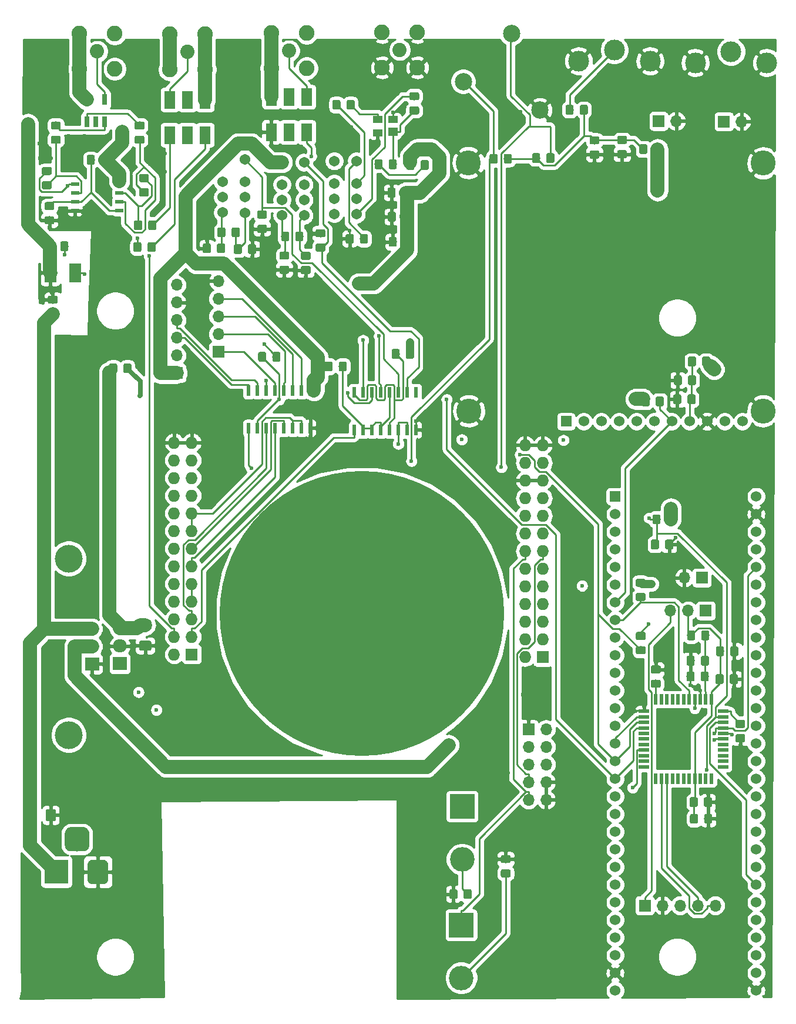
<source format=gtl>
G04 #@! TF.GenerationSoftware,KiCad,Pcbnew,6.0.0-rc1-unknown-e7fa02a~66~ubuntu18.04.1*
G04 #@! TF.CreationDate,2021-12-29T11:19:39-08:00
G04 #@! TF.ProjectId,rp_adapter,72705f61-6461-4707-9465-722e6b696361,rev?*
G04 #@! TF.SameCoordinates,Original*
G04 #@! TF.FileFunction,Copper,L1,Top*
G04 #@! TF.FilePolarity,Positive*
%FSLAX46Y46*%
G04 Gerber Fmt 4.6, Leading zero omitted, Abs format (unit mm)*
G04 Created by KiCad (PCBNEW 6.0.0-rc1-unknown-e7fa02a~66~ubuntu18.04.1) date Wed 29 Dec 2021 11:19:39 AM PST*
%MOMM*%
%LPD*%
G04 APERTURE LIST*
%ADD10R,1.524000X1.524000*%
%ADD11C,1.524000*%
%ADD12C,3.600000*%
%ADD13C,0.100000*%
%ADD14C,1.150000*%
%ADD15R,1.500000X0.550000*%
%ADD16R,0.550000X1.500000*%
%ADD17R,1.727200X1.727200*%
%ADD18O,1.727200X1.727200*%
%ADD19R,1.778000X2.794000*%
%ADD20R,1.650000X2.540000*%
%ADD21R,0.760000X1.650000*%
%ADD22R,1.143000X0.508000*%
%ADD23C,3.540760*%
%ADD24R,3.540760X3.540760*%
%ADD25R,1.700000X1.700000*%
%ADD26O,1.700000X1.700000*%
%ADD27C,41.000000*%
%ADD28R,1.400000X1.200000*%
%ADD29R,1.400000X1.000000*%
%ADD30C,1.425000*%
%ADD31R,3.500000X3.500000*%
%ADD32C,3.000000*%
%ADD33C,3.500000*%
%ADD34C,1.540000*%
%ADD35R,0.600000X1.500000*%
%ADD36C,4.000000*%
%ADD37C,2.050000*%
%ADD38C,2.250000*%
%ADD39R,2.000000X1.905000*%
%ADD40O,2.000000X1.905000*%
%ADD41C,2.500000*%
%ADD42C,0.600000*%
%ADD43C,1.000000*%
%ADD44C,0.250000*%
%ADD45C,1.151800*%
%ADD46C,2.000000*%
%ADD47C,0.700000*%
%ADD48C,1.777800*%
%ADD49C,0.507800*%
%ADD50C,0.599800*%
%ADD51C,0.254000*%
G04 APERTURE END LIST*
D10*
X134965000Y-84928000D03*
D11*
X137505000Y-84928000D03*
X140045000Y-84928000D03*
X142585000Y-84928000D03*
X145125000Y-84928000D03*
X147665000Y-84928000D03*
X150205000Y-84928000D03*
X152745000Y-84928000D03*
X155285000Y-84928000D03*
X157825000Y-84928000D03*
X160365000Y-84928000D03*
D12*
X163365000Y-83428000D03*
X120965000Y-83428000D03*
X163365000Y-47738000D03*
X120885000Y-47698000D03*
D13*
G36*
X159556505Y-117315204D02*
G01*
X159580773Y-117318804D01*
X159604572Y-117324765D01*
X159627671Y-117333030D01*
X159649850Y-117343520D01*
X159670893Y-117356132D01*
X159690599Y-117370747D01*
X159708777Y-117387223D01*
X159725253Y-117405401D01*
X159739868Y-117425107D01*
X159752480Y-117446150D01*
X159762970Y-117468329D01*
X159771235Y-117491428D01*
X159777196Y-117515227D01*
X159780796Y-117539495D01*
X159782000Y-117563999D01*
X159782000Y-118464001D01*
X159780796Y-118488505D01*
X159777196Y-118512773D01*
X159771235Y-118536572D01*
X159762970Y-118559671D01*
X159752480Y-118581850D01*
X159739868Y-118602893D01*
X159725253Y-118622599D01*
X159708777Y-118640777D01*
X159690599Y-118657253D01*
X159670893Y-118671868D01*
X159649850Y-118684480D01*
X159627671Y-118694970D01*
X159604572Y-118703235D01*
X159580773Y-118709196D01*
X159556505Y-118712796D01*
X159532001Y-118714000D01*
X158881999Y-118714000D01*
X158857495Y-118712796D01*
X158833227Y-118709196D01*
X158809428Y-118703235D01*
X158786329Y-118694970D01*
X158764150Y-118684480D01*
X158743107Y-118671868D01*
X158723401Y-118657253D01*
X158705223Y-118640777D01*
X158688747Y-118622599D01*
X158674132Y-118602893D01*
X158661520Y-118581850D01*
X158651030Y-118559671D01*
X158642765Y-118536572D01*
X158636804Y-118512773D01*
X158633204Y-118488505D01*
X158632000Y-118464001D01*
X158632000Y-117563999D01*
X158633204Y-117539495D01*
X158636804Y-117515227D01*
X158642765Y-117491428D01*
X158651030Y-117468329D01*
X158661520Y-117446150D01*
X158674132Y-117425107D01*
X158688747Y-117405401D01*
X158705223Y-117387223D01*
X158723401Y-117370747D01*
X158743107Y-117356132D01*
X158764150Y-117343520D01*
X158786329Y-117333030D01*
X158809428Y-117324765D01*
X158833227Y-117318804D01*
X158857495Y-117315204D01*
X158881999Y-117314000D01*
X159532001Y-117314000D01*
X159556505Y-117315204D01*
X159556505Y-117315204D01*
G37*
D14*
X159207000Y-118014000D03*
D13*
G36*
X157506505Y-117315204D02*
G01*
X157530773Y-117318804D01*
X157554572Y-117324765D01*
X157577671Y-117333030D01*
X157599850Y-117343520D01*
X157620893Y-117356132D01*
X157640599Y-117370747D01*
X157658777Y-117387223D01*
X157675253Y-117405401D01*
X157689868Y-117425107D01*
X157702480Y-117446150D01*
X157712970Y-117468329D01*
X157721235Y-117491428D01*
X157727196Y-117515227D01*
X157730796Y-117539495D01*
X157732000Y-117563999D01*
X157732000Y-118464001D01*
X157730796Y-118488505D01*
X157727196Y-118512773D01*
X157721235Y-118536572D01*
X157712970Y-118559671D01*
X157702480Y-118581850D01*
X157689868Y-118602893D01*
X157675253Y-118622599D01*
X157658777Y-118640777D01*
X157640599Y-118657253D01*
X157620893Y-118671868D01*
X157599850Y-118684480D01*
X157577671Y-118694970D01*
X157554572Y-118703235D01*
X157530773Y-118709196D01*
X157506505Y-118712796D01*
X157482001Y-118714000D01*
X156831999Y-118714000D01*
X156807495Y-118712796D01*
X156783227Y-118709196D01*
X156759428Y-118703235D01*
X156736329Y-118694970D01*
X156714150Y-118684480D01*
X156693107Y-118671868D01*
X156673401Y-118657253D01*
X156655223Y-118640777D01*
X156638747Y-118622599D01*
X156624132Y-118602893D01*
X156611520Y-118581850D01*
X156601030Y-118559671D01*
X156592765Y-118536572D01*
X156586804Y-118512773D01*
X156583204Y-118488505D01*
X156582000Y-118464001D01*
X156582000Y-117563999D01*
X156583204Y-117539495D01*
X156586804Y-117515227D01*
X156592765Y-117491428D01*
X156601030Y-117468329D01*
X156611520Y-117446150D01*
X156624132Y-117425107D01*
X156638747Y-117405401D01*
X156655223Y-117387223D01*
X156673401Y-117370747D01*
X156693107Y-117356132D01*
X156714150Y-117343520D01*
X156736329Y-117333030D01*
X156759428Y-117324765D01*
X156783227Y-117318804D01*
X156807495Y-117315204D01*
X156831999Y-117314000D01*
X157482001Y-117314000D01*
X157506505Y-117315204D01*
X157506505Y-117315204D01*
G37*
D14*
X157157000Y-118014000D03*
D15*
X146203000Y-126641000D03*
X146203000Y-127441000D03*
X146203000Y-128241000D03*
X146203000Y-129041000D03*
X146203000Y-129841000D03*
X146203000Y-130641000D03*
X146203000Y-131441000D03*
X146203000Y-132241000D03*
X146203000Y-133041000D03*
X146203000Y-133841000D03*
X146203000Y-134641000D03*
D16*
X147903000Y-136341000D03*
X148703000Y-136341000D03*
X149503000Y-136341000D03*
X150303000Y-136341000D03*
X151103000Y-136341000D03*
X151903000Y-136341000D03*
X152703000Y-136341000D03*
X153503000Y-136341000D03*
X154303000Y-136341000D03*
X155103000Y-136341000D03*
X155903000Y-136341000D03*
D15*
X157603000Y-134641000D03*
X157603000Y-133841000D03*
X157603000Y-133041000D03*
X157603000Y-132241000D03*
X157603000Y-131441000D03*
X157603000Y-130641000D03*
X157603000Y-129841000D03*
X157603000Y-129041000D03*
X157603000Y-128241000D03*
X157603000Y-127441000D03*
X157603000Y-126641000D03*
D16*
X155903000Y-124941000D03*
X155103000Y-124941000D03*
X154303000Y-124941000D03*
X153503000Y-124941000D03*
X152703000Y-124941000D03*
X151903000Y-124941000D03*
X151103000Y-124941000D03*
X150303000Y-124941000D03*
X149503000Y-124941000D03*
X148703000Y-124941000D03*
X147903000Y-124941000D03*
D17*
X131612000Y-118838000D03*
D18*
X129072000Y-118838000D03*
X131612000Y-116298000D03*
X129072000Y-116298000D03*
X131612000Y-113758000D03*
X129072000Y-113758000D03*
X131612000Y-111218000D03*
X129072000Y-111218000D03*
X131612000Y-108678000D03*
X129072000Y-108678000D03*
X131612000Y-106138000D03*
X129072000Y-106138000D03*
X131612000Y-103598000D03*
X129072000Y-103598000D03*
X131612000Y-101058000D03*
X129072000Y-101058000D03*
X131612000Y-98518000D03*
X129072000Y-98518000D03*
X131612000Y-95978000D03*
X129072000Y-95978000D03*
X131612000Y-93438000D03*
X129072000Y-93438000D03*
X131612000Y-90898000D03*
X129072000Y-90898000D03*
X131612000Y-88358000D03*
X129072000Y-88358000D03*
D17*
X81017900Y-118460000D03*
D18*
X78477900Y-118460000D03*
X81017900Y-115920000D03*
X78477900Y-115920000D03*
X81017900Y-113380000D03*
X78477900Y-113380000D03*
X81017900Y-110840000D03*
X78477900Y-110840000D03*
X81017900Y-108300000D03*
X78477900Y-108300000D03*
X81017900Y-105760000D03*
X78477900Y-105760000D03*
X81017900Y-103220000D03*
X78477900Y-103220000D03*
X81017900Y-100680000D03*
X78477900Y-100680000D03*
X81017900Y-98140000D03*
X78477900Y-98140000D03*
X81017900Y-95600000D03*
X78477900Y-95600000D03*
X81017900Y-93060000D03*
X78477900Y-93060000D03*
X81017900Y-90520000D03*
X78477900Y-90520000D03*
X81017900Y-87980000D03*
X78477900Y-87980000D03*
D19*
X60634000Y-63521000D03*
X64190000Y-63521000D03*
D20*
X77850000Y-43697000D03*
X77850000Y-38617000D03*
X80390000Y-43697000D03*
X82930000Y-43697000D03*
X82930000Y-38617000D03*
X80390000Y-38617000D03*
D21*
X68458000Y-38614000D03*
X65918000Y-38614000D03*
X68458000Y-41789000D03*
X67188000Y-41789000D03*
X65918000Y-41789000D03*
D22*
X70555000Y-50805000D03*
X70555000Y-52075000D03*
X70555000Y-53345000D03*
X70555000Y-54615000D03*
X64205000Y-54615000D03*
X64205000Y-53345000D03*
X64205000Y-52075000D03*
X64205000Y-50805000D03*
D23*
X119990000Y-147967000D03*
D24*
X119990000Y-140347000D03*
D23*
X119860000Y-165037000D03*
D24*
X119860000Y-157417000D03*
D20*
X97551000Y-38204000D03*
X97551000Y-43284000D03*
X95011000Y-38204000D03*
X92471000Y-38204000D03*
X92471000Y-43284000D03*
X95011000Y-43284000D03*
D13*
G36*
X110202505Y-54762204D02*
G01*
X110226773Y-54765804D01*
X110250572Y-54771765D01*
X110273671Y-54780030D01*
X110295850Y-54790520D01*
X110316893Y-54803132D01*
X110336599Y-54817747D01*
X110354777Y-54834223D01*
X110371253Y-54852401D01*
X110385868Y-54872107D01*
X110398480Y-54893150D01*
X110408970Y-54915329D01*
X110417235Y-54938428D01*
X110423196Y-54962227D01*
X110426796Y-54986495D01*
X110428000Y-55010999D01*
X110428000Y-55911001D01*
X110426796Y-55935505D01*
X110423196Y-55959773D01*
X110417235Y-55983572D01*
X110408970Y-56006671D01*
X110398480Y-56028850D01*
X110385868Y-56049893D01*
X110371253Y-56069599D01*
X110354777Y-56087777D01*
X110336599Y-56104253D01*
X110316893Y-56118868D01*
X110295850Y-56131480D01*
X110273671Y-56141970D01*
X110250572Y-56150235D01*
X110226773Y-56156196D01*
X110202505Y-56159796D01*
X110178001Y-56161000D01*
X109527999Y-56161000D01*
X109503495Y-56159796D01*
X109479227Y-56156196D01*
X109455428Y-56150235D01*
X109432329Y-56141970D01*
X109410150Y-56131480D01*
X109389107Y-56118868D01*
X109369401Y-56104253D01*
X109351223Y-56087777D01*
X109334747Y-56069599D01*
X109320132Y-56049893D01*
X109307520Y-56028850D01*
X109297030Y-56006671D01*
X109288765Y-55983572D01*
X109282804Y-55959773D01*
X109279204Y-55935505D01*
X109278000Y-55911001D01*
X109278000Y-55010999D01*
X109279204Y-54986495D01*
X109282804Y-54962227D01*
X109288765Y-54938428D01*
X109297030Y-54915329D01*
X109307520Y-54893150D01*
X109320132Y-54872107D01*
X109334747Y-54852401D01*
X109351223Y-54834223D01*
X109369401Y-54817747D01*
X109389107Y-54803132D01*
X109410150Y-54790520D01*
X109432329Y-54780030D01*
X109455428Y-54771765D01*
X109479227Y-54765804D01*
X109503495Y-54762204D01*
X109527999Y-54761000D01*
X110178001Y-54761000D01*
X110202505Y-54762204D01*
X110202505Y-54762204D01*
G37*
D14*
X109853000Y-55461000D03*
D13*
G36*
X112252505Y-54762204D02*
G01*
X112276773Y-54765804D01*
X112300572Y-54771765D01*
X112323671Y-54780030D01*
X112345850Y-54790520D01*
X112366893Y-54803132D01*
X112386599Y-54817747D01*
X112404777Y-54834223D01*
X112421253Y-54852401D01*
X112435868Y-54872107D01*
X112448480Y-54893150D01*
X112458970Y-54915329D01*
X112467235Y-54938428D01*
X112473196Y-54962227D01*
X112476796Y-54986495D01*
X112478000Y-55010999D01*
X112478000Y-55911001D01*
X112476796Y-55935505D01*
X112473196Y-55959773D01*
X112467235Y-55983572D01*
X112458970Y-56006671D01*
X112448480Y-56028850D01*
X112435868Y-56049893D01*
X112421253Y-56069599D01*
X112404777Y-56087777D01*
X112386599Y-56104253D01*
X112366893Y-56118868D01*
X112345850Y-56131480D01*
X112323671Y-56141970D01*
X112300572Y-56150235D01*
X112276773Y-56156196D01*
X112252505Y-56159796D01*
X112228001Y-56161000D01*
X111577999Y-56161000D01*
X111553495Y-56159796D01*
X111529227Y-56156196D01*
X111505428Y-56150235D01*
X111482329Y-56141970D01*
X111460150Y-56131480D01*
X111439107Y-56118868D01*
X111419401Y-56104253D01*
X111401223Y-56087777D01*
X111384747Y-56069599D01*
X111370132Y-56049893D01*
X111357520Y-56028850D01*
X111347030Y-56006671D01*
X111338765Y-55983572D01*
X111332804Y-55959773D01*
X111329204Y-55935505D01*
X111328000Y-55911001D01*
X111328000Y-55010999D01*
X111329204Y-54986495D01*
X111332804Y-54962227D01*
X111338765Y-54938428D01*
X111347030Y-54915329D01*
X111357520Y-54893150D01*
X111370132Y-54872107D01*
X111384747Y-54852401D01*
X111401223Y-54834223D01*
X111419401Y-54817747D01*
X111439107Y-54803132D01*
X111460150Y-54790520D01*
X111482329Y-54780030D01*
X111505428Y-54771765D01*
X111529227Y-54765804D01*
X111553495Y-54762204D01*
X111577999Y-54761000D01*
X112228001Y-54761000D01*
X112252505Y-54762204D01*
X112252505Y-54762204D01*
G37*
D14*
X111903000Y-55461000D03*
D13*
G36*
X112385505Y-58382204D02*
G01*
X112409773Y-58385804D01*
X112433572Y-58391765D01*
X112456671Y-58400030D01*
X112478850Y-58410520D01*
X112499893Y-58423132D01*
X112519599Y-58437747D01*
X112537777Y-58454223D01*
X112554253Y-58472401D01*
X112568868Y-58492107D01*
X112581480Y-58513150D01*
X112591970Y-58535329D01*
X112600235Y-58558428D01*
X112606196Y-58582227D01*
X112609796Y-58606495D01*
X112611000Y-58630999D01*
X112611000Y-59531001D01*
X112609796Y-59555505D01*
X112606196Y-59579773D01*
X112600235Y-59603572D01*
X112591970Y-59626671D01*
X112581480Y-59648850D01*
X112568868Y-59669893D01*
X112554253Y-59689599D01*
X112537777Y-59707777D01*
X112519599Y-59724253D01*
X112499893Y-59738868D01*
X112478850Y-59751480D01*
X112456671Y-59761970D01*
X112433572Y-59770235D01*
X112409773Y-59776196D01*
X112385505Y-59779796D01*
X112361001Y-59781000D01*
X111710999Y-59781000D01*
X111686495Y-59779796D01*
X111662227Y-59776196D01*
X111638428Y-59770235D01*
X111615329Y-59761970D01*
X111593150Y-59751480D01*
X111572107Y-59738868D01*
X111552401Y-59724253D01*
X111534223Y-59707777D01*
X111517747Y-59689599D01*
X111503132Y-59669893D01*
X111490520Y-59648850D01*
X111480030Y-59626671D01*
X111471765Y-59603572D01*
X111465804Y-59579773D01*
X111462204Y-59555505D01*
X111461000Y-59531001D01*
X111461000Y-58630999D01*
X111462204Y-58606495D01*
X111465804Y-58582227D01*
X111471765Y-58558428D01*
X111480030Y-58535329D01*
X111490520Y-58513150D01*
X111503132Y-58492107D01*
X111517747Y-58472401D01*
X111534223Y-58454223D01*
X111552401Y-58437747D01*
X111572107Y-58423132D01*
X111593150Y-58410520D01*
X111615329Y-58400030D01*
X111638428Y-58391765D01*
X111662227Y-58385804D01*
X111686495Y-58382204D01*
X111710999Y-58381000D01*
X112361001Y-58381000D01*
X112385505Y-58382204D01*
X112385505Y-58382204D01*
G37*
D14*
X112036000Y-59081000D03*
D13*
G36*
X110335505Y-58382204D02*
G01*
X110359773Y-58385804D01*
X110383572Y-58391765D01*
X110406671Y-58400030D01*
X110428850Y-58410520D01*
X110449893Y-58423132D01*
X110469599Y-58437747D01*
X110487777Y-58454223D01*
X110504253Y-58472401D01*
X110518868Y-58492107D01*
X110531480Y-58513150D01*
X110541970Y-58535329D01*
X110550235Y-58558428D01*
X110556196Y-58582227D01*
X110559796Y-58606495D01*
X110561000Y-58630999D01*
X110561000Y-59531001D01*
X110559796Y-59555505D01*
X110556196Y-59579773D01*
X110550235Y-59603572D01*
X110541970Y-59626671D01*
X110531480Y-59648850D01*
X110518868Y-59669893D01*
X110504253Y-59689599D01*
X110487777Y-59707777D01*
X110469599Y-59724253D01*
X110449893Y-59738868D01*
X110428850Y-59751480D01*
X110406671Y-59761970D01*
X110383572Y-59770235D01*
X110359773Y-59776196D01*
X110335505Y-59779796D01*
X110311001Y-59781000D01*
X109660999Y-59781000D01*
X109636495Y-59779796D01*
X109612227Y-59776196D01*
X109588428Y-59770235D01*
X109565329Y-59761970D01*
X109543150Y-59751480D01*
X109522107Y-59738868D01*
X109502401Y-59724253D01*
X109484223Y-59707777D01*
X109467747Y-59689599D01*
X109453132Y-59669893D01*
X109440520Y-59648850D01*
X109430030Y-59626671D01*
X109421765Y-59603572D01*
X109415804Y-59579773D01*
X109412204Y-59555505D01*
X109411000Y-59531001D01*
X109411000Y-58630999D01*
X109412204Y-58606495D01*
X109415804Y-58582227D01*
X109421765Y-58558428D01*
X109430030Y-58535329D01*
X109440520Y-58513150D01*
X109453132Y-58492107D01*
X109467747Y-58472401D01*
X109484223Y-58454223D01*
X109502401Y-58437747D01*
X109522107Y-58423132D01*
X109543150Y-58410520D01*
X109565329Y-58400030D01*
X109588428Y-58391765D01*
X109612227Y-58385804D01*
X109636495Y-58382204D01*
X109660999Y-58381000D01*
X110311001Y-58381000D01*
X110335505Y-58382204D01*
X110335505Y-58382204D01*
G37*
D14*
X109986000Y-59081000D03*
D13*
G36*
X153473505Y-78299204D02*
G01*
X153497773Y-78302804D01*
X153521572Y-78308765D01*
X153544671Y-78317030D01*
X153566850Y-78327520D01*
X153587893Y-78340132D01*
X153607599Y-78354747D01*
X153625777Y-78371223D01*
X153642253Y-78389401D01*
X153656868Y-78409107D01*
X153669480Y-78430150D01*
X153679970Y-78452329D01*
X153688235Y-78475428D01*
X153694196Y-78499227D01*
X153697796Y-78523495D01*
X153699000Y-78547999D01*
X153699000Y-79448001D01*
X153697796Y-79472505D01*
X153694196Y-79496773D01*
X153688235Y-79520572D01*
X153679970Y-79543671D01*
X153669480Y-79565850D01*
X153656868Y-79586893D01*
X153642253Y-79606599D01*
X153625777Y-79624777D01*
X153607599Y-79641253D01*
X153587893Y-79655868D01*
X153566850Y-79668480D01*
X153544671Y-79678970D01*
X153521572Y-79687235D01*
X153497773Y-79693196D01*
X153473505Y-79696796D01*
X153449001Y-79698000D01*
X152798999Y-79698000D01*
X152774495Y-79696796D01*
X152750227Y-79693196D01*
X152726428Y-79687235D01*
X152703329Y-79678970D01*
X152681150Y-79668480D01*
X152660107Y-79655868D01*
X152640401Y-79641253D01*
X152622223Y-79624777D01*
X152605747Y-79606599D01*
X152591132Y-79586893D01*
X152578520Y-79565850D01*
X152568030Y-79543671D01*
X152559765Y-79520572D01*
X152553804Y-79496773D01*
X152550204Y-79472505D01*
X152549000Y-79448001D01*
X152549000Y-78547999D01*
X152550204Y-78523495D01*
X152553804Y-78499227D01*
X152559765Y-78475428D01*
X152568030Y-78452329D01*
X152578520Y-78430150D01*
X152591132Y-78409107D01*
X152605747Y-78389401D01*
X152622223Y-78371223D01*
X152640401Y-78354747D01*
X152660107Y-78340132D01*
X152681150Y-78327520D01*
X152703329Y-78317030D01*
X152726428Y-78308765D01*
X152750227Y-78302804D01*
X152774495Y-78299204D01*
X152798999Y-78298000D01*
X153449001Y-78298000D01*
X153473505Y-78299204D01*
X153473505Y-78299204D01*
G37*
D14*
X153124000Y-78998000D03*
D13*
G36*
X151423505Y-78299204D02*
G01*
X151447773Y-78302804D01*
X151471572Y-78308765D01*
X151494671Y-78317030D01*
X151516850Y-78327520D01*
X151537893Y-78340132D01*
X151557599Y-78354747D01*
X151575777Y-78371223D01*
X151592253Y-78389401D01*
X151606868Y-78409107D01*
X151619480Y-78430150D01*
X151629970Y-78452329D01*
X151638235Y-78475428D01*
X151644196Y-78499227D01*
X151647796Y-78523495D01*
X151649000Y-78547999D01*
X151649000Y-79448001D01*
X151647796Y-79472505D01*
X151644196Y-79496773D01*
X151638235Y-79520572D01*
X151629970Y-79543671D01*
X151619480Y-79565850D01*
X151606868Y-79586893D01*
X151592253Y-79606599D01*
X151575777Y-79624777D01*
X151557599Y-79641253D01*
X151537893Y-79655868D01*
X151516850Y-79668480D01*
X151494671Y-79678970D01*
X151471572Y-79687235D01*
X151447773Y-79693196D01*
X151423505Y-79696796D01*
X151399001Y-79698000D01*
X150748999Y-79698000D01*
X150724495Y-79696796D01*
X150700227Y-79693196D01*
X150676428Y-79687235D01*
X150653329Y-79678970D01*
X150631150Y-79668480D01*
X150610107Y-79655868D01*
X150590401Y-79641253D01*
X150572223Y-79624777D01*
X150555747Y-79606599D01*
X150541132Y-79586893D01*
X150528520Y-79565850D01*
X150518030Y-79543671D01*
X150509765Y-79520572D01*
X150503804Y-79496773D01*
X150500204Y-79472505D01*
X150499000Y-79448001D01*
X150499000Y-78547999D01*
X150500204Y-78523495D01*
X150503804Y-78499227D01*
X150509765Y-78475428D01*
X150518030Y-78452329D01*
X150528520Y-78430150D01*
X150541132Y-78409107D01*
X150555747Y-78389401D01*
X150572223Y-78371223D01*
X150590401Y-78354747D01*
X150610107Y-78340132D01*
X150631150Y-78327520D01*
X150653329Y-78317030D01*
X150676428Y-78308765D01*
X150700227Y-78302804D01*
X150724495Y-78299204D01*
X150748999Y-78298000D01*
X151399001Y-78298000D01*
X151423505Y-78299204D01*
X151423505Y-78299204D01*
G37*
D14*
X151074000Y-78998000D03*
D13*
G36*
X151346505Y-81031204D02*
G01*
X151370773Y-81034804D01*
X151394572Y-81040765D01*
X151417671Y-81049030D01*
X151439850Y-81059520D01*
X151460893Y-81072132D01*
X151480599Y-81086747D01*
X151498777Y-81103223D01*
X151515253Y-81121401D01*
X151529868Y-81141107D01*
X151542480Y-81162150D01*
X151552970Y-81184329D01*
X151561235Y-81207428D01*
X151567196Y-81231227D01*
X151570796Y-81255495D01*
X151572000Y-81279999D01*
X151572000Y-82180001D01*
X151570796Y-82204505D01*
X151567196Y-82228773D01*
X151561235Y-82252572D01*
X151552970Y-82275671D01*
X151542480Y-82297850D01*
X151529868Y-82318893D01*
X151515253Y-82338599D01*
X151498777Y-82356777D01*
X151480599Y-82373253D01*
X151460893Y-82387868D01*
X151439850Y-82400480D01*
X151417671Y-82410970D01*
X151394572Y-82419235D01*
X151370773Y-82425196D01*
X151346505Y-82428796D01*
X151322001Y-82430000D01*
X150671999Y-82430000D01*
X150647495Y-82428796D01*
X150623227Y-82425196D01*
X150599428Y-82419235D01*
X150576329Y-82410970D01*
X150554150Y-82400480D01*
X150533107Y-82387868D01*
X150513401Y-82373253D01*
X150495223Y-82356777D01*
X150478747Y-82338599D01*
X150464132Y-82318893D01*
X150451520Y-82297850D01*
X150441030Y-82275671D01*
X150432765Y-82252572D01*
X150426804Y-82228773D01*
X150423204Y-82204505D01*
X150422000Y-82180001D01*
X150422000Y-81279999D01*
X150423204Y-81255495D01*
X150426804Y-81231227D01*
X150432765Y-81207428D01*
X150441030Y-81184329D01*
X150451520Y-81162150D01*
X150464132Y-81141107D01*
X150478747Y-81121401D01*
X150495223Y-81103223D01*
X150513401Y-81086747D01*
X150533107Y-81072132D01*
X150554150Y-81059520D01*
X150576329Y-81049030D01*
X150599428Y-81040765D01*
X150623227Y-81034804D01*
X150647495Y-81031204D01*
X150671999Y-81030000D01*
X151322001Y-81030000D01*
X151346505Y-81031204D01*
X151346505Y-81031204D01*
G37*
D14*
X150997000Y-81730000D03*
D13*
G36*
X153396505Y-81031204D02*
G01*
X153420773Y-81034804D01*
X153444572Y-81040765D01*
X153467671Y-81049030D01*
X153489850Y-81059520D01*
X153510893Y-81072132D01*
X153530599Y-81086747D01*
X153548777Y-81103223D01*
X153565253Y-81121401D01*
X153579868Y-81141107D01*
X153592480Y-81162150D01*
X153602970Y-81184329D01*
X153611235Y-81207428D01*
X153617196Y-81231227D01*
X153620796Y-81255495D01*
X153622000Y-81279999D01*
X153622000Y-82180001D01*
X153620796Y-82204505D01*
X153617196Y-82228773D01*
X153611235Y-82252572D01*
X153602970Y-82275671D01*
X153592480Y-82297850D01*
X153579868Y-82318893D01*
X153565253Y-82338599D01*
X153548777Y-82356777D01*
X153530599Y-82373253D01*
X153510893Y-82387868D01*
X153489850Y-82400480D01*
X153467671Y-82410970D01*
X153444572Y-82419235D01*
X153420773Y-82425196D01*
X153396505Y-82428796D01*
X153372001Y-82430000D01*
X152721999Y-82430000D01*
X152697495Y-82428796D01*
X152673227Y-82425196D01*
X152649428Y-82419235D01*
X152626329Y-82410970D01*
X152604150Y-82400480D01*
X152583107Y-82387868D01*
X152563401Y-82373253D01*
X152545223Y-82356777D01*
X152528747Y-82338599D01*
X152514132Y-82318893D01*
X152501520Y-82297850D01*
X152491030Y-82275671D01*
X152482765Y-82252572D01*
X152476804Y-82228773D01*
X152473204Y-82204505D01*
X152472000Y-82180001D01*
X152472000Y-81279999D01*
X152473204Y-81255495D01*
X152476804Y-81231227D01*
X152482765Y-81207428D01*
X152491030Y-81184329D01*
X152501520Y-81162150D01*
X152514132Y-81141107D01*
X152528747Y-81121401D01*
X152545223Y-81103223D01*
X152563401Y-81086747D01*
X152583107Y-81072132D01*
X152604150Y-81059520D01*
X152626329Y-81049030D01*
X152649428Y-81040765D01*
X152673227Y-81034804D01*
X152697495Y-81031204D01*
X152721999Y-81030000D01*
X153372001Y-81030000D01*
X153396505Y-81031204D01*
X153396505Y-81031204D01*
G37*
D14*
X153047000Y-81730000D03*
D13*
G36*
X143507505Y-45884204D02*
G01*
X143531773Y-45887804D01*
X143555572Y-45893765D01*
X143578671Y-45902030D01*
X143600850Y-45912520D01*
X143621893Y-45925132D01*
X143641599Y-45939747D01*
X143659777Y-45956223D01*
X143676253Y-45974401D01*
X143690868Y-45994107D01*
X143703480Y-46015150D01*
X143713970Y-46037329D01*
X143722235Y-46060428D01*
X143728196Y-46084227D01*
X143731796Y-46108495D01*
X143733000Y-46132999D01*
X143733000Y-46783001D01*
X143731796Y-46807505D01*
X143728196Y-46831773D01*
X143722235Y-46855572D01*
X143713970Y-46878671D01*
X143703480Y-46900850D01*
X143690868Y-46921893D01*
X143676253Y-46941599D01*
X143659777Y-46959777D01*
X143641599Y-46976253D01*
X143621893Y-46990868D01*
X143600850Y-47003480D01*
X143578671Y-47013970D01*
X143555572Y-47022235D01*
X143531773Y-47028196D01*
X143507505Y-47031796D01*
X143483001Y-47033000D01*
X142582999Y-47033000D01*
X142558495Y-47031796D01*
X142534227Y-47028196D01*
X142510428Y-47022235D01*
X142487329Y-47013970D01*
X142465150Y-47003480D01*
X142444107Y-46990868D01*
X142424401Y-46976253D01*
X142406223Y-46959777D01*
X142389747Y-46941599D01*
X142375132Y-46921893D01*
X142362520Y-46900850D01*
X142352030Y-46878671D01*
X142343765Y-46855572D01*
X142337804Y-46831773D01*
X142334204Y-46807505D01*
X142333000Y-46783001D01*
X142333000Y-46132999D01*
X142334204Y-46108495D01*
X142337804Y-46084227D01*
X142343765Y-46060428D01*
X142352030Y-46037329D01*
X142362520Y-46015150D01*
X142375132Y-45994107D01*
X142389747Y-45974401D01*
X142406223Y-45956223D01*
X142424401Y-45939747D01*
X142444107Y-45925132D01*
X142465150Y-45912520D01*
X142487329Y-45902030D01*
X142510428Y-45893765D01*
X142534227Y-45887804D01*
X142558495Y-45884204D01*
X142582999Y-45883000D01*
X143483001Y-45883000D01*
X143507505Y-45884204D01*
X143507505Y-45884204D01*
G37*
D14*
X143033000Y-46458000D03*
D13*
G36*
X143507505Y-43834204D02*
G01*
X143531773Y-43837804D01*
X143555572Y-43843765D01*
X143578671Y-43852030D01*
X143600850Y-43862520D01*
X143621893Y-43875132D01*
X143641599Y-43889747D01*
X143659777Y-43906223D01*
X143676253Y-43924401D01*
X143690868Y-43944107D01*
X143703480Y-43965150D01*
X143713970Y-43987329D01*
X143722235Y-44010428D01*
X143728196Y-44034227D01*
X143731796Y-44058495D01*
X143733000Y-44082999D01*
X143733000Y-44733001D01*
X143731796Y-44757505D01*
X143728196Y-44781773D01*
X143722235Y-44805572D01*
X143713970Y-44828671D01*
X143703480Y-44850850D01*
X143690868Y-44871893D01*
X143676253Y-44891599D01*
X143659777Y-44909777D01*
X143641599Y-44926253D01*
X143621893Y-44940868D01*
X143600850Y-44953480D01*
X143578671Y-44963970D01*
X143555572Y-44972235D01*
X143531773Y-44978196D01*
X143507505Y-44981796D01*
X143483001Y-44983000D01*
X142582999Y-44983000D01*
X142558495Y-44981796D01*
X142534227Y-44978196D01*
X142510428Y-44972235D01*
X142487329Y-44963970D01*
X142465150Y-44953480D01*
X142444107Y-44940868D01*
X142424401Y-44926253D01*
X142406223Y-44909777D01*
X142389747Y-44891599D01*
X142375132Y-44871893D01*
X142362520Y-44850850D01*
X142352030Y-44828671D01*
X142343765Y-44805572D01*
X142337804Y-44781773D01*
X142334204Y-44757505D01*
X142333000Y-44733001D01*
X142333000Y-44082999D01*
X142334204Y-44058495D01*
X142337804Y-44034227D01*
X142343765Y-44010428D01*
X142352030Y-43987329D01*
X142362520Y-43965150D01*
X142375132Y-43944107D01*
X142389747Y-43924401D01*
X142406223Y-43906223D01*
X142424401Y-43889747D01*
X142444107Y-43875132D01*
X142465150Y-43862520D01*
X142487329Y-43852030D01*
X142510428Y-43843765D01*
X142534227Y-43837804D01*
X142558495Y-43834204D01*
X142582999Y-43833000D01*
X143483001Y-43833000D01*
X143507505Y-43834204D01*
X143507505Y-43834204D01*
G37*
D14*
X143033000Y-44408000D03*
D13*
G36*
X104274505Y-38648204D02*
G01*
X104298773Y-38651804D01*
X104322572Y-38657765D01*
X104345671Y-38666030D01*
X104367850Y-38676520D01*
X104388893Y-38689132D01*
X104408599Y-38703747D01*
X104426777Y-38720223D01*
X104443253Y-38738401D01*
X104457868Y-38758107D01*
X104470480Y-38779150D01*
X104480970Y-38801329D01*
X104489235Y-38824428D01*
X104495196Y-38848227D01*
X104498796Y-38872495D01*
X104500000Y-38896999D01*
X104500000Y-39797001D01*
X104498796Y-39821505D01*
X104495196Y-39845773D01*
X104489235Y-39869572D01*
X104480970Y-39892671D01*
X104470480Y-39914850D01*
X104457868Y-39935893D01*
X104443253Y-39955599D01*
X104426777Y-39973777D01*
X104408599Y-39990253D01*
X104388893Y-40004868D01*
X104367850Y-40017480D01*
X104345671Y-40027970D01*
X104322572Y-40036235D01*
X104298773Y-40042196D01*
X104274505Y-40045796D01*
X104250001Y-40047000D01*
X103599999Y-40047000D01*
X103575495Y-40045796D01*
X103551227Y-40042196D01*
X103527428Y-40036235D01*
X103504329Y-40027970D01*
X103482150Y-40017480D01*
X103461107Y-40004868D01*
X103441401Y-39990253D01*
X103423223Y-39973777D01*
X103406747Y-39955599D01*
X103392132Y-39935893D01*
X103379520Y-39914850D01*
X103369030Y-39892671D01*
X103360765Y-39869572D01*
X103354804Y-39845773D01*
X103351204Y-39821505D01*
X103350000Y-39797001D01*
X103350000Y-38896999D01*
X103351204Y-38872495D01*
X103354804Y-38848227D01*
X103360765Y-38824428D01*
X103369030Y-38801329D01*
X103379520Y-38779150D01*
X103392132Y-38758107D01*
X103406747Y-38738401D01*
X103423223Y-38720223D01*
X103441401Y-38703747D01*
X103461107Y-38689132D01*
X103482150Y-38676520D01*
X103504329Y-38666030D01*
X103527428Y-38657765D01*
X103551227Y-38651804D01*
X103575495Y-38648204D01*
X103599999Y-38647000D01*
X104250001Y-38647000D01*
X104274505Y-38648204D01*
X104274505Y-38648204D01*
G37*
D14*
X103925000Y-39347000D03*
D13*
G36*
X102224505Y-38648204D02*
G01*
X102248773Y-38651804D01*
X102272572Y-38657765D01*
X102295671Y-38666030D01*
X102317850Y-38676520D01*
X102338893Y-38689132D01*
X102358599Y-38703747D01*
X102376777Y-38720223D01*
X102393253Y-38738401D01*
X102407868Y-38758107D01*
X102420480Y-38779150D01*
X102430970Y-38801329D01*
X102439235Y-38824428D01*
X102445196Y-38848227D01*
X102448796Y-38872495D01*
X102450000Y-38896999D01*
X102450000Y-39797001D01*
X102448796Y-39821505D01*
X102445196Y-39845773D01*
X102439235Y-39869572D01*
X102430970Y-39892671D01*
X102420480Y-39914850D01*
X102407868Y-39935893D01*
X102393253Y-39955599D01*
X102376777Y-39973777D01*
X102358599Y-39990253D01*
X102338893Y-40004868D01*
X102317850Y-40017480D01*
X102295671Y-40027970D01*
X102272572Y-40036235D01*
X102248773Y-40042196D01*
X102224505Y-40045796D01*
X102200001Y-40047000D01*
X101549999Y-40047000D01*
X101525495Y-40045796D01*
X101501227Y-40042196D01*
X101477428Y-40036235D01*
X101454329Y-40027970D01*
X101432150Y-40017480D01*
X101411107Y-40004868D01*
X101391401Y-39990253D01*
X101373223Y-39973777D01*
X101356747Y-39955599D01*
X101342132Y-39935893D01*
X101329520Y-39914850D01*
X101319030Y-39892671D01*
X101310765Y-39869572D01*
X101304804Y-39845773D01*
X101301204Y-39821505D01*
X101300000Y-39797001D01*
X101300000Y-38896999D01*
X101301204Y-38872495D01*
X101304804Y-38848227D01*
X101310765Y-38824428D01*
X101319030Y-38801329D01*
X101329520Y-38779150D01*
X101342132Y-38758107D01*
X101356747Y-38738401D01*
X101373223Y-38720223D01*
X101391401Y-38703747D01*
X101411107Y-38689132D01*
X101432150Y-38676520D01*
X101454329Y-38666030D01*
X101477428Y-38657765D01*
X101501227Y-38651804D01*
X101525495Y-38648204D01*
X101549999Y-38647000D01*
X102200001Y-38647000D01*
X102224505Y-38648204D01*
X102224505Y-38648204D01*
G37*
D14*
X101875000Y-39347000D03*
D13*
G36*
X112210505Y-51295204D02*
G01*
X112234773Y-51298804D01*
X112258572Y-51304765D01*
X112281671Y-51313030D01*
X112303850Y-51323520D01*
X112324893Y-51336132D01*
X112344599Y-51350747D01*
X112362777Y-51367223D01*
X112379253Y-51385401D01*
X112393868Y-51405107D01*
X112406480Y-51426150D01*
X112416970Y-51448329D01*
X112425235Y-51471428D01*
X112431196Y-51495227D01*
X112434796Y-51519495D01*
X112436000Y-51543999D01*
X112436000Y-52444001D01*
X112434796Y-52468505D01*
X112431196Y-52492773D01*
X112425235Y-52516572D01*
X112416970Y-52539671D01*
X112406480Y-52561850D01*
X112393868Y-52582893D01*
X112379253Y-52602599D01*
X112362777Y-52620777D01*
X112344599Y-52637253D01*
X112324893Y-52651868D01*
X112303850Y-52664480D01*
X112281671Y-52674970D01*
X112258572Y-52683235D01*
X112234773Y-52689196D01*
X112210505Y-52692796D01*
X112186001Y-52694000D01*
X111535999Y-52694000D01*
X111511495Y-52692796D01*
X111487227Y-52689196D01*
X111463428Y-52683235D01*
X111440329Y-52674970D01*
X111418150Y-52664480D01*
X111397107Y-52651868D01*
X111377401Y-52637253D01*
X111359223Y-52620777D01*
X111342747Y-52602599D01*
X111328132Y-52582893D01*
X111315520Y-52561850D01*
X111305030Y-52539671D01*
X111296765Y-52516572D01*
X111290804Y-52492773D01*
X111287204Y-52468505D01*
X111286000Y-52444001D01*
X111286000Y-51543999D01*
X111287204Y-51519495D01*
X111290804Y-51495227D01*
X111296765Y-51471428D01*
X111305030Y-51448329D01*
X111315520Y-51426150D01*
X111328132Y-51405107D01*
X111342747Y-51385401D01*
X111359223Y-51367223D01*
X111377401Y-51350747D01*
X111397107Y-51336132D01*
X111418150Y-51323520D01*
X111440329Y-51313030D01*
X111463428Y-51304765D01*
X111487227Y-51298804D01*
X111511495Y-51295204D01*
X111535999Y-51294000D01*
X112186001Y-51294000D01*
X112210505Y-51295204D01*
X112210505Y-51295204D01*
G37*
D14*
X111861000Y-51994000D03*
D13*
G36*
X110160505Y-51295204D02*
G01*
X110184773Y-51298804D01*
X110208572Y-51304765D01*
X110231671Y-51313030D01*
X110253850Y-51323520D01*
X110274893Y-51336132D01*
X110294599Y-51350747D01*
X110312777Y-51367223D01*
X110329253Y-51385401D01*
X110343868Y-51405107D01*
X110356480Y-51426150D01*
X110366970Y-51448329D01*
X110375235Y-51471428D01*
X110381196Y-51495227D01*
X110384796Y-51519495D01*
X110386000Y-51543999D01*
X110386000Y-52444001D01*
X110384796Y-52468505D01*
X110381196Y-52492773D01*
X110375235Y-52516572D01*
X110366970Y-52539671D01*
X110356480Y-52561850D01*
X110343868Y-52582893D01*
X110329253Y-52602599D01*
X110312777Y-52620777D01*
X110294599Y-52637253D01*
X110274893Y-52651868D01*
X110253850Y-52664480D01*
X110231671Y-52674970D01*
X110208572Y-52683235D01*
X110184773Y-52689196D01*
X110160505Y-52692796D01*
X110136001Y-52694000D01*
X109485999Y-52694000D01*
X109461495Y-52692796D01*
X109437227Y-52689196D01*
X109413428Y-52683235D01*
X109390329Y-52674970D01*
X109368150Y-52664480D01*
X109347107Y-52651868D01*
X109327401Y-52637253D01*
X109309223Y-52620777D01*
X109292747Y-52602599D01*
X109278132Y-52582893D01*
X109265520Y-52561850D01*
X109255030Y-52539671D01*
X109246765Y-52516572D01*
X109240804Y-52492773D01*
X109237204Y-52468505D01*
X109236000Y-52444001D01*
X109236000Y-51543999D01*
X109237204Y-51519495D01*
X109240804Y-51495227D01*
X109246765Y-51471428D01*
X109255030Y-51448329D01*
X109265520Y-51426150D01*
X109278132Y-51405107D01*
X109292747Y-51385401D01*
X109309223Y-51367223D01*
X109327401Y-51350747D01*
X109347107Y-51336132D01*
X109368150Y-51323520D01*
X109390329Y-51313030D01*
X109413428Y-51304765D01*
X109437227Y-51298804D01*
X109461495Y-51295204D01*
X109485999Y-51294000D01*
X110136001Y-51294000D01*
X110160505Y-51295204D01*
X110160505Y-51295204D01*
G37*
D14*
X109811000Y-51994000D03*
D13*
G36*
X63013505Y-59013204D02*
G01*
X63037773Y-59016804D01*
X63061572Y-59022765D01*
X63084671Y-59031030D01*
X63106850Y-59041520D01*
X63127893Y-59054132D01*
X63147599Y-59068747D01*
X63165777Y-59085223D01*
X63182253Y-59103401D01*
X63196868Y-59123107D01*
X63209480Y-59144150D01*
X63219970Y-59166329D01*
X63228235Y-59189428D01*
X63234196Y-59213227D01*
X63237796Y-59237495D01*
X63239000Y-59261999D01*
X63239000Y-60162001D01*
X63237796Y-60186505D01*
X63234196Y-60210773D01*
X63228235Y-60234572D01*
X63219970Y-60257671D01*
X63209480Y-60279850D01*
X63196868Y-60300893D01*
X63182253Y-60320599D01*
X63165777Y-60338777D01*
X63147599Y-60355253D01*
X63127893Y-60369868D01*
X63106850Y-60382480D01*
X63084671Y-60392970D01*
X63061572Y-60401235D01*
X63037773Y-60407196D01*
X63013505Y-60410796D01*
X62989001Y-60412000D01*
X62338999Y-60412000D01*
X62314495Y-60410796D01*
X62290227Y-60407196D01*
X62266428Y-60401235D01*
X62243329Y-60392970D01*
X62221150Y-60382480D01*
X62200107Y-60369868D01*
X62180401Y-60355253D01*
X62162223Y-60338777D01*
X62145747Y-60320599D01*
X62131132Y-60300893D01*
X62118520Y-60279850D01*
X62108030Y-60257671D01*
X62099765Y-60234572D01*
X62093804Y-60210773D01*
X62090204Y-60186505D01*
X62089000Y-60162001D01*
X62089000Y-59261999D01*
X62090204Y-59237495D01*
X62093804Y-59213227D01*
X62099765Y-59189428D01*
X62108030Y-59166329D01*
X62118520Y-59144150D01*
X62131132Y-59123107D01*
X62145747Y-59103401D01*
X62162223Y-59085223D01*
X62180401Y-59068747D01*
X62200107Y-59054132D01*
X62221150Y-59041520D01*
X62243329Y-59031030D01*
X62266428Y-59022765D01*
X62290227Y-59016804D01*
X62314495Y-59013204D01*
X62338999Y-59012000D01*
X62989001Y-59012000D01*
X63013505Y-59013204D01*
X63013505Y-59013204D01*
G37*
D14*
X62664000Y-59712000D03*
D13*
G36*
X60963505Y-59013204D02*
G01*
X60987773Y-59016804D01*
X61011572Y-59022765D01*
X61034671Y-59031030D01*
X61056850Y-59041520D01*
X61077893Y-59054132D01*
X61097599Y-59068747D01*
X61115777Y-59085223D01*
X61132253Y-59103401D01*
X61146868Y-59123107D01*
X61159480Y-59144150D01*
X61169970Y-59166329D01*
X61178235Y-59189428D01*
X61184196Y-59213227D01*
X61187796Y-59237495D01*
X61189000Y-59261999D01*
X61189000Y-60162001D01*
X61187796Y-60186505D01*
X61184196Y-60210773D01*
X61178235Y-60234572D01*
X61169970Y-60257671D01*
X61159480Y-60279850D01*
X61146868Y-60300893D01*
X61132253Y-60320599D01*
X61115777Y-60338777D01*
X61097599Y-60355253D01*
X61077893Y-60369868D01*
X61056850Y-60382480D01*
X61034671Y-60392970D01*
X61011572Y-60401235D01*
X60987773Y-60407196D01*
X60963505Y-60410796D01*
X60939001Y-60412000D01*
X60288999Y-60412000D01*
X60264495Y-60410796D01*
X60240227Y-60407196D01*
X60216428Y-60401235D01*
X60193329Y-60392970D01*
X60171150Y-60382480D01*
X60150107Y-60369868D01*
X60130401Y-60355253D01*
X60112223Y-60338777D01*
X60095747Y-60320599D01*
X60081132Y-60300893D01*
X60068520Y-60279850D01*
X60058030Y-60257671D01*
X60049765Y-60234572D01*
X60043804Y-60210773D01*
X60040204Y-60186505D01*
X60039000Y-60162001D01*
X60039000Y-59261999D01*
X60040204Y-59237495D01*
X60043804Y-59213227D01*
X60049765Y-59189428D01*
X60058030Y-59166329D01*
X60068520Y-59144150D01*
X60081132Y-59123107D01*
X60095747Y-59103401D01*
X60112223Y-59085223D01*
X60130401Y-59068747D01*
X60150107Y-59054132D01*
X60171150Y-59041520D01*
X60193329Y-59031030D01*
X60216428Y-59022765D01*
X60240227Y-59016804D01*
X60264495Y-59013204D01*
X60288999Y-59012000D01*
X60939001Y-59012000D01*
X60963505Y-59013204D01*
X60963505Y-59013204D01*
G37*
D14*
X60614000Y-59712000D03*
D13*
G36*
X139525505Y-43899204D02*
G01*
X139549773Y-43902804D01*
X139573572Y-43908765D01*
X139596671Y-43917030D01*
X139618850Y-43927520D01*
X139639893Y-43940132D01*
X139659599Y-43954747D01*
X139677777Y-43971223D01*
X139694253Y-43989401D01*
X139708868Y-44009107D01*
X139721480Y-44030150D01*
X139731970Y-44052329D01*
X139740235Y-44075428D01*
X139746196Y-44099227D01*
X139749796Y-44123495D01*
X139751000Y-44147999D01*
X139751000Y-44798001D01*
X139749796Y-44822505D01*
X139746196Y-44846773D01*
X139740235Y-44870572D01*
X139731970Y-44893671D01*
X139721480Y-44915850D01*
X139708868Y-44936893D01*
X139694253Y-44956599D01*
X139677777Y-44974777D01*
X139659599Y-44991253D01*
X139639893Y-45005868D01*
X139618850Y-45018480D01*
X139596671Y-45028970D01*
X139573572Y-45037235D01*
X139549773Y-45043196D01*
X139525505Y-45046796D01*
X139501001Y-45048000D01*
X138600999Y-45048000D01*
X138576495Y-45046796D01*
X138552227Y-45043196D01*
X138528428Y-45037235D01*
X138505329Y-45028970D01*
X138483150Y-45018480D01*
X138462107Y-45005868D01*
X138442401Y-44991253D01*
X138424223Y-44974777D01*
X138407747Y-44956599D01*
X138393132Y-44936893D01*
X138380520Y-44915850D01*
X138370030Y-44893671D01*
X138361765Y-44870572D01*
X138355804Y-44846773D01*
X138352204Y-44822505D01*
X138351000Y-44798001D01*
X138351000Y-44147999D01*
X138352204Y-44123495D01*
X138355804Y-44099227D01*
X138361765Y-44075428D01*
X138370030Y-44052329D01*
X138380520Y-44030150D01*
X138393132Y-44009107D01*
X138407747Y-43989401D01*
X138424223Y-43971223D01*
X138442401Y-43954747D01*
X138462107Y-43940132D01*
X138483150Y-43927520D01*
X138505329Y-43917030D01*
X138528428Y-43908765D01*
X138552227Y-43902804D01*
X138576495Y-43899204D01*
X138600999Y-43898000D01*
X139501001Y-43898000D01*
X139525505Y-43899204D01*
X139525505Y-43899204D01*
G37*
D14*
X139051000Y-44473000D03*
D13*
G36*
X139525505Y-45949204D02*
G01*
X139549773Y-45952804D01*
X139573572Y-45958765D01*
X139596671Y-45967030D01*
X139618850Y-45977520D01*
X139639893Y-45990132D01*
X139659599Y-46004747D01*
X139677777Y-46021223D01*
X139694253Y-46039401D01*
X139708868Y-46059107D01*
X139721480Y-46080150D01*
X139731970Y-46102329D01*
X139740235Y-46125428D01*
X139746196Y-46149227D01*
X139749796Y-46173495D01*
X139751000Y-46197999D01*
X139751000Y-46848001D01*
X139749796Y-46872505D01*
X139746196Y-46896773D01*
X139740235Y-46920572D01*
X139731970Y-46943671D01*
X139721480Y-46965850D01*
X139708868Y-46986893D01*
X139694253Y-47006599D01*
X139677777Y-47024777D01*
X139659599Y-47041253D01*
X139639893Y-47055868D01*
X139618850Y-47068480D01*
X139596671Y-47078970D01*
X139573572Y-47087235D01*
X139549773Y-47093196D01*
X139525505Y-47096796D01*
X139501001Y-47098000D01*
X138600999Y-47098000D01*
X138576495Y-47096796D01*
X138552227Y-47093196D01*
X138528428Y-47087235D01*
X138505329Y-47078970D01*
X138483150Y-47068480D01*
X138462107Y-47055868D01*
X138442401Y-47041253D01*
X138424223Y-47024777D01*
X138407747Y-47006599D01*
X138393132Y-46986893D01*
X138380520Y-46965850D01*
X138370030Y-46943671D01*
X138361765Y-46920572D01*
X138355804Y-46896773D01*
X138352204Y-46872505D01*
X138351000Y-46848001D01*
X138351000Y-46197999D01*
X138352204Y-46173495D01*
X138355804Y-46149227D01*
X138361765Y-46125428D01*
X138370030Y-46102329D01*
X138380520Y-46080150D01*
X138393132Y-46059107D01*
X138407747Y-46039401D01*
X138424223Y-46021223D01*
X138442401Y-46004747D01*
X138462107Y-45990132D01*
X138483150Y-45977520D01*
X138505329Y-45967030D01*
X138528428Y-45958765D01*
X138552227Y-45952804D01*
X138576495Y-45949204D01*
X138600999Y-45948000D01*
X139501001Y-45948000D01*
X139525505Y-45949204D01*
X139525505Y-45949204D01*
G37*
D14*
X139051000Y-46523000D03*
D25*
X129569000Y-129238000D03*
D26*
X132109000Y-129238000D03*
X129569000Y-131778000D03*
X132109000Y-131778000D03*
X129569000Y-134318000D03*
X132109000Y-134318000D03*
X129569000Y-136858000D03*
X132109000Y-136858000D03*
X129569000Y-139398000D03*
X132109000Y-139398000D03*
D27*
X105560000Y-112605000D03*
D25*
X148311000Y-41701000D03*
D26*
X150851000Y-41701000D03*
X160250000Y-41752000D03*
D25*
X157710000Y-41752000D03*
D13*
G36*
X70051505Y-76582204D02*
G01*
X70075773Y-76585804D01*
X70099572Y-76591765D01*
X70122671Y-76600030D01*
X70144850Y-76610520D01*
X70165893Y-76623132D01*
X70185599Y-76637747D01*
X70203777Y-76654223D01*
X70220253Y-76672401D01*
X70234868Y-76692107D01*
X70247480Y-76713150D01*
X70257970Y-76735329D01*
X70266235Y-76758428D01*
X70272196Y-76782227D01*
X70275796Y-76806495D01*
X70277000Y-76830999D01*
X70277000Y-77731001D01*
X70275796Y-77755505D01*
X70272196Y-77779773D01*
X70266235Y-77803572D01*
X70257970Y-77826671D01*
X70247480Y-77848850D01*
X70234868Y-77869893D01*
X70220253Y-77889599D01*
X70203777Y-77907777D01*
X70185599Y-77924253D01*
X70165893Y-77938868D01*
X70144850Y-77951480D01*
X70122671Y-77961970D01*
X70099572Y-77970235D01*
X70075773Y-77976196D01*
X70051505Y-77979796D01*
X70027001Y-77981000D01*
X69376999Y-77981000D01*
X69352495Y-77979796D01*
X69328227Y-77976196D01*
X69304428Y-77970235D01*
X69281329Y-77961970D01*
X69259150Y-77951480D01*
X69238107Y-77938868D01*
X69218401Y-77924253D01*
X69200223Y-77907777D01*
X69183747Y-77889599D01*
X69169132Y-77869893D01*
X69156520Y-77848850D01*
X69146030Y-77826671D01*
X69137765Y-77803572D01*
X69131804Y-77779773D01*
X69128204Y-77755505D01*
X69127000Y-77731001D01*
X69127000Y-76830999D01*
X69128204Y-76806495D01*
X69131804Y-76782227D01*
X69137765Y-76758428D01*
X69146030Y-76735329D01*
X69156520Y-76713150D01*
X69169132Y-76692107D01*
X69183747Y-76672401D01*
X69200223Y-76654223D01*
X69218401Y-76637747D01*
X69238107Y-76623132D01*
X69259150Y-76610520D01*
X69281329Y-76600030D01*
X69304428Y-76591765D01*
X69328227Y-76585804D01*
X69352495Y-76582204D01*
X69376999Y-76581000D01*
X70027001Y-76581000D01*
X70051505Y-76582204D01*
X70051505Y-76582204D01*
G37*
D14*
X69702000Y-77281000D03*
D13*
G36*
X72101505Y-76582204D02*
G01*
X72125773Y-76585804D01*
X72149572Y-76591765D01*
X72172671Y-76600030D01*
X72194850Y-76610520D01*
X72215893Y-76623132D01*
X72235599Y-76637747D01*
X72253777Y-76654223D01*
X72270253Y-76672401D01*
X72284868Y-76692107D01*
X72297480Y-76713150D01*
X72307970Y-76735329D01*
X72316235Y-76758428D01*
X72322196Y-76782227D01*
X72325796Y-76806495D01*
X72327000Y-76830999D01*
X72327000Y-77731001D01*
X72325796Y-77755505D01*
X72322196Y-77779773D01*
X72316235Y-77803572D01*
X72307970Y-77826671D01*
X72297480Y-77848850D01*
X72284868Y-77869893D01*
X72270253Y-77889599D01*
X72253777Y-77907777D01*
X72235599Y-77924253D01*
X72215893Y-77938868D01*
X72194850Y-77951480D01*
X72172671Y-77961970D01*
X72149572Y-77970235D01*
X72125773Y-77976196D01*
X72101505Y-77979796D01*
X72077001Y-77981000D01*
X71426999Y-77981000D01*
X71402495Y-77979796D01*
X71378227Y-77976196D01*
X71354428Y-77970235D01*
X71331329Y-77961970D01*
X71309150Y-77951480D01*
X71288107Y-77938868D01*
X71268401Y-77924253D01*
X71250223Y-77907777D01*
X71233747Y-77889599D01*
X71219132Y-77869893D01*
X71206520Y-77848850D01*
X71196030Y-77826671D01*
X71187765Y-77803572D01*
X71181804Y-77779773D01*
X71178204Y-77755505D01*
X71177000Y-77731001D01*
X71177000Y-76830999D01*
X71178204Y-76806495D01*
X71181804Y-76782227D01*
X71187765Y-76758428D01*
X71196030Y-76735329D01*
X71206520Y-76713150D01*
X71219132Y-76692107D01*
X71233747Y-76672401D01*
X71250223Y-76654223D01*
X71268401Y-76637747D01*
X71288107Y-76623132D01*
X71309150Y-76610520D01*
X71331329Y-76600030D01*
X71354428Y-76591765D01*
X71378227Y-76585804D01*
X71402495Y-76582204D01*
X71426999Y-76581000D01*
X72077001Y-76581000D01*
X72101505Y-76582204D01*
X72101505Y-76582204D01*
G37*
D14*
X71752000Y-77281000D03*
D13*
G36*
X155514505Y-75603204D02*
G01*
X155538773Y-75606804D01*
X155562572Y-75612765D01*
X155585671Y-75621030D01*
X155607850Y-75631520D01*
X155628893Y-75644132D01*
X155648599Y-75658747D01*
X155666777Y-75675223D01*
X155683253Y-75693401D01*
X155697868Y-75713107D01*
X155710480Y-75734150D01*
X155720970Y-75756329D01*
X155729235Y-75779428D01*
X155735196Y-75803227D01*
X155738796Y-75827495D01*
X155740000Y-75851999D01*
X155740000Y-76752001D01*
X155738796Y-76776505D01*
X155735196Y-76800773D01*
X155729235Y-76824572D01*
X155720970Y-76847671D01*
X155710480Y-76869850D01*
X155697868Y-76890893D01*
X155683253Y-76910599D01*
X155666777Y-76928777D01*
X155648599Y-76945253D01*
X155628893Y-76959868D01*
X155607850Y-76972480D01*
X155585671Y-76982970D01*
X155562572Y-76991235D01*
X155538773Y-76997196D01*
X155514505Y-77000796D01*
X155490001Y-77002000D01*
X154839999Y-77002000D01*
X154815495Y-77000796D01*
X154791227Y-76997196D01*
X154767428Y-76991235D01*
X154744329Y-76982970D01*
X154722150Y-76972480D01*
X154701107Y-76959868D01*
X154681401Y-76945253D01*
X154663223Y-76928777D01*
X154646747Y-76910599D01*
X154632132Y-76890893D01*
X154619520Y-76869850D01*
X154609030Y-76847671D01*
X154600765Y-76824572D01*
X154594804Y-76800773D01*
X154591204Y-76776505D01*
X154590000Y-76752001D01*
X154590000Y-75851999D01*
X154591204Y-75827495D01*
X154594804Y-75803227D01*
X154600765Y-75779428D01*
X154609030Y-75756329D01*
X154619520Y-75734150D01*
X154632132Y-75713107D01*
X154646747Y-75693401D01*
X154663223Y-75675223D01*
X154681401Y-75658747D01*
X154701107Y-75644132D01*
X154722150Y-75631520D01*
X154744329Y-75621030D01*
X154767428Y-75612765D01*
X154791227Y-75606804D01*
X154815495Y-75603204D01*
X154839999Y-75602000D01*
X155490001Y-75602000D01*
X155514505Y-75603204D01*
X155514505Y-75603204D01*
G37*
D14*
X155165000Y-76302000D03*
D13*
G36*
X153464505Y-75603204D02*
G01*
X153488773Y-75606804D01*
X153512572Y-75612765D01*
X153535671Y-75621030D01*
X153557850Y-75631520D01*
X153578893Y-75644132D01*
X153598599Y-75658747D01*
X153616777Y-75675223D01*
X153633253Y-75693401D01*
X153647868Y-75713107D01*
X153660480Y-75734150D01*
X153670970Y-75756329D01*
X153679235Y-75779428D01*
X153685196Y-75803227D01*
X153688796Y-75827495D01*
X153690000Y-75851999D01*
X153690000Y-76752001D01*
X153688796Y-76776505D01*
X153685196Y-76800773D01*
X153679235Y-76824572D01*
X153670970Y-76847671D01*
X153660480Y-76869850D01*
X153647868Y-76890893D01*
X153633253Y-76910599D01*
X153616777Y-76928777D01*
X153598599Y-76945253D01*
X153578893Y-76959868D01*
X153557850Y-76972480D01*
X153535671Y-76982970D01*
X153512572Y-76991235D01*
X153488773Y-76997196D01*
X153464505Y-77000796D01*
X153440001Y-77002000D01*
X152789999Y-77002000D01*
X152765495Y-77000796D01*
X152741227Y-76997196D01*
X152717428Y-76991235D01*
X152694329Y-76982970D01*
X152672150Y-76972480D01*
X152651107Y-76959868D01*
X152631401Y-76945253D01*
X152613223Y-76928777D01*
X152596747Y-76910599D01*
X152582132Y-76890893D01*
X152569520Y-76869850D01*
X152559030Y-76847671D01*
X152550765Y-76824572D01*
X152544804Y-76800773D01*
X152541204Y-76776505D01*
X152540000Y-76752001D01*
X152540000Y-75851999D01*
X152541204Y-75827495D01*
X152544804Y-75803227D01*
X152550765Y-75779428D01*
X152559030Y-75756329D01*
X152569520Y-75734150D01*
X152582132Y-75713107D01*
X152596747Y-75693401D01*
X152613223Y-75675223D01*
X152631401Y-75658747D01*
X152651107Y-75644132D01*
X152672150Y-75631520D01*
X152694329Y-75621030D01*
X152717428Y-75612765D01*
X152741227Y-75606804D01*
X152765495Y-75603204D01*
X152789999Y-75602000D01*
X153440001Y-75602000D01*
X153464505Y-75603204D01*
X153464505Y-75603204D01*
G37*
D14*
X153115000Y-76302000D03*
D13*
G36*
X108291505Y-47212204D02*
G01*
X108315773Y-47215804D01*
X108339572Y-47221765D01*
X108362671Y-47230030D01*
X108384850Y-47240520D01*
X108405893Y-47253132D01*
X108425599Y-47267747D01*
X108443777Y-47284223D01*
X108460253Y-47302401D01*
X108474868Y-47322107D01*
X108487480Y-47343150D01*
X108497970Y-47365329D01*
X108506235Y-47388428D01*
X108512196Y-47412227D01*
X108515796Y-47436495D01*
X108517000Y-47460999D01*
X108517000Y-48361001D01*
X108515796Y-48385505D01*
X108512196Y-48409773D01*
X108506235Y-48433572D01*
X108497970Y-48456671D01*
X108487480Y-48478850D01*
X108474868Y-48499893D01*
X108460253Y-48519599D01*
X108443777Y-48537777D01*
X108425599Y-48554253D01*
X108405893Y-48568868D01*
X108384850Y-48581480D01*
X108362671Y-48591970D01*
X108339572Y-48600235D01*
X108315773Y-48606196D01*
X108291505Y-48609796D01*
X108267001Y-48611000D01*
X107616999Y-48611000D01*
X107592495Y-48609796D01*
X107568227Y-48606196D01*
X107544428Y-48600235D01*
X107521329Y-48591970D01*
X107499150Y-48581480D01*
X107478107Y-48568868D01*
X107458401Y-48554253D01*
X107440223Y-48537777D01*
X107423747Y-48519599D01*
X107409132Y-48499893D01*
X107396520Y-48478850D01*
X107386030Y-48456671D01*
X107377765Y-48433572D01*
X107371804Y-48409773D01*
X107368204Y-48385505D01*
X107367000Y-48361001D01*
X107367000Y-47460999D01*
X107368204Y-47436495D01*
X107371804Y-47412227D01*
X107377765Y-47388428D01*
X107386030Y-47365329D01*
X107396520Y-47343150D01*
X107409132Y-47322107D01*
X107423747Y-47302401D01*
X107440223Y-47284223D01*
X107458401Y-47267747D01*
X107478107Y-47253132D01*
X107499150Y-47240520D01*
X107521329Y-47230030D01*
X107544428Y-47221765D01*
X107568227Y-47215804D01*
X107592495Y-47212204D01*
X107616999Y-47211000D01*
X108267001Y-47211000D01*
X108291505Y-47212204D01*
X108291505Y-47212204D01*
G37*
D14*
X107942000Y-47911000D03*
D13*
G36*
X110341505Y-47212204D02*
G01*
X110365773Y-47215804D01*
X110389572Y-47221765D01*
X110412671Y-47230030D01*
X110434850Y-47240520D01*
X110455893Y-47253132D01*
X110475599Y-47267747D01*
X110493777Y-47284223D01*
X110510253Y-47302401D01*
X110524868Y-47322107D01*
X110537480Y-47343150D01*
X110547970Y-47365329D01*
X110556235Y-47388428D01*
X110562196Y-47412227D01*
X110565796Y-47436495D01*
X110567000Y-47460999D01*
X110567000Y-48361001D01*
X110565796Y-48385505D01*
X110562196Y-48409773D01*
X110556235Y-48433572D01*
X110547970Y-48456671D01*
X110537480Y-48478850D01*
X110524868Y-48499893D01*
X110510253Y-48519599D01*
X110493777Y-48537777D01*
X110475599Y-48554253D01*
X110455893Y-48568868D01*
X110434850Y-48581480D01*
X110412671Y-48591970D01*
X110389572Y-48600235D01*
X110365773Y-48606196D01*
X110341505Y-48609796D01*
X110317001Y-48611000D01*
X109666999Y-48611000D01*
X109642495Y-48609796D01*
X109618227Y-48606196D01*
X109594428Y-48600235D01*
X109571329Y-48591970D01*
X109549150Y-48581480D01*
X109528107Y-48568868D01*
X109508401Y-48554253D01*
X109490223Y-48537777D01*
X109473747Y-48519599D01*
X109459132Y-48499893D01*
X109446520Y-48478850D01*
X109436030Y-48456671D01*
X109427765Y-48433572D01*
X109421804Y-48409773D01*
X109418204Y-48385505D01*
X109417000Y-48361001D01*
X109417000Y-47460999D01*
X109418204Y-47436495D01*
X109421804Y-47412227D01*
X109427765Y-47388428D01*
X109436030Y-47365329D01*
X109446520Y-47343150D01*
X109459132Y-47322107D01*
X109473747Y-47302401D01*
X109490223Y-47284223D01*
X109508401Y-47267747D01*
X109528107Y-47253132D01*
X109549150Y-47240520D01*
X109571329Y-47230030D01*
X109594428Y-47221765D01*
X109618227Y-47215804D01*
X109642495Y-47212204D01*
X109666999Y-47211000D01*
X110317001Y-47211000D01*
X110341505Y-47212204D01*
X110341505Y-47212204D01*
G37*
D14*
X109992000Y-47911000D03*
D13*
G36*
X61450505Y-68885204D02*
G01*
X61474773Y-68888804D01*
X61498572Y-68894765D01*
X61521671Y-68903030D01*
X61543850Y-68913520D01*
X61564893Y-68926132D01*
X61584599Y-68940747D01*
X61602777Y-68957223D01*
X61619253Y-68975401D01*
X61633868Y-68995107D01*
X61646480Y-69016150D01*
X61656970Y-69038329D01*
X61665235Y-69061428D01*
X61671196Y-69085227D01*
X61674796Y-69109495D01*
X61676000Y-69133999D01*
X61676000Y-69784001D01*
X61674796Y-69808505D01*
X61671196Y-69832773D01*
X61665235Y-69856572D01*
X61656970Y-69879671D01*
X61646480Y-69901850D01*
X61633868Y-69922893D01*
X61619253Y-69942599D01*
X61602777Y-69960777D01*
X61584599Y-69977253D01*
X61564893Y-69991868D01*
X61543850Y-70004480D01*
X61521671Y-70014970D01*
X61498572Y-70023235D01*
X61474773Y-70029196D01*
X61450505Y-70032796D01*
X61426001Y-70034000D01*
X60525999Y-70034000D01*
X60501495Y-70032796D01*
X60477227Y-70029196D01*
X60453428Y-70023235D01*
X60430329Y-70014970D01*
X60408150Y-70004480D01*
X60387107Y-69991868D01*
X60367401Y-69977253D01*
X60349223Y-69960777D01*
X60332747Y-69942599D01*
X60318132Y-69922893D01*
X60305520Y-69901850D01*
X60295030Y-69879671D01*
X60286765Y-69856572D01*
X60280804Y-69832773D01*
X60277204Y-69808505D01*
X60276000Y-69784001D01*
X60276000Y-69133999D01*
X60277204Y-69109495D01*
X60280804Y-69085227D01*
X60286765Y-69061428D01*
X60295030Y-69038329D01*
X60305520Y-69016150D01*
X60318132Y-68995107D01*
X60332747Y-68975401D01*
X60349223Y-68957223D01*
X60367401Y-68940747D01*
X60387107Y-68926132D01*
X60408150Y-68913520D01*
X60430329Y-68903030D01*
X60453428Y-68894765D01*
X60477227Y-68888804D01*
X60501495Y-68885204D01*
X60525999Y-68884000D01*
X61426001Y-68884000D01*
X61450505Y-68885204D01*
X61450505Y-68885204D01*
G37*
D14*
X60976000Y-69459000D03*
D13*
G36*
X61450505Y-66835204D02*
G01*
X61474773Y-66838804D01*
X61498572Y-66844765D01*
X61521671Y-66853030D01*
X61543850Y-66863520D01*
X61564893Y-66876132D01*
X61584599Y-66890747D01*
X61602777Y-66907223D01*
X61619253Y-66925401D01*
X61633868Y-66945107D01*
X61646480Y-66966150D01*
X61656970Y-66988329D01*
X61665235Y-67011428D01*
X61671196Y-67035227D01*
X61674796Y-67059495D01*
X61676000Y-67083999D01*
X61676000Y-67734001D01*
X61674796Y-67758505D01*
X61671196Y-67782773D01*
X61665235Y-67806572D01*
X61656970Y-67829671D01*
X61646480Y-67851850D01*
X61633868Y-67872893D01*
X61619253Y-67892599D01*
X61602777Y-67910777D01*
X61584599Y-67927253D01*
X61564893Y-67941868D01*
X61543850Y-67954480D01*
X61521671Y-67964970D01*
X61498572Y-67973235D01*
X61474773Y-67979196D01*
X61450505Y-67982796D01*
X61426001Y-67984000D01*
X60525999Y-67984000D01*
X60501495Y-67982796D01*
X60477227Y-67979196D01*
X60453428Y-67973235D01*
X60430329Y-67964970D01*
X60408150Y-67954480D01*
X60387107Y-67941868D01*
X60367401Y-67927253D01*
X60349223Y-67910777D01*
X60332747Y-67892599D01*
X60318132Y-67872893D01*
X60305520Y-67851850D01*
X60295030Y-67829671D01*
X60286765Y-67806572D01*
X60280804Y-67782773D01*
X60277204Y-67758505D01*
X60276000Y-67734001D01*
X60276000Y-67083999D01*
X60277204Y-67059495D01*
X60280804Y-67035227D01*
X60286765Y-67011428D01*
X60295030Y-66988329D01*
X60305520Y-66966150D01*
X60318132Y-66945107D01*
X60332747Y-66925401D01*
X60349223Y-66907223D01*
X60367401Y-66890747D01*
X60387107Y-66876132D01*
X60408150Y-66863520D01*
X60430329Y-66853030D01*
X60453428Y-66844765D01*
X60477227Y-66838804D01*
X60501495Y-66835204D01*
X60525999Y-66834000D01*
X61426001Y-66834000D01*
X61450505Y-66835204D01*
X61450505Y-66835204D01*
G37*
D14*
X60976000Y-67409000D03*
D13*
G36*
X119084505Y-152278204D02*
G01*
X119108773Y-152281804D01*
X119132572Y-152287765D01*
X119155671Y-152296030D01*
X119177850Y-152306520D01*
X119198893Y-152319132D01*
X119218599Y-152333747D01*
X119236777Y-152350223D01*
X119253253Y-152368401D01*
X119267868Y-152388107D01*
X119280480Y-152409150D01*
X119290970Y-152431329D01*
X119299235Y-152454428D01*
X119305196Y-152478227D01*
X119308796Y-152502495D01*
X119310000Y-152526999D01*
X119310000Y-153427001D01*
X119308796Y-153451505D01*
X119305196Y-153475773D01*
X119299235Y-153499572D01*
X119290970Y-153522671D01*
X119280480Y-153544850D01*
X119267868Y-153565893D01*
X119253253Y-153585599D01*
X119236777Y-153603777D01*
X119218599Y-153620253D01*
X119198893Y-153634868D01*
X119177850Y-153647480D01*
X119155671Y-153657970D01*
X119132572Y-153666235D01*
X119108773Y-153672196D01*
X119084505Y-153675796D01*
X119060001Y-153677000D01*
X118409999Y-153677000D01*
X118385495Y-153675796D01*
X118361227Y-153672196D01*
X118337428Y-153666235D01*
X118314329Y-153657970D01*
X118292150Y-153647480D01*
X118271107Y-153634868D01*
X118251401Y-153620253D01*
X118233223Y-153603777D01*
X118216747Y-153585599D01*
X118202132Y-153565893D01*
X118189520Y-153544850D01*
X118179030Y-153522671D01*
X118170765Y-153499572D01*
X118164804Y-153475773D01*
X118161204Y-153451505D01*
X118160000Y-153427001D01*
X118160000Y-152526999D01*
X118161204Y-152502495D01*
X118164804Y-152478227D01*
X118170765Y-152454428D01*
X118179030Y-152431329D01*
X118189520Y-152409150D01*
X118202132Y-152388107D01*
X118216747Y-152368401D01*
X118233223Y-152350223D01*
X118251401Y-152333747D01*
X118271107Y-152319132D01*
X118292150Y-152306520D01*
X118314329Y-152296030D01*
X118337428Y-152287765D01*
X118361227Y-152281804D01*
X118385495Y-152278204D01*
X118409999Y-152277000D01*
X119060001Y-152277000D01*
X119084505Y-152278204D01*
X119084505Y-152278204D01*
G37*
D14*
X118735000Y-152977000D03*
D13*
G36*
X121134505Y-152278204D02*
G01*
X121158773Y-152281804D01*
X121182572Y-152287765D01*
X121205671Y-152296030D01*
X121227850Y-152306520D01*
X121248893Y-152319132D01*
X121268599Y-152333747D01*
X121286777Y-152350223D01*
X121303253Y-152368401D01*
X121317868Y-152388107D01*
X121330480Y-152409150D01*
X121340970Y-152431329D01*
X121349235Y-152454428D01*
X121355196Y-152478227D01*
X121358796Y-152502495D01*
X121360000Y-152526999D01*
X121360000Y-153427001D01*
X121358796Y-153451505D01*
X121355196Y-153475773D01*
X121349235Y-153499572D01*
X121340970Y-153522671D01*
X121330480Y-153544850D01*
X121317868Y-153565893D01*
X121303253Y-153585599D01*
X121286777Y-153603777D01*
X121268599Y-153620253D01*
X121248893Y-153634868D01*
X121227850Y-153647480D01*
X121205671Y-153657970D01*
X121182572Y-153666235D01*
X121158773Y-153672196D01*
X121134505Y-153675796D01*
X121110001Y-153677000D01*
X120459999Y-153677000D01*
X120435495Y-153675796D01*
X120411227Y-153672196D01*
X120387428Y-153666235D01*
X120364329Y-153657970D01*
X120342150Y-153647480D01*
X120321107Y-153634868D01*
X120301401Y-153620253D01*
X120283223Y-153603777D01*
X120266747Y-153585599D01*
X120252132Y-153565893D01*
X120239520Y-153544850D01*
X120229030Y-153522671D01*
X120220765Y-153499572D01*
X120214804Y-153475773D01*
X120211204Y-153451505D01*
X120210000Y-153427001D01*
X120210000Y-152526999D01*
X120211204Y-152502495D01*
X120214804Y-152478227D01*
X120220765Y-152454428D01*
X120229030Y-152431329D01*
X120239520Y-152409150D01*
X120252132Y-152388107D01*
X120266747Y-152368401D01*
X120283223Y-152350223D01*
X120301401Y-152333747D01*
X120321107Y-152319132D01*
X120342150Y-152306520D01*
X120364329Y-152296030D01*
X120387428Y-152287765D01*
X120411227Y-152281804D01*
X120435495Y-152278204D01*
X120459999Y-152277000D01*
X121110001Y-152277000D01*
X121134505Y-152278204D01*
X121134505Y-152278204D01*
G37*
D14*
X120785000Y-152977000D03*
D13*
G36*
X126735505Y-149409204D02*
G01*
X126759773Y-149412804D01*
X126783572Y-149418765D01*
X126806671Y-149427030D01*
X126828850Y-149437520D01*
X126849893Y-149450132D01*
X126869599Y-149464747D01*
X126887777Y-149481223D01*
X126904253Y-149499401D01*
X126918868Y-149519107D01*
X126931480Y-149540150D01*
X126941970Y-149562329D01*
X126950235Y-149585428D01*
X126956196Y-149609227D01*
X126959796Y-149633495D01*
X126961000Y-149657999D01*
X126961000Y-150308001D01*
X126959796Y-150332505D01*
X126956196Y-150356773D01*
X126950235Y-150380572D01*
X126941970Y-150403671D01*
X126931480Y-150425850D01*
X126918868Y-150446893D01*
X126904253Y-150466599D01*
X126887777Y-150484777D01*
X126869599Y-150501253D01*
X126849893Y-150515868D01*
X126828850Y-150528480D01*
X126806671Y-150538970D01*
X126783572Y-150547235D01*
X126759773Y-150553196D01*
X126735505Y-150556796D01*
X126711001Y-150558000D01*
X125810999Y-150558000D01*
X125786495Y-150556796D01*
X125762227Y-150553196D01*
X125738428Y-150547235D01*
X125715329Y-150538970D01*
X125693150Y-150528480D01*
X125672107Y-150515868D01*
X125652401Y-150501253D01*
X125634223Y-150484777D01*
X125617747Y-150466599D01*
X125603132Y-150446893D01*
X125590520Y-150425850D01*
X125580030Y-150403671D01*
X125571765Y-150380572D01*
X125565804Y-150356773D01*
X125562204Y-150332505D01*
X125561000Y-150308001D01*
X125561000Y-149657999D01*
X125562204Y-149633495D01*
X125565804Y-149609227D01*
X125571765Y-149585428D01*
X125580030Y-149562329D01*
X125590520Y-149540150D01*
X125603132Y-149519107D01*
X125617747Y-149499401D01*
X125634223Y-149481223D01*
X125652401Y-149464747D01*
X125672107Y-149450132D01*
X125693150Y-149437520D01*
X125715329Y-149427030D01*
X125738428Y-149418765D01*
X125762227Y-149412804D01*
X125786495Y-149409204D01*
X125810999Y-149408000D01*
X126711001Y-149408000D01*
X126735505Y-149409204D01*
X126735505Y-149409204D01*
G37*
D14*
X126261000Y-149983000D03*
D13*
G36*
X126735505Y-147359204D02*
G01*
X126759773Y-147362804D01*
X126783572Y-147368765D01*
X126806671Y-147377030D01*
X126828850Y-147387520D01*
X126849893Y-147400132D01*
X126869599Y-147414747D01*
X126887777Y-147431223D01*
X126904253Y-147449401D01*
X126918868Y-147469107D01*
X126931480Y-147490150D01*
X126941970Y-147512329D01*
X126950235Y-147535428D01*
X126956196Y-147559227D01*
X126959796Y-147583495D01*
X126961000Y-147607999D01*
X126961000Y-148258001D01*
X126959796Y-148282505D01*
X126956196Y-148306773D01*
X126950235Y-148330572D01*
X126941970Y-148353671D01*
X126931480Y-148375850D01*
X126918868Y-148396893D01*
X126904253Y-148416599D01*
X126887777Y-148434777D01*
X126869599Y-148451253D01*
X126849893Y-148465868D01*
X126828850Y-148478480D01*
X126806671Y-148488970D01*
X126783572Y-148497235D01*
X126759773Y-148503196D01*
X126735505Y-148506796D01*
X126711001Y-148508000D01*
X125810999Y-148508000D01*
X125786495Y-148506796D01*
X125762227Y-148503196D01*
X125738428Y-148497235D01*
X125715329Y-148488970D01*
X125693150Y-148478480D01*
X125672107Y-148465868D01*
X125652401Y-148451253D01*
X125634223Y-148434777D01*
X125617747Y-148416599D01*
X125603132Y-148396893D01*
X125590520Y-148375850D01*
X125580030Y-148353671D01*
X125571765Y-148330572D01*
X125565804Y-148306773D01*
X125562204Y-148282505D01*
X125561000Y-148258001D01*
X125561000Y-147607999D01*
X125562204Y-147583495D01*
X125565804Y-147559227D01*
X125571765Y-147535428D01*
X125580030Y-147512329D01*
X125590520Y-147490150D01*
X125603132Y-147469107D01*
X125617747Y-147449401D01*
X125634223Y-147431223D01*
X125652401Y-147414747D01*
X125672107Y-147400132D01*
X125693150Y-147387520D01*
X125715329Y-147377030D01*
X125738428Y-147368765D01*
X125762227Y-147362804D01*
X125786495Y-147359204D01*
X125810999Y-147358000D01*
X126711001Y-147358000D01*
X126735505Y-147359204D01*
X126735505Y-147359204D01*
G37*
D14*
X126261000Y-147933000D03*
D13*
G36*
X146185505Y-109623204D02*
G01*
X146209773Y-109626804D01*
X146233572Y-109632765D01*
X146256671Y-109641030D01*
X146278850Y-109651520D01*
X146299893Y-109664132D01*
X146319599Y-109678747D01*
X146337777Y-109695223D01*
X146354253Y-109713401D01*
X146368868Y-109733107D01*
X146381480Y-109754150D01*
X146391970Y-109776329D01*
X146400235Y-109799428D01*
X146406196Y-109823227D01*
X146409796Y-109847495D01*
X146411000Y-109871999D01*
X146411000Y-110522001D01*
X146409796Y-110546505D01*
X146406196Y-110570773D01*
X146400235Y-110594572D01*
X146391970Y-110617671D01*
X146381480Y-110639850D01*
X146368868Y-110660893D01*
X146354253Y-110680599D01*
X146337777Y-110698777D01*
X146319599Y-110715253D01*
X146299893Y-110729868D01*
X146278850Y-110742480D01*
X146256671Y-110752970D01*
X146233572Y-110761235D01*
X146209773Y-110767196D01*
X146185505Y-110770796D01*
X146161001Y-110772000D01*
X145260999Y-110772000D01*
X145236495Y-110770796D01*
X145212227Y-110767196D01*
X145188428Y-110761235D01*
X145165329Y-110752970D01*
X145143150Y-110742480D01*
X145122107Y-110729868D01*
X145102401Y-110715253D01*
X145084223Y-110698777D01*
X145067747Y-110680599D01*
X145053132Y-110660893D01*
X145040520Y-110639850D01*
X145030030Y-110617671D01*
X145021765Y-110594572D01*
X145015804Y-110570773D01*
X145012204Y-110546505D01*
X145011000Y-110522001D01*
X145011000Y-109871999D01*
X145012204Y-109847495D01*
X145015804Y-109823227D01*
X145021765Y-109799428D01*
X145030030Y-109776329D01*
X145040520Y-109754150D01*
X145053132Y-109733107D01*
X145067747Y-109713401D01*
X145084223Y-109695223D01*
X145102401Y-109678747D01*
X145122107Y-109664132D01*
X145143150Y-109651520D01*
X145165329Y-109641030D01*
X145188428Y-109632765D01*
X145212227Y-109626804D01*
X145236495Y-109623204D01*
X145260999Y-109622000D01*
X146161001Y-109622000D01*
X146185505Y-109623204D01*
X146185505Y-109623204D01*
G37*
D14*
X145711000Y-110197000D03*
D13*
G36*
X146185505Y-107573204D02*
G01*
X146209773Y-107576804D01*
X146233572Y-107582765D01*
X146256671Y-107591030D01*
X146278850Y-107601520D01*
X146299893Y-107614132D01*
X146319599Y-107628747D01*
X146337777Y-107645223D01*
X146354253Y-107663401D01*
X146368868Y-107683107D01*
X146381480Y-107704150D01*
X146391970Y-107726329D01*
X146400235Y-107749428D01*
X146406196Y-107773227D01*
X146409796Y-107797495D01*
X146411000Y-107821999D01*
X146411000Y-108472001D01*
X146409796Y-108496505D01*
X146406196Y-108520773D01*
X146400235Y-108544572D01*
X146391970Y-108567671D01*
X146381480Y-108589850D01*
X146368868Y-108610893D01*
X146354253Y-108630599D01*
X146337777Y-108648777D01*
X146319599Y-108665253D01*
X146299893Y-108679868D01*
X146278850Y-108692480D01*
X146256671Y-108702970D01*
X146233572Y-108711235D01*
X146209773Y-108717196D01*
X146185505Y-108720796D01*
X146161001Y-108722000D01*
X145260999Y-108722000D01*
X145236495Y-108720796D01*
X145212227Y-108717196D01*
X145188428Y-108711235D01*
X145165329Y-108702970D01*
X145143150Y-108692480D01*
X145122107Y-108679868D01*
X145102401Y-108665253D01*
X145084223Y-108648777D01*
X145067747Y-108630599D01*
X145053132Y-108610893D01*
X145040520Y-108589850D01*
X145030030Y-108567671D01*
X145021765Y-108544572D01*
X145015804Y-108520773D01*
X145012204Y-108496505D01*
X145011000Y-108472001D01*
X145011000Y-107821999D01*
X145012204Y-107797495D01*
X145015804Y-107773227D01*
X145021765Y-107749428D01*
X145030030Y-107726329D01*
X145040520Y-107704150D01*
X145053132Y-107683107D01*
X145067747Y-107663401D01*
X145084223Y-107645223D01*
X145102401Y-107628747D01*
X145122107Y-107614132D01*
X145143150Y-107601520D01*
X145165329Y-107591030D01*
X145188428Y-107582765D01*
X145212227Y-107576804D01*
X145236495Y-107573204D01*
X145260999Y-107572000D01*
X146161001Y-107572000D01*
X146185505Y-107573204D01*
X146185505Y-107573204D01*
G37*
D14*
X145711000Y-108147000D03*
D13*
G36*
X146764505Y-81352204D02*
G01*
X146788773Y-81355804D01*
X146812572Y-81361765D01*
X146835671Y-81370030D01*
X146857850Y-81380520D01*
X146878893Y-81393132D01*
X146898599Y-81407747D01*
X146916777Y-81424223D01*
X146933253Y-81442401D01*
X146947868Y-81462107D01*
X146960480Y-81483150D01*
X146970970Y-81505329D01*
X146979235Y-81528428D01*
X146985196Y-81552227D01*
X146988796Y-81576495D01*
X146990000Y-81600999D01*
X146990000Y-82501001D01*
X146988796Y-82525505D01*
X146985196Y-82549773D01*
X146979235Y-82573572D01*
X146970970Y-82596671D01*
X146960480Y-82618850D01*
X146947868Y-82639893D01*
X146933253Y-82659599D01*
X146916777Y-82677777D01*
X146898599Y-82694253D01*
X146878893Y-82708868D01*
X146857850Y-82721480D01*
X146835671Y-82731970D01*
X146812572Y-82740235D01*
X146788773Y-82746196D01*
X146764505Y-82749796D01*
X146740001Y-82751000D01*
X146089999Y-82751000D01*
X146065495Y-82749796D01*
X146041227Y-82746196D01*
X146017428Y-82740235D01*
X145994329Y-82731970D01*
X145972150Y-82721480D01*
X145951107Y-82708868D01*
X145931401Y-82694253D01*
X145913223Y-82677777D01*
X145896747Y-82659599D01*
X145882132Y-82639893D01*
X145869520Y-82618850D01*
X145859030Y-82596671D01*
X145850765Y-82573572D01*
X145844804Y-82549773D01*
X145841204Y-82525505D01*
X145840000Y-82501001D01*
X145840000Y-81600999D01*
X145841204Y-81576495D01*
X145844804Y-81552227D01*
X145850765Y-81528428D01*
X145859030Y-81505329D01*
X145869520Y-81483150D01*
X145882132Y-81462107D01*
X145896747Y-81442401D01*
X145913223Y-81424223D01*
X145931401Y-81407747D01*
X145951107Y-81393132D01*
X145972150Y-81380520D01*
X145994329Y-81370030D01*
X146017428Y-81361765D01*
X146041227Y-81355804D01*
X146065495Y-81352204D01*
X146089999Y-81351000D01*
X146740001Y-81351000D01*
X146764505Y-81352204D01*
X146764505Y-81352204D01*
G37*
D14*
X146415000Y-82051000D03*
D13*
G36*
X148814505Y-81352204D02*
G01*
X148838773Y-81355804D01*
X148862572Y-81361765D01*
X148885671Y-81370030D01*
X148907850Y-81380520D01*
X148928893Y-81393132D01*
X148948599Y-81407747D01*
X148966777Y-81424223D01*
X148983253Y-81442401D01*
X148997868Y-81462107D01*
X149010480Y-81483150D01*
X149020970Y-81505329D01*
X149029235Y-81528428D01*
X149035196Y-81552227D01*
X149038796Y-81576495D01*
X149040000Y-81600999D01*
X149040000Y-82501001D01*
X149038796Y-82525505D01*
X149035196Y-82549773D01*
X149029235Y-82573572D01*
X149020970Y-82596671D01*
X149010480Y-82618850D01*
X148997868Y-82639893D01*
X148983253Y-82659599D01*
X148966777Y-82677777D01*
X148948599Y-82694253D01*
X148928893Y-82708868D01*
X148907850Y-82721480D01*
X148885671Y-82731970D01*
X148862572Y-82740235D01*
X148838773Y-82746196D01*
X148814505Y-82749796D01*
X148790001Y-82751000D01*
X148139999Y-82751000D01*
X148115495Y-82749796D01*
X148091227Y-82746196D01*
X148067428Y-82740235D01*
X148044329Y-82731970D01*
X148022150Y-82721480D01*
X148001107Y-82708868D01*
X147981401Y-82694253D01*
X147963223Y-82677777D01*
X147946747Y-82659599D01*
X147932132Y-82639893D01*
X147919520Y-82618850D01*
X147909030Y-82596671D01*
X147900765Y-82573572D01*
X147894804Y-82549773D01*
X147891204Y-82525505D01*
X147890000Y-82501001D01*
X147890000Y-81600999D01*
X147891204Y-81576495D01*
X147894804Y-81552227D01*
X147900765Y-81528428D01*
X147909030Y-81505329D01*
X147919520Y-81483150D01*
X147932132Y-81462107D01*
X147946747Y-81442401D01*
X147963223Y-81424223D01*
X147981401Y-81407747D01*
X148001107Y-81393132D01*
X148022150Y-81380520D01*
X148044329Y-81370030D01*
X148067428Y-81361765D01*
X148091227Y-81355804D01*
X148115495Y-81352204D01*
X148139999Y-81351000D01*
X148790001Y-81351000D01*
X148814505Y-81352204D01*
X148814505Y-81352204D01*
G37*
D14*
X148465000Y-82051000D03*
D13*
G36*
X148352505Y-98322204D02*
G01*
X148376773Y-98325804D01*
X148400572Y-98331765D01*
X148423671Y-98340030D01*
X148445850Y-98350520D01*
X148466893Y-98363132D01*
X148486599Y-98377747D01*
X148504777Y-98394223D01*
X148521253Y-98412401D01*
X148535868Y-98432107D01*
X148548480Y-98453150D01*
X148558970Y-98475329D01*
X148567235Y-98498428D01*
X148573196Y-98522227D01*
X148576796Y-98546495D01*
X148578000Y-98570999D01*
X148578000Y-99471001D01*
X148576796Y-99495505D01*
X148573196Y-99519773D01*
X148567235Y-99543572D01*
X148558970Y-99566671D01*
X148548480Y-99588850D01*
X148535868Y-99609893D01*
X148521253Y-99629599D01*
X148504777Y-99647777D01*
X148486599Y-99664253D01*
X148466893Y-99678868D01*
X148445850Y-99691480D01*
X148423671Y-99701970D01*
X148400572Y-99710235D01*
X148376773Y-99716196D01*
X148352505Y-99719796D01*
X148328001Y-99721000D01*
X147677999Y-99721000D01*
X147653495Y-99719796D01*
X147629227Y-99716196D01*
X147605428Y-99710235D01*
X147582329Y-99701970D01*
X147560150Y-99691480D01*
X147539107Y-99678868D01*
X147519401Y-99664253D01*
X147501223Y-99647777D01*
X147484747Y-99629599D01*
X147470132Y-99609893D01*
X147457520Y-99588850D01*
X147447030Y-99566671D01*
X147438765Y-99543572D01*
X147432804Y-99519773D01*
X147429204Y-99495505D01*
X147428000Y-99471001D01*
X147428000Y-98570999D01*
X147429204Y-98546495D01*
X147432804Y-98522227D01*
X147438765Y-98498428D01*
X147447030Y-98475329D01*
X147457520Y-98453150D01*
X147470132Y-98432107D01*
X147484747Y-98412401D01*
X147501223Y-98394223D01*
X147519401Y-98377747D01*
X147539107Y-98363132D01*
X147560150Y-98350520D01*
X147582329Y-98340030D01*
X147605428Y-98331765D01*
X147629227Y-98325804D01*
X147653495Y-98322204D01*
X147677999Y-98321000D01*
X148328001Y-98321000D01*
X148352505Y-98322204D01*
X148352505Y-98322204D01*
G37*
D14*
X148003000Y-99021000D03*
D13*
G36*
X150402505Y-98322204D02*
G01*
X150426773Y-98325804D01*
X150450572Y-98331765D01*
X150473671Y-98340030D01*
X150495850Y-98350520D01*
X150516893Y-98363132D01*
X150536599Y-98377747D01*
X150554777Y-98394223D01*
X150571253Y-98412401D01*
X150585868Y-98432107D01*
X150598480Y-98453150D01*
X150608970Y-98475329D01*
X150617235Y-98498428D01*
X150623196Y-98522227D01*
X150626796Y-98546495D01*
X150628000Y-98570999D01*
X150628000Y-99471001D01*
X150626796Y-99495505D01*
X150623196Y-99519773D01*
X150617235Y-99543572D01*
X150608970Y-99566671D01*
X150598480Y-99588850D01*
X150585868Y-99609893D01*
X150571253Y-99629599D01*
X150554777Y-99647777D01*
X150536599Y-99664253D01*
X150516893Y-99678868D01*
X150495850Y-99691480D01*
X150473671Y-99701970D01*
X150450572Y-99710235D01*
X150426773Y-99716196D01*
X150402505Y-99719796D01*
X150378001Y-99721000D01*
X149727999Y-99721000D01*
X149703495Y-99719796D01*
X149679227Y-99716196D01*
X149655428Y-99710235D01*
X149632329Y-99701970D01*
X149610150Y-99691480D01*
X149589107Y-99678868D01*
X149569401Y-99664253D01*
X149551223Y-99647777D01*
X149534747Y-99629599D01*
X149520132Y-99609893D01*
X149507520Y-99588850D01*
X149497030Y-99566671D01*
X149488765Y-99543572D01*
X149482804Y-99519773D01*
X149479204Y-99495505D01*
X149478000Y-99471001D01*
X149478000Y-98570999D01*
X149479204Y-98546495D01*
X149482804Y-98522227D01*
X149488765Y-98498428D01*
X149497030Y-98475329D01*
X149507520Y-98453150D01*
X149520132Y-98432107D01*
X149534747Y-98412401D01*
X149551223Y-98394223D01*
X149569401Y-98377747D01*
X149589107Y-98363132D01*
X149610150Y-98350520D01*
X149632329Y-98340030D01*
X149655428Y-98331765D01*
X149679227Y-98325804D01*
X149703495Y-98322204D01*
X149727999Y-98321000D01*
X150378001Y-98321000D01*
X150402505Y-98322204D01*
X150402505Y-98322204D01*
G37*
D14*
X150053000Y-99021000D03*
D13*
G36*
X114930505Y-47306204D02*
G01*
X114954773Y-47309804D01*
X114978572Y-47315765D01*
X115001671Y-47324030D01*
X115023850Y-47334520D01*
X115044893Y-47347132D01*
X115064599Y-47361747D01*
X115082777Y-47378223D01*
X115099253Y-47396401D01*
X115113868Y-47416107D01*
X115126480Y-47437150D01*
X115136970Y-47459329D01*
X115145235Y-47482428D01*
X115151196Y-47506227D01*
X115154796Y-47530495D01*
X115156000Y-47554999D01*
X115156000Y-48455001D01*
X115154796Y-48479505D01*
X115151196Y-48503773D01*
X115145235Y-48527572D01*
X115136970Y-48550671D01*
X115126480Y-48572850D01*
X115113868Y-48593893D01*
X115099253Y-48613599D01*
X115082777Y-48631777D01*
X115064599Y-48648253D01*
X115044893Y-48662868D01*
X115023850Y-48675480D01*
X115001671Y-48685970D01*
X114978572Y-48694235D01*
X114954773Y-48700196D01*
X114930505Y-48703796D01*
X114906001Y-48705000D01*
X114255999Y-48705000D01*
X114231495Y-48703796D01*
X114207227Y-48700196D01*
X114183428Y-48694235D01*
X114160329Y-48685970D01*
X114138150Y-48675480D01*
X114117107Y-48662868D01*
X114097401Y-48648253D01*
X114079223Y-48631777D01*
X114062747Y-48613599D01*
X114048132Y-48593893D01*
X114035520Y-48572850D01*
X114025030Y-48550671D01*
X114016765Y-48527572D01*
X114010804Y-48503773D01*
X114007204Y-48479505D01*
X114006000Y-48455001D01*
X114006000Y-47554999D01*
X114007204Y-47530495D01*
X114010804Y-47506227D01*
X114016765Y-47482428D01*
X114025030Y-47459329D01*
X114035520Y-47437150D01*
X114048132Y-47416107D01*
X114062747Y-47396401D01*
X114079223Y-47378223D01*
X114097401Y-47361747D01*
X114117107Y-47347132D01*
X114138150Y-47334520D01*
X114160329Y-47324030D01*
X114183428Y-47315765D01*
X114207227Y-47309804D01*
X114231495Y-47306204D01*
X114255999Y-47305000D01*
X114906001Y-47305000D01*
X114930505Y-47306204D01*
X114930505Y-47306204D01*
G37*
D14*
X114581000Y-48005000D03*
D13*
G36*
X112880505Y-47306204D02*
G01*
X112904773Y-47309804D01*
X112928572Y-47315765D01*
X112951671Y-47324030D01*
X112973850Y-47334520D01*
X112994893Y-47347132D01*
X113014599Y-47361747D01*
X113032777Y-47378223D01*
X113049253Y-47396401D01*
X113063868Y-47416107D01*
X113076480Y-47437150D01*
X113086970Y-47459329D01*
X113095235Y-47482428D01*
X113101196Y-47506227D01*
X113104796Y-47530495D01*
X113106000Y-47554999D01*
X113106000Y-48455001D01*
X113104796Y-48479505D01*
X113101196Y-48503773D01*
X113095235Y-48527572D01*
X113086970Y-48550671D01*
X113076480Y-48572850D01*
X113063868Y-48593893D01*
X113049253Y-48613599D01*
X113032777Y-48631777D01*
X113014599Y-48648253D01*
X112994893Y-48662868D01*
X112973850Y-48675480D01*
X112951671Y-48685970D01*
X112928572Y-48694235D01*
X112904773Y-48700196D01*
X112880505Y-48703796D01*
X112856001Y-48705000D01*
X112205999Y-48705000D01*
X112181495Y-48703796D01*
X112157227Y-48700196D01*
X112133428Y-48694235D01*
X112110329Y-48685970D01*
X112088150Y-48675480D01*
X112067107Y-48662868D01*
X112047401Y-48648253D01*
X112029223Y-48631777D01*
X112012747Y-48613599D01*
X111998132Y-48593893D01*
X111985520Y-48572850D01*
X111975030Y-48550671D01*
X111966765Y-48527572D01*
X111960804Y-48503773D01*
X111957204Y-48479505D01*
X111956000Y-48455001D01*
X111956000Y-47554999D01*
X111957204Y-47530495D01*
X111960804Y-47506227D01*
X111966765Y-47482428D01*
X111975030Y-47459329D01*
X111985520Y-47437150D01*
X111998132Y-47416107D01*
X112012747Y-47396401D01*
X112029223Y-47378223D01*
X112047401Y-47361747D01*
X112067107Y-47347132D01*
X112088150Y-47334520D01*
X112110329Y-47324030D01*
X112133428Y-47315765D01*
X112157227Y-47309804D01*
X112181495Y-47306204D01*
X112205999Y-47305000D01*
X112856001Y-47305000D01*
X112880505Y-47306204D01*
X112880505Y-47306204D01*
G37*
D14*
X112531000Y-48005000D03*
D13*
G36*
X61906505Y-43810204D02*
G01*
X61930773Y-43813804D01*
X61954572Y-43819765D01*
X61977671Y-43828030D01*
X61999850Y-43838520D01*
X62020893Y-43851132D01*
X62040599Y-43865747D01*
X62058777Y-43882223D01*
X62075253Y-43900401D01*
X62089868Y-43920107D01*
X62102480Y-43941150D01*
X62112970Y-43963329D01*
X62121235Y-43986428D01*
X62127196Y-44010227D01*
X62130796Y-44034495D01*
X62132000Y-44058999D01*
X62132000Y-44709001D01*
X62130796Y-44733505D01*
X62127196Y-44757773D01*
X62121235Y-44781572D01*
X62112970Y-44804671D01*
X62102480Y-44826850D01*
X62089868Y-44847893D01*
X62075253Y-44867599D01*
X62058777Y-44885777D01*
X62040599Y-44902253D01*
X62020893Y-44916868D01*
X61999850Y-44929480D01*
X61977671Y-44939970D01*
X61954572Y-44948235D01*
X61930773Y-44954196D01*
X61906505Y-44957796D01*
X61882001Y-44959000D01*
X60981999Y-44959000D01*
X60957495Y-44957796D01*
X60933227Y-44954196D01*
X60909428Y-44948235D01*
X60886329Y-44939970D01*
X60864150Y-44929480D01*
X60843107Y-44916868D01*
X60823401Y-44902253D01*
X60805223Y-44885777D01*
X60788747Y-44867599D01*
X60774132Y-44847893D01*
X60761520Y-44826850D01*
X60751030Y-44804671D01*
X60742765Y-44781572D01*
X60736804Y-44757773D01*
X60733204Y-44733505D01*
X60732000Y-44709001D01*
X60732000Y-44058999D01*
X60733204Y-44034495D01*
X60736804Y-44010227D01*
X60742765Y-43986428D01*
X60751030Y-43963329D01*
X60761520Y-43941150D01*
X60774132Y-43920107D01*
X60788747Y-43900401D01*
X60805223Y-43882223D01*
X60823401Y-43865747D01*
X60843107Y-43851132D01*
X60864150Y-43838520D01*
X60886329Y-43828030D01*
X60909428Y-43819765D01*
X60933227Y-43813804D01*
X60957495Y-43810204D01*
X60981999Y-43809000D01*
X61882001Y-43809000D01*
X61906505Y-43810204D01*
X61906505Y-43810204D01*
G37*
D14*
X61432000Y-44384000D03*
D13*
G36*
X61906505Y-41760204D02*
G01*
X61930773Y-41763804D01*
X61954572Y-41769765D01*
X61977671Y-41778030D01*
X61999850Y-41788520D01*
X62020893Y-41801132D01*
X62040599Y-41815747D01*
X62058777Y-41832223D01*
X62075253Y-41850401D01*
X62089868Y-41870107D01*
X62102480Y-41891150D01*
X62112970Y-41913329D01*
X62121235Y-41936428D01*
X62127196Y-41960227D01*
X62130796Y-41984495D01*
X62132000Y-42008999D01*
X62132000Y-42659001D01*
X62130796Y-42683505D01*
X62127196Y-42707773D01*
X62121235Y-42731572D01*
X62112970Y-42754671D01*
X62102480Y-42776850D01*
X62089868Y-42797893D01*
X62075253Y-42817599D01*
X62058777Y-42835777D01*
X62040599Y-42852253D01*
X62020893Y-42866868D01*
X61999850Y-42879480D01*
X61977671Y-42889970D01*
X61954572Y-42898235D01*
X61930773Y-42904196D01*
X61906505Y-42907796D01*
X61882001Y-42909000D01*
X60981999Y-42909000D01*
X60957495Y-42907796D01*
X60933227Y-42904196D01*
X60909428Y-42898235D01*
X60886329Y-42889970D01*
X60864150Y-42879480D01*
X60843107Y-42866868D01*
X60823401Y-42852253D01*
X60805223Y-42835777D01*
X60788747Y-42817599D01*
X60774132Y-42797893D01*
X60761520Y-42776850D01*
X60751030Y-42754671D01*
X60742765Y-42731572D01*
X60736804Y-42707773D01*
X60733204Y-42683505D01*
X60732000Y-42659001D01*
X60732000Y-42008999D01*
X60733204Y-41984495D01*
X60736804Y-41960227D01*
X60742765Y-41936428D01*
X60751030Y-41913329D01*
X60761520Y-41891150D01*
X60774132Y-41870107D01*
X60788747Y-41850401D01*
X60805223Y-41832223D01*
X60823401Y-41815747D01*
X60843107Y-41801132D01*
X60864150Y-41788520D01*
X60886329Y-41778030D01*
X60909428Y-41769765D01*
X60933227Y-41763804D01*
X60957495Y-41760204D01*
X60981999Y-41759000D01*
X61882001Y-41759000D01*
X61906505Y-41760204D01*
X61906505Y-41760204D01*
G37*
D14*
X61432000Y-42334000D03*
D13*
G36*
X73967505Y-43810204D02*
G01*
X73991773Y-43813804D01*
X74015572Y-43819765D01*
X74038671Y-43828030D01*
X74060850Y-43838520D01*
X74081893Y-43851132D01*
X74101599Y-43865747D01*
X74119777Y-43882223D01*
X74136253Y-43900401D01*
X74150868Y-43920107D01*
X74163480Y-43941150D01*
X74173970Y-43963329D01*
X74182235Y-43986428D01*
X74188196Y-44010227D01*
X74191796Y-44034495D01*
X74193000Y-44058999D01*
X74193000Y-44709001D01*
X74191796Y-44733505D01*
X74188196Y-44757773D01*
X74182235Y-44781572D01*
X74173970Y-44804671D01*
X74163480Y-44826850D01*
X74150868Y-44847893D01*
X74136253Y-44867599D01*
X74119777Y-44885777D01*
X74101599Y-44902253D01*
X74081893Y-44916868D01*
X74060850Y-44929480D01*
X74038671Y-44939970D01*
X74015572Y-44948235D01*
X73991773Y-44954196D01*
X73967505Y-44957796D01*
X73943001Y-44959000D01*
X73042999Y-44959000D01*
X73018495Y-44957796D01*
X72994227Y-44954196D01*
X72970428Y-44948235D01*
X72947329Y-44939970D01*
X72925150Y-44929480D01*
X72904107Y-44916868D01*
X72884401Y-44902253D01*
X72866223Y-44885777D01*
X72849747Y-44867599D01*
X72835132Y-44847893D01*
X72822520Y-44826850D01*
X72812030Y-44804671D01*
X72803765Y-44781572D01*
X72797804Y-44757773D01*
X72794204Y-44733505D01*
X72793000Y-44709001D01*
X72793000Y-44058999D01*
X72794204Y-44034495D01*
X72797804Y-44010227D01*
X72803765Y-43986428D01*
X72812030Y-43963329D01*
X72822520Y-43941150D01*
X72835132Y-43920107D01*
X72849747Y-43900401D01*
X72866223Y-43882223D01*
X72884401Y-43865747D01*
X72904107Y-43851132D01*
X72925150Y-43838520D01*
X72947329Y-43828030D01*
X72970428Y-43819765D01*
X72994227Y-43813804D01*
X73018495Y-43810204D01*
X73042999Y-43809000D01*
X73943001Y-43809000D01*
X73967505Y-43810204D01*
X73967505Y-43810204D01*
G37*
D14*
X73493000Y-44384000D03*
D13*
G36*
X73967505Y-41760204D02*
G01*
X73991773Y-41763804D01*
X74015572Y-41769765D01*
X74038671Y-41778030D01*
X74060850Y-41788520D01*
X74081893Y-41801132D01*
X74101599Y-41815747D01*
X74119777Y-41832223D01*
X74136253Y-41850401D01*
X74150868Y-41870107D01*
X74163480Y-41891150D01*
X74173970Y-41913329D01*
X74182235Y-41936428D01*
X74188196Y-41960227D01*
X74191796Y-41984495D01*
X74193000Y-42008999D01*
X74193000Y-42659001D01*
X74191796Y-42683505D01*
X74188196Y-42707773D01*
X74182235Y-42731572D01*
X74173970Y-42754671D01*
X74163480Y-42776850D01*
X74150868Y-42797893D01*
X74136253Y-42817599D01*
X74119777Y-42835777D01*
X74101599Y-42852253D01*
X74081893Y-42866868D01*
X74060850Y-42879480D01*
X74038671Y-42889970D01*
X74015572Y-42898235D01*
X73991773Y-42904196D01*
X73967505Y-42907796D01*
X73943001Y-42909000D01*
X73042999Y-42909000D01*
X73018495Y-42907796D01*
X72994227Y-42904196D01*
X72970428Y-42898235D01*
X72947329Y-42889970D01*
X72925150Y-42879480D01*
X72904107Y-42866868D01*
X72884401Y-42852253D01*
X72866223Y-42835777D01*
X72849747Y-42817599D01*
X72835132Y-42797893D01*
X72822520Y-42776850D01*
X72812030Y-42754671D01*
X72803765Y-42731572D01*
X72797804Y-42707773D01*
X72794204Y-42683505D01*
X72793000Y-42659001D01*
X72793000Y-42008999D01*
X72794204Y-41984495D01*
X72797804Y-41960227D01*
X72803765Y-41936428D01*
X72812030Y-41913329D01*
X72822520Y-41891150D01*
X72835132Y-41870107D01*
X72849747Y-41850401D01*
X72866223Y-41832223D01*
X72884401Y-41815747D01*
X72904107Y-41801132D01*
X72925150Y-41788520D01*
X72947329Y-41778030D01*
X72970428Y-41769765D01*
X72994227Y-41763804D01*
X73018495Y-41760204D01*
X73042999Y-41759000D01*
X73943001Y-41759000D01*
X73967505Y-41760204D01*
X73967505Y-41760204D01*
G37*
D14*
X73493000Y-42334000D03*
D13*
G36*
X60985505Y-55395204D02*
G01*
X61009773Y-55398804D01*
X61033572Y-55404765D01*
X61056671Y-55413030D01*
X61078850Y-55423520D01*
X61099893Y-55436132D01*
X61119599Y-55450747D01*
X61137777Y-55467223D01*
X61154253Y-55485401D01*
X61168868Y-55505107D01*
X61181480Y-55526150D01*
X61191970Y-55548329D01*
X61200235Y-55571428D01*
X61206196Y-55595227D01*
X61209796Y-55619495D01*
X61211000Y-55643999D01*
X61211000Y-56294001D01*
X61209796Y-56318505D01*
X61206196Y-56342773D01*
X61200235Y-56366572D01*
X61191970Y-56389671D01*
X61181480Y-56411850D01*
X61168868Y-56432893D01*
X61154253Y-56452599D01*
X61137777Y-56470777D01*
X61119599Y-56487253D01*
X61099893Y-56501868D01*
X61078850Y-56514480D01*
X61056671Y-56524970D01*
X61033572Y-56533235D01*
X61009773Y-56539196D01*
X60985505Y-56542796D01*
X60961001Y-56544000D01*
X60060999Y-56544000D01*
X60036495Y-56542796D01*
X60012227Y-56539196D01*
X59988428Y-56533235D01*
X59965329Y-56524970D01*
X59943150Y-56514480D01*
X59922107Y-56501868D01*
X59902401Y-56487253D01*
X59884223Y-56470777D01*
X59867747Y-56452599D01*
X59853132Y-56432893D01*
X59840520Y-56411850D01*
X59830030Y-56389671D01*
X59821765Y-56366572D01*
X59815804Y-56342773D01*
X59812204Y-56318505D01*
X59811000Y-56294001D01*
X59811000Y-55643999D01*
X59812204Y-55619495D01*
X59815804Y-55595227D01*
X59821765Y-55571428D01*
X59830030Y-55548329D01*
X59840520Y-55526150D01*
X59853132Y-55505107D01*
X59867747Y-55485401D01*
X59884223Y-55467223D01*
X59902401Y-55450747D01*
X59922107Y-55436132D01*
X59943150Y-55423520D01*
X59965329Y-55413030D01*
X59988428Y-55404765D01*
X60012227Y-55398804D01*
X60036495Y-55395204D01*
X60060999Y-55394000D01*
X60961001Y-55394000D01*
X60985505Y-55395204D01*
X60985505Y-55395204D01*
G37*
D14*
X60511000Y-55969000D03*
D13*
G36*
X60985505Y-53345204D02*
G01*
X61009773Y-53348804D01*
X61033572Y-53354765D01*
X61056671Y-53363030D01*
X61078850Y-53373520D01*
X61099893Y-53386132D01*
X61119599Y-53400747D01*
X61137777Y-53417223D01*
X61154253Y-53435401D01*
X61168868Y-53455107D01*
X61181480Y-53476150D01*
X61191970Y-53498329D01*
X61200235Y-53521428D01*
X61206196Y-53545227D01*
X61209796Y-53569495D01*
X61211000Y-53593999D01*
X61211000Y-54244001D01*
X61209796Y-54268505D01*
X61206196Y-54292773D01*
X61200235Y-54316572D01*
X61191970Y-54339671D01*
X61181480Y-54361850D01*
X61168868Y-54382893D01*
X61154253Y-54402599D01*
X61137777Y-54420777D01*
X61119599Y-54437253D01*
X61099893Y-54451868D01*
X61078850Y-54464480D01*
X61056671Y-54474970D01*
X61033572Y-54483235D01*
X61009773Y-54489196D01*
X60985505Y-54492796D01*
X60961001Y-54494000D01*
X60060999Y-54494000D01*
X60036495Y-54492796D01*
X60012227Y-54489196D01*
X59988428Y-54483235D01*
X59965329Y-54474970D01*
X59943150Y-54464480D01*
X59922107Y-54451868D01*
X59902401Y-54437253D01*
X59884223Y-54420777D01*
X59867747Y-54402599D01*
X59853132Y-54382893D01*
X59840520Y-54361850D01*
X59830030Y-54339671D01*
X59821765Y-54316572D01*
X59815804Y-54292773D01*
X59812204Y-54268505D01*
X59811000Y-54244001D01*
X59811000Y-53593999D01*
X59812204Y-53569495D01*
X59815804Y-53545227D01*
X59821765Y-53521428D01*
X59830030Y-53498329D01*
X59840520Y-53476150D01*
X59853132Y-53455107D01*
X59867747Y-53435401D01*
X59884223Y-53417223D01*
X59902401Y-53400747D01*
X59922107Y-53386132D01*
X59943150Y-53373520D01*
X59965329Y-53363030D01*
X59988428Y-53354765D01*
X60012227Y-53348804D01*
X60036495Y-53345204D01*
X60060999Y-53344000D01*
X60961001Y-53344000D01*
X60985505Y-53345204D01*
X60985505Y-53345204D01*
G37*
D14*
X60511000Y-53919000D03*
D13*
G36*
X68864505Y-46564204D02*
G01*
X68888773Y-46567804D01*
X68912572Y-46573765D01*
X68935671Y-46582030D01*
X68957850Y-46592520D01*
X68978893Y-46605132D01*
X68998599Y-46619747D01*
X69016777Y-46636223D01*
X69033253Y-46654401D01*
X69047868Y-46674107D01*
X69060480Y-46695150D01*
X69070970Y-46717329D01*
X69079235Y-46740428D01*
X69085196Y-46764227D01*
X69088796Y-46788495D01*
X69090000Y-46812999D01*
X69090000Y-47713001D01*
X69088796Y-47737505D01*
X69085196Y-47761773D01*
X69079235Y-47785572D01*
X69070970Y-47808671D01*
X69060480Y-47830850D01*
X69047868Y-47851893D01*
X69033253Y-47871599D01*
X69016777Y-47889777D01*
X68998599Y-47906253D01*
X68978893Y-47920868D01*
X68957850Y-47933480D01*
X68935671Y-47943970D01*
X68912572Y-47952235D01*
X68888773Y-47958196D01*
X68864505Y-47961796D01*
X68840001Y-47963000D01*
X68189999Y-47963000D01*
X68165495Y-47961796D01*
X68141227Y-47958196D01*
X68117428Y-47952235D01*
X68094329Y-47943970D01*
X68072150Y-47933480D01*
X68051107Y-47920868D01*
X68031401Y-47906253D01*
X68013223Y-47889777D01*
X67996747Y-47871599D01*
X67982132Y-47851893D01*
X67969520Y-47830850D01*
X67959030Y-47808671D01*
X67950765Y-47785572D01*
X67944804Y-47761773D01*
X67941204Y-47737505D01*
X67940000Y-47713001D01*
X67940000Y-46812999D01*
X67941204Y-46788495D01*
X67944804Y-46764227D01*
X67950765Y-46740428D01*
X67959030Y-46717329D01*
X67969520Y-46695150D01*
X67982132Y-46674107D01*
X67996747Y-46654401D01*
X68013223Y-46636223D01*
X68031401Y-46619747D01*
X68051107Y-46605132D01*
X68072150Y-46592520D01*
X68094329Y-46582030D01*
X68117428Y-46573765D01*
X68141227Y-46567804D01*
X68165495Y-46564204D01*
X68189999Y-46563000D01*
X68840001Y-46563000D01*
X68864505Y-46564204D01*
X68864505Y-46564204D01*
G37*
D14*
X68515000Y-47263000D03*
D13*
G36*
X66814505Y-46564204D02*
G01*
X66838773Y-46567804D01*
X66862572Y-46573765D01*
X66885671Y-46582030D01*
X66907850Y-46592520D01*
X66928893Y-46605132D01*
X66948599Y-46619747D01*
X66966777Y-46636223D01*
X66983253Y-46654401D01*
X66997868Y-46674107D01*
X67010480Y-46695150D01*
X67020970Y-46717329D01*
X67029235Y-46740428D01*
X67035196Y-46764227D01*
X67038796Y-46788495D01*
X67040000Y-46812999D01*
X67040000Y-47713001D01*
X67038796Y-47737505D01*
X67035196Y-47761773D01*
X67029235Y-47785572D01*
X67020970Y-47808671D01*
X67010480Y-47830850D01*
X66997868Y-47851893D01*
X66983253Y-47871599D01*
X66966777Y-47889777D01*
X66948599Y-47906253D01*
X66928893Y-47920868D01*
X66907850Y-47933480D01*
X66885671Y-47943970D01*
X66862572Y-47952235D01*
X66838773Y-47958196D01*
X66814505Y-47961796D01*
X66790001Y-47963000D01*
X66139999Y-47963000D01*
X66115495Y-47961796D01*
X66091227Y-47958196D01*
X66067428Y-47952235D01*
X66044329Y-47943970D01*
X66022150Y-47933480D01*
X66001107Y-47920868D01*
X65981401Y-47906253D01*
X65963223Y-47889777D01*
X65946747Y-47871599D01*
X65932132Y-47851893D01*
X65919520Y-47830850D01*
X65909030Y-47808671D01*
X65900765Y-47785572D01*
X65894804Y-47761773D01*
X65891204Y-47737505D01*
X65890000Y-47713001D01*
X65890000Y-46812999D01*
X65891204Y-46788495D01*
X65894804Y-46764227D01*
X65900765Y-46740428D01*
X65909030Y-46717329D01*
X65919520Y-46695150D01*
X65932132Y-46674107D01*
X65946747Y-46654401D01*
X65963223Y-46636223D01*
X65981401Y-46619747D01*
X66001107Y-46605132D01*
X66022150Y-46592520D01*
X66044329Y-46582030D01*
X66067428Y-46573765D01*
X66091227Y-46567804D01*
X66115495Y-46564204D01*
X66139999Y-46563000D01*
X66790001Y-46563000D01*
X66814505Y-46564204D01*
X66814505Y-46564204D01*
G37*
D14*
X66465000Y-47263000D03*
D13*
G36*
X60600505Y-50355204D02*
G01*
X60624773Y-50358804D01*
X60648572Y-50364765D01*
X60671671Y-50373030D01*
X60693850Y-50383520D01*
X60714893Y-50396132D01*
X60734599Y-50410747D01*
X60752777Y-50427223D01*
X60769253Y-50445401D01*
X60783868Y-50465107D01*
X60796480Y-50486150D01*
X60806970Y-50508329D01*
X60815235Y-50531428D01*
X60821196Y-50555227D01*
X60824796Y-50579495D01*
X60826000Y-50603999D01*
X60826000Y-51254001D01*
X60824796Y-51278505D01*
X60821196Y-51302773D01*
X60815235Y-51326572D01*
X60806970Y-51349671D01*
X60796480Y-51371850D01*
X60783868Y-51392893D01*
X60769253Y-51412599D01*
X60752777Y-51430777D01*
X60734599Y-51447253D01*
X60714893Y-51461868D01*
X60693850Y-51474480D01*
X60671671Y-51484970D01*
X60648572Y-51493235D01*
X60624773Y-51499196D01*
X60600505Y-51502796D01*
X60576001Y-51504000D01*
X59675999Y-51504000D01*
X59651495Y-51502796D01*
X59627227Y-51499196D01*
X59603428Y-51493235D01*
X59580329Y-51484970D01*
X59558150Y-51474480D01*
X59537107Y-51461868D01*
X59517401Y-51447253D01*
X59499223Y-51430777D01*
X59482747Y-51412599D01*
X59468132Y-51392893D01*
X59455520Y-51371850D01*
X59445030Y-51349671D01*
X59436765Y-51326572D01*
X59430804Y-51302773D01*
X59427204Y-51278505D01*
X59426000Y-51254001D01*
X59426000Y-50603999D01*
X59427204Y-50579495D01*
X59430804Y-50555227D01*
X59436765Y-50531428D01*
X59445030Y-50508329D01*
X59455520Y-50486150D01*
X59468132Y-50465107D01*
X59482747Y-50445401D01*
X59499223Y-50427223D01*
X59517401Y-50410747D01*
X59537107Y-50396132D01*
X59558150Y-50383520D01*
X59580329Y-50373030D01*
X59603428Y-50364765D01*
X59627227Y-50358804D01*
X59651495Y-50355204D01*
X59675999Y-50354000D01*
X60576001Y-50354000D01*
X60600505Y-50355204D01*
X60600505Y-50355204D01*
G37*
D14*
X60126000Y-50929000D03*
D13*
G36*
X60600505Y-48305204D02*
G01*
X60624773Y-48308804D01*
X60648572Y-48314765D01*
X60671671Y-48323030D01*
X60693850Y-48333520D01*
X60714893Y-48346132D01*
X60734599Y-48360747D01*
X60752777Y-48377223D01*
X60769253Y-48395401D01*
X60783868Y-48415107D01*
X60796480Y-48436150D01*
X60806970Y-48458329D01*
X60815235Y-48481428D01*
X60821196Y-48505227D01*
X60824796Y-48529495D01*
X60826000Y-48553999D01*
X60826000Y-49204001D01*
X60824796Y-49228505D01*
X60821196Y-49252773D01*
X60815235Y-49276572D01*
X60806970Y-49299671D01*
X60796480Y-49321850D01*
X60783868Y-49342893D01*
X60769253Y-49362599D01*
X60752777Y-49380777D01*
X60734599Y-49397253D01*
X60714893Y-49411868D01*
X60693850Y-49424480D01*
X60671671Y-49434970D01*
X60648572Y-49443235D01*
X60624773Y-49449196D01*
X60600505Y-49452796D01*
X60576001Y-49454000D01*
X59675999Y-49454000D01*
X59651495Y-49452796D01*
X59627227Y-49449196D01*
X59603428Y-49443235D01*
X59580329Y-49434970D01*
X59558150Y-49424480D01*
X59537107Y-49411868D01*
X59517401Y-49397253D01*
X59499223Y-49380777D01*
X59482747Y-49362599D01*
X59468132Y-49342893D01*
X59455520Y-49321850D01*
X59445030Y-49299671D01*
X59436765Y-49276572D01*
X59430804Y-49252773D01*
X59427204Y-49228505D01*
X59426000Y-49204001D01*
X59426000Y-48553999D01*
X59427204Y-48529495D01*
X59430804Y-48505227D01*
X59436765Y-48481428D01*
X59445030Y-48458329D01*
X59455520Y-48436150D01*
X59468132Y-48415107D01*
X59482747Y-48395401D01*
X59499223Y-48377223D01*
X59517401Y-48360747D01*
X59537107Y-48346132D01*
X59558150Y-48333520D01*
X59580329Y-48323030D01*
X59603428Y-48314765D01*
X59627227Y-48308804D01*
X59651495Y-48305204D01*
X59675999Y-48304000D01*
X60576001Y-48304000D01*
X60600505Y-48305204D01*
X60600505Y-48305204D01*
G37*
D14*
X60126000Y-48879000D03*
D13*
G36*
X74610505Y-49324204D02*
G01*
X74634773Y-49327804D01*
X74658572Y-49333765D01*
X74681671Y-49342030D01*
X74703850Y-49352520D01*
X74724893Y-49365132D01*
X74744599Y-49379747D01*
X74762777Y-49396223D01*
X74779253Y-49414401D01*
X74793868Y-49434107D01*
X74806480Y-49455150D01*
X74816970Y-49477329D01*
X74825235Y-49500428D01*
X74831196Y-49524227D01*
X74834796Y-49548495D01*
X74836000Y-49572999D01*
X74836000Y-50223001D01*
X74834796Y-50247505D01*
X74831196Y-50271773D01*
X74825235Y-50295572D01*
X74816970Y-50318671D01*
X74806480Y-50340850D01*
X74793868Y-50361893D01*
X74779253Y-50381599D01*
X74762777Y-50399777D01*
X74744599Y-50416253D01*
X74724893Y-50430868D01*
X74703850Y-50443480D01*
X74681671Y-50453970D01*
X74658572Y-50462235D01*
X74634773Y-50468196D01*
X74610505Y-50471796D01*
X74586001Y-50473000D01*
X73685999Y-50473000D01*
X73661495Y-50471796D01*
X73637227Y-50468196D01*
X73613428Y-50462235D01*
X73590329Y-50453970D01*
X73568150Y-50443480D01*
X73547107Y-50430868D01*
X73527401Y-50416253D01*
X73509223Y-50399777D01*
X73492747Y-50381599D01*
X73478132Y-50361893D01*
X73465520Y-50340850D01*
X73455030Y-50318671D01*
X73446765Y-50295572D01*
X73440804Y-50271773D01*
X73437204Y-50247505D01*
X73436000Y-50223001D01*
X73436000Y-49572999D01*
X73437204Y-49548495D01*
X73440804Y-49524227D01*
X73446765Y-49500428D01*
X73455030Y-49477329D01*
X73465520Y-49455150D01*
X73478132Y-49434107D01*
X73492747Y-49414401D01*
X73509223Y-49396223D01*
X73527401Y-49379747D01*
X73547107Y-49365132D01*
X73568150Y-49352520D01*
X73590329Y-49342030D01*
X73613428Y-49333765D01*
X73637227Y-49327804D01*
X73661495Y-49324204D01*
X73685999Y-49323000D01*
X74586001Y-49323000D01*
X74610505Y-49324204D01*
X74610505Y-49324204D01*
G37*
D14*
X74136000Y-49898000D03*
D13*
G36*
X74610505Y-51374204D02*
G01*
X74634773Y-51377804D01*
X74658572Y-51383765D01*
X74681671Y-51392030D01*
X74703850Y-51402520D01*
X74724893Y-51415132D01*
X74744599Y-51429747D01*
X74762777Y-51446223D01*
X74779253Y-51464401D01*
X74793868Y-51484107D01*
X74806480Y-51505150D01*
X74816970Y-51527329D01*
X74825235Y-51550428D01*
X74831196Y-51574227D01*
X74834796Y-51598495D01*
X74836000Y-51622999D01*
X74836000Y-52273001D01*
X74834796Y-52297505D01*
X74831196Y-52321773D01*
X74825235Y-52345572D01*
X74816970Y-52368671D01*
X74806480Y-52390850D01*
X74793868Y-52411893D01*
X74779253Y-52431599D01*
X74762777Y-52449777D01*
X74744599Y-52466253D01*
X74724893Y-52480868D01*
X74703850Y-52493480D01*
X74681671Y-52503970D01*
X74658572Y-52512235D01*
X74634773Y-52518196D01*
X74610505Y-52521796D01*
X74586001Y-52523000D01*
X73685999Y-52523000D01*
X73661495Y-52521796D01*
X73637227Y-52518196D01*
X73613428Y-52512235D01*
X73590329Y-52503970D01*
X73568150Y-52493480D01*
X73547107Y-52480868D01*
X73527401Y-52466253D01*
X73509223Y-52449777D01*
X73492747Y-52431599D01*
X73478132Y-52411893D01*
X73465520Y-52390850D01*
X73455030Y-52368671D01*
X73446765Y-52345572D01*
X73440804Y-52321773D01*
X73437204Y-52297505D01*
X73436000Y-52273001D01*
X73436000Y-51622999D01*
X73437204Y-51598495D01*
X73440804Y-51574227D01*
X73446765Y-51550428D01*
X73455030Y-51527329D01*
X73465520Y-51505150D01*
X73478132Y-51484107D01*
X73492747Y-51464401D01*
X73509223Y-51446223D01*
X73527401Y-51429747D01*
X73547107Y-51415132D01*
X73568150Y-51402520D01*
X73590329Y-51392030D01*
X73613428Y-51383765D01*
X73637227Y-51377804D01*
X73661495Y-51374204D01*
X73685999Y-51373000D01*
X74586001Y-51373000D01*
X74610505Y-51374204D01*
X74610505Y-51374204D01*
G37*
D14*
X74136000Y-51948000D03*
D13*
G36*
X75577505Y-59123204D02*
G01*
X75601773Y-59126804D01*
X75625572Y-59132765D01*
X75648671Y-59141030D01*
X75670850Y-59151520D01*
X75691893Y-59164132D01*
X75711599Y-59178747D01*
X75729777Y-59195223D01*
X75746253Y-59213401D01*
X75760868Y-59233107D01*
X75773480Y-59254150D01*
X75783970Y-59276329D01*
X75792235Y-59299428D01*
X75798196Y-59323227D01*
X75801796Y-59347495D01*
X75803000Y-59371999D01*
X75803000Y-60272001D01*
X75801796Y-60296505D01*
X75798196Y-60320773D01*
X75792235Y-60344572D01*
X75783970Y-60367671D01*
X75773480Y-60389850D01*
X75760868Y-60410893D01*
X75746253Y-60430599D01*
X75729777Y-60448777D01*
X75711599Y-60465253D01*
X75691893Y-60479868D01*
X75670850Y-60492480D01*
X75648671Y-60502970D01*
X75625572Y-60511235D01*
X75601773Y-60517196D01*
X75577505Y-60520796D01*
X75553001Y-60522000D01*
X74902999Y-60522000D01*
X74878495Y-60520796D01*
X74854227Y-60517196D01*
X74830428Y-60511235D01*
X74807329Y-60502970D01*
X74785150Y-60492480D01*
X74764107Y-60479868D01*
X74744401Y-60465253D01*
X74726223Y-60448777D01*
X74709747Y-60430599D01*
X74695132Y-60410893D01*
X74682520Y-60389850D01*
X74672030Y-60367671D01*
X74663765Y-60344572D01*
X74657804Y-60320773D01*
X74654204Y-60296505D01*
X74653000Y-60272001D01*
X74653000Y-59371999D01*
X74654204Y-59347495D01*
X74657804Y-59323227D01*
X74663765Y-59299428D01*
X74672030Y-59276329D01*
X74682520Y-59254150D01*
X74695132Y-59233107D01*
X74709747Y-59213401D01*
X74726223Y-59195223D01*
X74744401Y-59178747D01*
X74764107Y-59164132D01*
X74785150Y-59151520D01*
X74807329Y-59141030D01*
X74830428Y-59132765D01*
X74854227Y-59126804D01*
X74878495Y-59123204D01*
X74902999Y-59122000D01*
X75553001Y-59122000D01*
X75577505Y-59123204D01*
X75577505Y-59123204D01*
G37*
D14*
X75228000Y-59822000D03*
D13*
G36*
X73527505Y-59123204D02*
G01*
X73551773Y-59126804D01*
X73575572Y-59132765D01*
X73598671Y-59141030D01*
X73620850Y-59151520D01*
X73641893Y-59164132D01*
X73661599Y-59178747D01*
X73679777Y-59195223D01*
X73696253Y-59213401D01*
X73710868Y-59233107D01*
X73723480Y-59254150D01*
X73733970Y-59276329D01*
X73742235Y-59299428D01*
X73748196Y-59323227D01*
X73751796Y-59347495D01*
X73753000Y-59371999D01*
X73753000Y-60272001D01*
X73751796Y-60296505D01*
X73748196Y-60320773D01*
X73742235Y-60344572D01*
X73733970Y-60367671D01*
X73723480Y-60389850D01*
X73710868Y-60410893D01*
X73696253Y-60430599D01*
X73679777Y-60448777D01*
X73661599Y-60465253D01*
X73641893Y-60479868D01*
X73620850Y-60492480D01*
X73598671Y-60502970D01*
X73575572Y-60511235D01*
X73551773Y-60517196D01*
X73527505Y-60520796D01*
X73503001Y-60522000D01*
X72852999Y-60522000D01*
X72828495Y-60520796D01*
X72804227Y-60517196D01*
X72780428Y-60511235D01*
X72757329Y-60502970D01*
X72735150Y-60492480D01*
X72714107Y-60479868D01*
X72694401Y-60465253D01*
X72676223Y-60448777D01*
X72659747Y-60430599D01*
X72645132Y-60410893D01*
X72632520Y-60389850D01*
X72622030Y-60367671D01*
X72613765Y-60344572D01*
X72607804Y-60320773D01*
X72604204Y-60296505D01*
X72603000Y-60272001D01*
X72603000Y-59371999D01*
X72604204Y-59347495D01*
X72607804Y-59323227D01*
X72613765Y-59299428D01*
X72622030Y-59276329D01*
X72632520Y-59254150D01*
X72645132Y-59233107D01*
X72659747Y-59213401D01*
X72676223Y-59195223D01*
X72694401Y-59178747D01*
X72714107Y-59164132D01*
X72735150Y-59151520D01*
X72757329Y-59141030D01*
X72780428Y-59132765D01*
X72804227Y-59126804D01*
X72828495Y-59123204D01*
X72852999Y-59122000D01*
X73503001Y-59122000D01*
X73527505Y-59123204D01*
X73527505Y-59123204D01*
G37*
D14*
X73178000Y-59822000D03*
D13*
G36*
X75675505Y-55985204D02*
G01*
X75699773Y-55988804D01*
X75723572Y-55994765D01*
X75746671Y-56003030D01*
X75768850Y-56013520D01*
X75789893Y-56026132D01*
X75809599Y-56040747D01*
X75827777Y-56057223D01*
X75844253Y-56075401D01*
X75858868Y-56095107D01*
X75871480Y-56116150D01*
X75881970Y-56138329D01*
X75890235Y-56161428D01*
X75896196Y-56185227D01*
X75899796Y-56209495D01*
X75901000Y-56233999D01*
X75901000Y-57134001D01*
X75899796Y-57158505D01*
X75896196Y-57182773D01*
X75890235Y-57206572D01*
X75881970Y-57229671D01*
X75871480Y-57251850D01*
X75858868Y-57272893D01*
X75844253Y-57292599D01*
X75827777Y-57310777D01*
X75809599Y-57327253D01*
X75789893Y-57341868D01*
X75768850Y-57354480D01*
X75746671Y-57364970D01*
X75723572Y-57373235D01*
X75699773Y-57379196D01*
X75675505Y-57382796D01*
X75651001Y-57384000D01*
X75000999Y-57384000D01*
X74976495Y-57382796D01*
X74952227Y-57379196D01*
X74928428Y-57373235D01*
X74905329Y-57364970D01*
X74883150Y-57354480D01*
X74862107Y-57341868D01*
X74842401Y-57327253D01*
X74824223Y-57310777D01*
X74807747Y-57292599D01*
X74793132Y-57272893D01*
X74780520Y-57251850D01*
X74770030Y-57229671D01*
X74761765Y-57206572D01*
X74755804Y-57182773D01*
X74752204Y-57158505D01*
X74751000Y-57134001D01*
X74751000Y-56233999D01*
X74752204Y-56209495D01*
X74755804Y-56185227D01*
X74761765Y-56161428D01*
X74770030Y-56138329D01*
X74780520Y-56116150D01*
X74793132Y-56095107D01*
X74807747Y-56075401D01*
X74824223Y-56057223D01*
X74842401Y-56040747D01*
X74862107Y-56026132D01*
X74883150Y-56013520D01*
X74905329Y-56003030D01*
X74928428Y-55994765D01*
X74952227Y-55988804D01*
X74976495Y-55985204D01*
X75000999Y-55984000D01*
X75651001Y-55984000D01*
X75675505Y-55985204D01*
X75675505Y-55985204D01*
G37*
D14*
X75326000Y-56684000D03*
D13*
G36*
X73625505Y-55985204D02*
G01*
X73649773Y-55988804D01*
X73673572Y-55994765D01*
X73696671Y-56003030D01*
X73718850Y-56013520D01*
X73739893Y-56026132D01*
X73759599Y-56040747D01*
X73777777Y-56057223D01*
X73794253Y-56075401D01*
X73808868Y-56095107D01*
X73821480Y-56116150D01*
X73831970Y-56138329D01*
X73840235Y-56161428D01*
X73846196Y-56185227D01*
X73849796Y-56209495D01*
X73851000Y-56233999D01*
X73851000Y-57134001D01*
X73849796Y-57158505D01*
X73846196Y-57182773D01*
X73840235Y-57206572D01*
X73831970Y-57229671D01*
X73821480Y-57251850D01*
X73808868Y-57272893D01*
X73794253Y-57292599D01*
X73777777Y-57310777D01*
X73759599Y-57327253D01*
X73739893Y-57341868D01*
X73718850Y-57354480D01*
X73696671Y-57364970D01*
X73673572Y-57373235D01*
X73649773Y-57379196D01*
X73625505Y-57382796D01*
X73601001Y-57384000D01*
X72950999Y-57384000D01*
X72926495Y-57382796D01*
X72902227Y-57379196D01*
X72878428Y-57373235D01*
X72855329Y-57364970D01*
X72833150Y-57354480D01*
X72812107Y-57341868D01*
X72792401Y-57327253D01*
X72774223Y-57310777D01*
X72757747Y-57292599D01*
X72743132Y-57272893D01*
X72730520Y-57251850D01*
X72720030Y-57229671D01*
X72711765Y-57206572D01*
X72705804Y-57182773D01*
X72702204Y-57158505D01*
X72701000Y-57134001D01*
X72701000Y-56233999D01*
X72702204Y-56209495D01*
X72705804Y-56185227D01*
X72711765Y-56161428D01*
X72720030Y-56138329D01*
X72730520Y-56116150D01*
X72743132Y-56095107D01*
X72757747Y-56075401D01*
X72774223Y-56057223D01*
X72792401Y-56040747D01*
X72812107Y-56026132D01*
X72833150Y-56013520D01*
X72855329Y-56003030D01*
X72878428Y-55994765D01*
X72902227Y-55988804D01*
X72926495Y-55985204D01*
X72950999Y-55984000D01*
X73601001Y-55984000D01*
X73625505Y-55985204D01*
X73625505Y-55985204D01*
G37*
D14*
X73276000Y-56684000D03*
D13*
G36*
X133056505Y-46313204D02*
G01*
X133080773Y-46316804D01*
X133104572Y-46322765D01*
X133127671Y-46331030D01*
X133149850Y-46341520D01*
X133170893Y-46354132D01*
X133190599Y-46368747D01*
X133208777Y-46385223D01*
X133225253Y-46403401D01*
X133239868Y-46423107D01*
X133252480Y-46444150D01*
X133262970Y-46466329D01*
X133271235Y-46489428D01*
X133277196Y-46513227D01*
X133280796Y-46537495D01*
X133282000Y-46561999D01*
X133282000Y-47462001D01*
X133280796Y-47486505D01*
X133277196Y-47510773D01*
X133271235Y-47534572D01*
X133262970Y-47557671D01*
X133252480Y-47579850D01*
X133239868Y-47600893D01*
X133225253Y-47620599D01*
X133208777Y-47638777D01*
X133190599Y-47655253D01*
X133170893Y-47669868D01*
X133149850Y-47682480D01*
X133127671Y-47692970D01*
X133104572Y-47701235D01*
X133080773Y-47707196D01*
X133056505Y-47710796D01*
X133032001Y-47712000D01*
X132381999Y-47712000D01*
X132357495Y-47710796D01*
X132333227Y-47707196D01*
X132309428Y-47701235D01*
X132286329Y-47692970D01*
X132264150Y-47682480D01*
X132243107Y-47669868D01*
X132223401Y-47655253D01*
X132205223Y-47638777D01*
X132188747Y-47620599D01*
X132174132Y-47600893D01*
X132161520Y-47579850D01*
X132151030Y-47557671D01*
X132142765Y-47534572D01*
X132136804Y-47510773D01*
X132133204Y-47486505D01*
X132132000Y-47462001D01*
X132132000Y-46561999D01*
X132133204Y-46537495D01*
X132136804Y-46513227D01*
X132142765Y-46489428D01*
X132151030Y-46466329D01*
X132161520Y-46444150D01*
X132174132Y-46423107D01*
X132188747Y-46403401D01*
X132205223Y-46385223D01*
X132223401Y-46368747D01*
X132243107Y-46354132D01*
X132264150Y-46341520D01*
X132286329Y-46331030D01*
X132309428Y-46322765D01*
X132333227Y-46316804D01*
X132357495Y-46313204D01*
X132381999Y-46312000D01*
X133032001Y-46312000D01*
X133056505Y-46313204D01*
X133056505Y-46313204D01*
G37*
D14*
X132707000Y-47012000D03*
D13*
G36*
X131006505Y-46313204D02*
G01*
X131030773Y-46316804D01*
X131054572Y-46322765D01*
X131077671Y-46331030D01*
X131099850Y-46341520D01*
X131120893Y-46354132D01*
X131140599Y-46368747D01*
X131158777Y-46385223D01*
X131175253Y-46403401D01*
X131189868Y-46423107D01*
X131202480Y-46444150D01*
X131212970Y-46466329D01*
X131221235Y-46489428D01*
X131227196Y-46513227D01*
X131230796Y-46537495D01*
X131232000Y-46561999D01*
X131232000Y-47462001D01*
X131230796Y-47486505D01*
X131227196Y-47510773D01*
X131221235Y-47534572D01*
X131212970Y-47557671D01*
X131202480Y-47579850D01*
X131189868Y-47600893D01*
X131175253Y-47620599D01*
X131158777Y-47638777D01*
X131140599Y-47655253D01*
X131120893Y-47669868D01*
X131099850Y-47682480D01*
X131077671Y-47692970D01*
X131054572Y-47701235D01*
X131030773Y-47707196D01*
X131006505Y-47710796D01*
X130982001Y-47712000D01*
X130331999Y-47712000D01*
X130307495Y-47710796D01*
X130283227Y-47707196D01*
X130259428Y-47701235D01*
X130236329Y-47692970D01*
X130214150Y-47682480D01*
X130193107Y-47669868D01*
X130173401Y-47655253D01*
X130155223Y-47638777D01*
X130138747Y-47620599D01*
X130124132Y-47600893D01*
X130111520Y-47579850D01*
X130101030Y-47557671D01*
X130092765Y-47534572D01*
X130086804Y-47510773D01*
X130083204Y-47486505D01*
X130082000Y-47462001D01*
X130082000Y-46561999D01*
X130083204Y-46537495D01*
X130086804Y-46513227D01*
X130092765Y-46489428D01*
X130101030Y-46466329D01*
X130111520Y-46444150D01*
X130124132Y-46423107D01*
X130138747Y-46403401D01*
X130155223Y-46385223D01*
X130173401Y-46368747D01*
X130193107Y-46354132D01*
X130214150Y-46341520D01*
X130236329Y-46331030D01*
X130259428Y-46322765D01*
X130283227Y-46316804D01*
X130307495Y-46313204D01*
X130331999Y-46312000D01*
X130982001Y-46312000D01*
X131006505Y-46313204D01*
X131006505Y-46313204D01*
G37*
D14*
X130657000Y-47012000D03*
D13*
G36*
X126910505Y-46412204D02*
G01*
X126934773Y-46415804D01*
X126958572Y-46421765D01*
X126981671Y-46430030D01*
X127003850Y-46440520D01*
X127024893Y-46453132D01*
X127044599Y-46467747D01*
X127062777Y-46484223D01*
X127079253Y-46502401D01*
X127093868Y-46522107D01*
X127106480Y-46543150D01*
X127116970Y-46565329D01*
X127125235Y-46588428D01*
X127131196Y-46612227D01*
X127134796Y-46636495D01*
X127136000Y-46660999D01*
X127136000Y-47561001D01*
X127134796Y-47585505D01*
X127131196Y-47609773D01*
X127125235Y-47633572D01*
X127116970Y-47656671D01*
X127106480Y-47678850D01*
X127093868Y-47699893D01*
X127079253Y-47719599D01*
X127062777Y-47737777D01*
X127044599Y-47754253D01*
X127024893Y-47768868D01*
X127003850Y-47781480D01*
X126981671Y-47791970D01*
X126958572Y-47800235D01*
X126934773Y-47806196D01*
X126910505Y-47809796D01*
X126886001Y-47811000D01*
X126235999Y-47811000D01*
X126211495Y-47809796D01*
X126187227Y-47806196D01*
X126163428Y-47800235D01*
X126140329Y-47791970D01*
X126118150Y-47781480D01*
X126097107Y-47768868D01*
X126077401Y-47754253D01*
X126059223Y-47737777D01*
X126042747Y-47719599D01*
X126028132Y-47699893D01*
X126015520Y-47678850D01*
X126005030Y-47656671D01*
X125996765Y-47633572D01*
X125990804Y-47609773D01*
X125987204Y-47585505D01*
X125986000Y-47561001D01*
X125986000Y-46660999D01*
X125987204Y-46636495D01*
X125990804Y-46612227D01*
X125996765Y-46588428D01*
X126005030Y-46565329D01*
X126015520Y-46543150D01*
X126028132Y-46522107D01*
X126042747Y-46502401D01*
X126059223Y-46484223D01*
X126077401Y-46467747D01*
X126097107Y-46453132D01*
X126118150Y-46440520D01*
X126140329Y-46430030D01*
X126163428Y-46421765D01*
X126187227Y-46415804D01*
X126211495Y-46412204D01*
X126235999Y-46411000D01*
X126886001Y-46411000D01*
X126910505Y-46412204D01*
X126910505Y-46412204D01*
G37*
D14*
X126561000Y-47111000D03*
D13*
G36*
X124860505Y-46412204D02*
G01*
X124884773Y-46415804D01*
X124908572Y-46421765D01*
X124931671Y-46430030D01*
X124953850Y-46440520D01*
X124974893Y-46453132D01*
X124994599Y-46467747D01*
X125012777Y-46484223D01*
X125029253Y-46502401D01*
X125043868Y-46522107D01*
X125056480Y-46543150D01*
X125066970Y-46565329D01*
X125075235Y-46588428D01*
X125081196Y-46612227D01*
X125084796Y-46636495D01*
X125086000Y-46660999D01*
X125086000Y-47561001D01*
X125084796Y-47585505D01*
X125081196Y-47609773D01*
X125075235Y-47633572D01*
X125066970Y-47656671D01*
X125056480Y-47678850D01*
X125043868Y-47699893D01*
X125029253Y-47719599D01*
X125012777Y-47737777D01*
X124994599Y-47754253D01*
X124974893Y-47768868D01*
X124953850Y-47781480D01*
X124931671Y-47791970D01*
X124908572Y-47800235D01*
X124884773Y-47806196D01*
X124860505Y-47809796D01*
X124836001Y-47811000D01*
X124185999Y-47811000D01*
X124161495Y-47809796D01*
X124137227Y-47806196D01*
X124113428Y-47800235D01*
X124090329Y-47791970D01*
X124068150Y-47781480D01*
X124047107Y-47768868D01*
X124027401Y-47754253D01*
X124009223Y-47737777D01*
X123992747Y-47719599D01*
X123978132Y-47699893D01*
X123965520Y-47678850D01*
X123955030Y-47656671D01*
X123946765Y-47633572D01*
X123940804Y-47609773D01*
X123937204Y-47585505D01*
X123936000Y-47561001D01*
X123936000Y-46660999D01*
X123937204Y-46636495D01*
X123940804Y-46612227D01*
X123946765Y-46588428D01*
X123955030Y-46565329D01*
X123965520Y-46543150D01*
X123978132Y-46522107D01*
X123992747Y-46502401D01*
X124009223Y-46484223D01*
X124027401Y-46467747D01*
X124047107Y-46453132D01*
X124068150Y-46440520D01*
X124090329Y-46430030D01*
X124113428Y-46421765D01*
X124137227Y-46415804D01*
X124161495Y-46412204D01*
X124185999Y-46411000D01*
X124836001Y-46411000D01*
X124860505Y-46412204D01*
X124860505Y-46412204D01*
G37*
D14*
X124511000Y-47111000D03*
D13*
G36*
X135825505Y-39367204D02*
G01*
X135849773Y-39370804D01*
X135873572Y-39376765D01*
X135896671Y-39385030D01*
X135918850Y-39395520D01*
X135939893Y-39408132D01*
X135959599Y-39422747D01*
X135977777Y-39439223D01*
X135994253Y-39457401D01*
X136008868Y-39477107D01*
X136021480Y-39498150D01*
X136031970Y-39520329D01*
X136040235Y-39543428D01*
X136046196Y-39567227D01*
X136049796Y-39591495D01*
X136051000Y-39615999D01*
X136051000Y-40516001D01*
X136049796Y-40540505D01*
X136046196Y-40564773D01*
X136040235Y-40588572D01*
X136031970Y-40611671D01*
X136021480Y-40633850D01*
X136008868Y-40654893D01*
X135994253Y-40674599D01*
X135977777Y-40692777D01*
X135959599Y-40709253D01*
X135939893Y-40723868D01*
X135918850Y-40736480D01*
X135896671Y-40746970D01*
X135873572Y-40755235D01*
X135849773Y-40761196D01*
X135825505Y-40764796D01*
X135801001Y-40766000D01*
X135150999Y-40766000D01*
X135126495Y-40764796D01*
X135102227Y-40761196D01*
X135078428Y-40755235D01*
X135055329Y-40746970D01*
X135033150Y-40736480D01*
X135012107Y-40723868D01*
X134992401Y-40709253D01*
X134974223Y-40692777D01*
X134957747Y-40674599D01*
X134943132Y-40654893D01*
X134930520Y-40633850D01*
X134920030Y-40611671D01*
X134911765Y-40588572D01*
X134905804Y-40564773D01*
X134902204Y-40540505D01*
X134901000Y-40516001D01*
X134901000Y-39615999D01*
X134902204Y-39591495D01*
X134905804Y-39567227D01*
X134911765Y-39543428D01*
X134920030Y-39520329D01*
X134930520Y-39498150D01*
X134943132Y-39477107D01*
X134957747Y-39457401D01*
X134974223Y-39439223D01*
X134992401Y-39422747D01*
X135012107Y-39408132D01*
X135033150Y-39395520D01*
X135055329Y-39385030D01*
X135078428Y-39376765D01*
X135102227Y-39370804D01*
X135126495Y-39367204D01*
X135150999Y-39366000D01*
X135801001Y-39366000D01*
X135825505Y-39367204D01*
X135825505Y-39367204D01*
G37*
D14*
X135476000Y-40066000D03*
D13*
G36*
X137875505Y-39367204D02*
G01*
X137899773Y-39370804D01*
X137923572Y-39376765D01*
X137946671Y-39385030D01*
X137968850Y-39395520D01*
X137989893Y-39408132D01*
X138009599Y-39422747D01*
X138027777Y-39439223D01*
X138044253Y-39457401D01*
X138058868Y-39477107D01*
X138071480Y-39498150D01*
X138081970Y-39520329D01*
X138090235Y-39543428D01*
X138096196Y-39567227D01*
X138099796Y-39591495D01*
X138101000Y-39615999D01*
X138101000Y-40516001D01*
X138099796Y-40540505D01*
X138096196Y-40564773D01*
X138090235Y-40588572D01*
X138081970Y-40611671D01*
X138071480Y-40633850D01*
X138058868Y-40654893D01*
X138044253Y-40674599D01*
X138027777Y-40692777D01*
X138009599Y-40709253D01*
X137989893Y-40723868D01*
X137968850Y-40736480D01*
X137946671Y-40746970D01*
X137923572Y-40755235D01*
X137899773Y-40761196D01*
X137875505Y-40764796D01*
X137851001Y-40766000D01*
X137200999Y-40766000D01*
X137176495Y-40764796D01*
X137152227Y-40761196D01*
X137128428Y-40755235D01*
X137105329Y-40746970D01*
X137083150Y-40736480D01*
X137062107Y-40723868D01*
X137042401Y-40709253D01*
X137024223Y-40692777D01*
X137007747Y-40674599D01*
X136993132Y-40654893D01*
X136980520Y-40633850D01*
X136970030Y-40611671D01*
X136961765Y-40588572D01*
X136955804Y-40564773D01*
X136952204Y-40540505D01*
X136951000Y-40516001D01*
X136951000Y-39615999D01*
X136952204Y-39591495D01*
X136955804Y-39567227D01*
X136961765Y-39543428D01*
X136970030Y-39520329D01*
X136980520Y-39498150D01*
X136993132Y-39477107D01*
X137007747Y-39457401D01*
X137024223Y-39439223D01*
X137042401Y-39422747D01*
X137062107Y-39408132D01*
X137083150Y-39395520D01*
X137105329Y-39385030D01*
X137128428Y-39376765D01*
X137152227Y-39370804D01*
X137176495Y-39367204D01*
X137200999Y-39366000D01*
X137851001Y-39366000D01*
X137875505Y-39367204D01*
X137875505Y-39367204D01*
G37*
D14*
X137526000Y-40066000D03*
D13*
G36*
X146433505Y-45030204D02*
G01*
X146457773Y-45033804D01*
X146481572Y-45039765D01*
X146504671Y-45048030D01*
X146526850Y-45058520D01*
X146547893Y-45071132D01*
X146567599Y-45085747D01*
X146585777Y-45102223D01*
X146602253Y-45120401D01*
X146616868Y-45140107D01*
X146629480Y-45161150D01*
X146639970Y-45183329D01*
X146648235Y-45206428D01*
X146654196Y-45230227D01*
X146657796Y-45254495D01*
X146659000Y-45278999D01*
X146659000Y-46179001D01*
X146657796Y-46203505D01*
X146654196Y-46227773D01*
X146648235Y-46251572D01*
X146639970Y-46274671D01*
X146629480Y-46296850D01*
X146616868Y-46317893D01*
X146602253Y-46337599D01*
X146585777Y-46355777D01*
X146567599Y-46372253D01*
X146547893Y-46386868D01*
X146526850Y-46399480D01*
X146504671Y-46409970D01*
X146481572Y-46418235D01*
X146457773Y-46424196D01*
X146433505Y-46427796D01*
X146409001Y-46429000D01*
X145758999Y-46429000D01*
X145734495Y-46427796D01*
X145710227Y-46424196D01*
X145686428Y-46418235D01*
X145663329Y-46409970D01*
X145641150Y-46399480D01*
X145620107Y-46386868D01*
X145600401Y-46372253D01*
X145582223Y-46355777D01*
X145565747Y-46337599D01*
X145551132Y-46317893D01*
X145538520Y-46296850D01*
X145528030Y-46274671D01*
X145519765Y-46251572D01*
X145513804Y-46227773D01*
X145510204Y-46203505D01*
X145509000Y-46179001D01*
X145509000Y-45278999D01*
X145510204Y-45254495D01*
X145513804Y-45230227D01*
X145519765Y-45206428D01*
X145528030Y-45183329D01*
X145538520Y-45161150D01*
X145551132Y-45140107D01*
X145565747Y-45120401D01*
X145582223Y-45102223D01*
X145600401Y-45085747D01*
X145620107Y-45071132D01*
X145641150Y-45058520D01*
X145663329Y-45048030D01*
X145686428Y-45039765D01*
X145710227Y-45033804D01*
X145734495Y-45030204D01*
X145758999Y-45029000D01*
X146409001Y-45029000D01*
X146433505Y-45030204D01*
X146433505Y-45030204D01*
G37*
D14*
X146084000Y-45729000D03*
D13*
G36*
X148483505Y-45030204D02*
G01*
X148507773Y-45033804D01*
X148531572Y-45039765D01*
X148554671Y-45048030D01*
X148576850Y-45058520D01*
X148597893Y-45071132D01*
X148617599Y-45085747D01*
X148635777Y-45102223D01*
X148652253Y-45120401D01*
X148666868Y-45140107D01*
X148679480Y-45161150D01*
X148689970Y-45183329D01*
X148698235Y-45206428D01*
X148704196Y-45230227D01*
X148707796Y-45254495D01*
X148709000Y-45278999D01*
X148709000Y-46179001D01*
X148707796Y-46203505D01*
X148704196Y-46227773D01*
X148698235Y-46251572D01*
X148689970Y-46274671D01*
X148679480Y-46296850D01*
X148666868Y-46317893D01*
X148652253Y-46337599D01*
X148635777Y-46355777D01*
X148617599Y-46372253D01*
X148597893Y-46386868D01*
X148576850Y-46399480D01*
X148554671Y-46409970D01*
X148531572Y-46418235D01*
X148507773Y-46424196D01*
X148483505Y-46427796D01*
X148459001Y-46429000D01*
X147808999Y-46429000D01*
X147784495Y-46427796D01*
X147760227Y-46424196D01*
X147736428Y-46418235D01*
X147713329Y-46409970D01*
X147691150Y-46399480D01*
X147670107Y-46386868D01*
X147650401Y-46372253D01*
X147632223Y-46355777D01*
X147615747Y-46337599D01*
X147601132Y-46317893D01*
X147588520Y-46296850D01*
X147578030Y-46274671D01*
X147569765Y-46251572D01*
X147563804Y-46227773D01*
X147560204Y-46203505D01*
X147559000Y-46179001D01*
X147559000Y-45278999D01*
X147560204Y-45254495D01*
X147563804Y-45230227D01*
X147569765Y-45206428D01*
X147578030Y-45183329D01*
X147588520Y-45161150D01*
X147601132Y-45140107D01*
X147615747Y-45120401D01*
X147632223Y-45102223D01*
X147650401Y-45085747D01*
X147670107Y-45071132D01*
X147691150Y-45058520D01*
X147713329Y-45048030D01*
X147736428Y-45039765D01*
X147760227Y-45033804D01*
X147784495Y-45030204D01*
X147808999Y-45029000D01*
X148459001Y-45029000D01*
X148483505Y-45030204D01*
X148483505Y-45030204D01*
G37*
D14*
X148134000Y-45729000D03*
D13*
G36*
X148127505Y-101939204D02*
G01*
X148151773Y-101942804D01*
X148175572Y-101948765D01*
X148198671Y-101957030D01*
X148220850Y-101967520D01*
X148241893Y-101980132D01*
X148261599Y-101994747D01*
X148279777Y-102011223D01*
X148296253Y-102029401D01*
X148310868Y-102049107D01*
X148323480Y-102070150D01*
X148333970Y-102092329D01*
X148342235Y-102115428D01*
X148348196Y-102139227D01*
X148351796Y-102163495D01*
X148353000Y-102187999D01*
X148353000Y-103088001D01*
X148351796Y-103112505D01*
X148348196Y-103136773D01*
X148342235Y-103160572D01*
X148333970Y-103183671D01*
X148323480Y-103205850D01*
X148310868Y-103226893D01*
X148296253Y-103246599D01*
X148279777Y-103264777D01*
X148261599Y-103281253D01*
X148241893Y-103295868D01*
X148220850Y-103308480D01*
X148198671Y-103318970D01*
X148175572Y-103327235D01*
X148151773Y-103333196D01*
X148127505Y-103336796D01*
X148103001Y-103338000D01*
X147452999Y-103338000D01*
X147428495Y-103336796D01*
X147404227Y-103333196D01*
X147380428Y-103327235D01*
X147357329Y-103318970D01*
X147335150Y-103308480D01*
X147314107Y-103295868D01*
X147294401Y-103281253D01*
X147276223Y-103264777D01*
X147259747Y-103246599D01*
X147245132Y-103226893D01*
X147232520Y-103205850D01*
X147222030Y-103183671D01*
X147213765Y-103160572D01*
X147207804Y-103136773D01*
X147204204Y-103112505D01*
X147203000Y-103088001D01*
X147203000Y-102187999D01*
X147204204Y-102163495D01*
X147207804Y-102139227D01*
X147213765Y-102115428D01*
X147222030Y-102092329D01*
X147232520Y-102070150D01*
X147245132Y-102049107D01*
X147259747Y-102029401D01*
X147276223Y-102011223D01*
X147294401Y-101994747D01*
X147314107Y-101980132D01*
X147335150Y-101967520D01*
X147357329Y-101957030D01*
X147380428Y-101948765D01*
X147404227Y-101942804D01*
X147428495Y-101939204D01*
X147452999Y-101938000D01*
X148103001Y-101938000D01*
X148127505Y-101939204D01*
X148127505Y-101939204D01*
G37*
D14*
X147778000Y-102638000D03*
D13*
G36*
X150177505Y-101939204D02*
G01*
X150201773Y-101942804D01*
X150225572Y-101948765D01*
X150248671Y-101957030D01*
X150270850Y-101967520D01*
X150291893Y-101980132D01*
X150311599Y-101994747D01*
X150329777Y-102011223D01*
X150346253Y-102029401D01*
X150360868Y-102049107D01*
X150373480Y-102070150D01*
X150383970Y-102092329D01*
X150392235Y-102115428D01*
X150398196Y-102139227D01*
X150401796Y-102163495D01*
X150403000Y-102187999D01*
X150403000Y-103088001D01*
X150401796Y-103112505D01*
X150398196Y-103136773D01*
X150392235Y-103160572D01*
X150383970Y-103183671D01*
X150373480Y-103205850D01*
X150360868Y-103226893D01*
X150346253Y-103246599D01*
X150329777Y-103264777D01*
X150311599Y-103281253D01*
X150291893Y-103295868D01*
X150270850Y-103308480D01*
X150248671Y-103318970D01*
X150225572Y-103327235D01*
X150201773Y-103333196D01*
X150177505Y-103336796D01*
X150153001Y-103338000D01*
X149502999Y-103338000D01*
X149478495Y-103336796D01*
X149454227Y-103333196D01*
X149430428Y-103327235D01*
X149407329Y-103318970D01*
X149385150Y-103308480D01*
X149364107Y-103295868D01*
X149344401Y-103281253D01*
X149326223Y-103264777D01*
X149309747Y-103246599D01*
X149295132Y-103226893D01*
X149282520Y-103205850D01*
X149272030Y-103183671D01*
X149263765Y-103160572D01*
X149257804Y-103136773D01*
X149254204Y-103112505D01*
X149253000Y-103088001D01*
X149253000Y-102187999D01*
X149254204Y-102163495D01*
X149257804Y-102139227D01*
X149263765Y-102115428D01*
X149272030Y-102092329D01*
X149282520Y-102070150D01*
X149295132Y-102049107D01*
X149309747Y-102029401D01*
X149326223Y-102011223D01*
X149344401Y-101994747D01*
X149364107Y-101980132D01*
X149385150Y-101967520D01*
X149407329Y-101957030D01*
X149430428Y-101948765D01*
X149454227Y-101942804D01*
X149478495Y-101939204D01*
X149502999Y-101938000D01*
X150153001Y-101938000D01*
X150177505Y-101939204D01*
X150177505Y-101939204D01*
G37*
D14*
X149828000Y-102638000D03*
D10*
X142032000Y-95733000D03*
D11*
X142032000Y-98273000D03*
X142032000Y-100813000D03*
X142032000Y-103353000D03*
X142032000Y-105893000D03*
X142032000Y-108433000D03*
X142032000Y-110973000D03*
X142032000Y-113513000D03*
X142032000Y-116053000D03*
X142032000Y-118593000D03*
X142032000Y-121133000D03*
X142032000Y-123673000D03*
X142032000Y-126213000D03*
X142032000Y-128753000D03*
X142032000Y-131293000D03*
X142032000Y-133833000D03*
X142032000Y-136373000D03*
X142032000Y-138913000D03*
X142032000Y-141453000D03*
X142032000Y-143993000D03*
X142032000Y-146533000D03*
X142032000Y-149073000D03*
X142032000Y-151613000D03*
X142032000Y-154153000D03*
X142032000Y-156693000D03*
X142032000Y-159233000D03*
X142032000Y-161773000D03*
X142032000Y-164313000D03*
X142032000Y-166853000D03*
X162352000Y-166853000D03*
X162352000Y-164313000D03*
X162352000Y-161773000D03*
X162352000Y-159233000D03*
X162352000Y-156693000D03*
X162352000Y-154153000D03*
X162352000Y-151613000D03*
X162352000Y-149073000D03*
X162352000Y-146533000D03*
X162352000Y-143993000D03*
X162352000Y-141453000D03*
X162352000Y-138913000D03*
X162352000Y-136373000D03*
X162352000Y-133833000D03*
X162352000Y-131293000D03*
X162352000Y-128753000D03*
X162352000Y-126213000D03*
X162352000Y-123673000D03*
X162352000Y-121133000D03*
X162352000Y-118593000D03*
X162352000Y-116053000D03*
X162352000Y-113513000D03*
X162352000Y-110973000D03*
X162352000Y-108433000D03*
X162352000Y-105893000D03*
X162352000Y-103353000D03*
X162352000Y-100813000D03*
X162352000Y-98273000D03*
X162352000Y-95733000D03*
D13*
G36*
X148376505Y-120057204D02*
G01*
X148400773Y-120060804D01*
X148424572Y-120066765D01*
X148447671Y-120075030D01*
X148469850Y-120085520D01*
X148490893Y-120098132D01*
X148510599Y-120112747D01*
X148528777Y-120129223D01*
X148545253Y-120147401D01*
X148559868Y-120167107D01*
X148572480Y-120188150D01*
X148582970Y-120210329D01*
X148591235Y-120233428D01*
X148597196Y-120257227D01*
X148600796Y-120281495D01*
X148602000Y-120305999D01*
X148602000Y-120956001D01*
X148600796Y-120980505D01*
X148597196Y-121004773D01*
X148591235Y-121028572D01*
X148582970Y-121051671D01*
X148572480Y-121073850D01*
X148559868Y-121094893D01*
X148545253Y-121114599D01*
X148528777Y-121132777D01*
X148510599Y-121149253D01*
X148490893Y-121163868D01*
X148469850Y-121176480D01*
X148447671Y-121186970D01*
X148424572Y-121195235D01*
X148400773Y-121201196D01*
X148376505Y-121204796D01*
X148352001Y-121206000D01*
X147451999Y-121206000D01*
X147427495Y-121204796D01*
X147403227Y-121201196D01*
X147379428Y-121195235D01*
X147356329Y-121186970D01*
X147334150Y-121176480D01*
X147313107Y-121163868D01*
X147293401Y-121149253D01*
X147275223Y-121132777D01*
X147258747Y-121114599D01*
X147244132Y-121094893D01*
X147231520Y-121073850D01*
X147221030Y-121051671D01*
X147212765Y-121028572D01*
X147206804Y-121004773D01*
X147203204Y-120980505D01*
X147202000Y-120956001D01*
X147202000Y-120305999D01*
X147203204Y-120281495D01*
X147206804Y-120257227D01*
X147212765Y-120233428D01*
X147221030Y-120210329D01*
X147231520Y-120188150D01*
X147244132Y-120167107D01*
X147258747Y-120147401D01*
X147275223Y-120129223D01*
X147293401Y-120112747D01*
X147313107Y-120098132D01*
X147334150Y-120085520D01*
X147356329Y-120075030D01*
X147379428Y-120066765D01*
X147403227Y-120060804D01*
X147427495Y-120057204D01*
X147451999Y-120056000D01*
X148352001Y-120056000D01*
X148376505Y-120057204D01*
X148376505Y-120057204D01*
G37*
D14*
X147902000Y-120631000D03*
D13*
G36*
X148376505Y-122107204D02*
G01*
X148400773Y-122110804D01*
X148424572Y-122116765D01*
X148447671Y-122125030D01*
X148469850Y-122135520D01*
X148490893Y-122148132D01*
X148510599Y-122162747D01*
X148528777Y-122179223D01*
X148545253Y-122197401D01*
X148559868Y-122217107D01*
X148572480Y-122238150D01*
X148582970Y-122260329D01*
X148591235Y-122283428D01*
X148597196Y-122307227D01*
X148600796Y-122331495D01*
X148602000Y-122355999D01*
X148602000Y-123006001D01*
X148600796Y-123030505D01*
X148597196Y-123054773D01*
X148591235Y-123078572D01*
X148582970Y-123101671D01*
X148572480Y-123123850D01*
X148559868Y-123144893D01*
X148545253Y-123164599D01*
X148528777Y-123182777D01*
X148510599Y-123199253D01*
X148490893Y-123213868D01*
X148469850Y-123226480D01*
X148447671Y-123236970D01*
X148424572Y-123245235D01*
X148400773Y-123251196D01*
X148376505Y-123254796D01*
X148352001Y-123256000D01*
X147451999Y-123256000D01*
X147427495Y-123254796D01*
X147403227Y-123251196D01*
X147379428Y-123245235D01*
X147356329Y-123236970D01*
X147334150Y-123226480D01*
X147313107Y-123213868D01*
X147293401Y-123199253D01*
X147275223Y-123182777D01*
X147258747Y-123164599D01*
X147244132Y-123144893D01*
X147231520Y-123123850D01*
X147221030Y-123101671D01*
X147212765Y-123078572D01*
X147206804Y-123054773D01*
X147203204Y-123030505D01*
X147202000Y-123006001D01*
X147202000Y-122355999D01*
X147203204Y-122331495D01*
X147206804Y-122307227D01*
X147212765Y-122283428D01*
X147221030Y-122260329D01*
X147231520Y-122238150D01*
X147244132Y-122217107D01*
X147258747Y-122197401D01*
X147275223Y-122179223D01*
X147293401Y-122162747D01*
X147313107Y-122148132D01*
X147334150Y-122135520D01*
X147356329Y-122125030D01*
X147379428Y-122116765D01*
X147403227Y-122110804D01*
X147427495Y-122107204D01*
X147451999Y-122106000D01*
X148352001Y-122106000D01*
X148376505Y-122107204D01*
X148376505Y-122107204D01*
G37*
D14*
X147902000Y-122681000D03*
D13*
G36*
X160552505Y-129950204D02*
G01*
X160576773Y-129953804D01*
X160600572Y-129959765D01*
X160623671Y-129968030D01*
X160645850Y-129978520D01*
X160666893Y-129991132D01*
X160686599Y-130005747D01*
X160704777Y-130022223D01*
X160721253Y-130040401D01*
X160735868Y-130060107D01*
X160748480Y-130081150D01*
X160758970Y-130103329D01*
X160767235Y-130126428D01*
X160773196Y-130150227D01*
X160776796Y-130174495D01*
X160778000Y-130198999D01*
X160778000Y-130849001D01*
X160776796Y-130873505D01*
X160773196Y-130897773D01*
X160767235Y-130921572D01*
X160758970Y-130944671D01*
X160748480Y-130966850D01*
X160735868Y-130987893D01*
X160721253Y-131007599D01*
X160704777Y-131025777D01*
X160686599Y-131042253D01*
X160666893Y-131056868D01*
X160645850Y-131069480D01*
X160623671Y-131079970D01*
X160600572Y-131088235D01*
X160576773Y-131094196D01*
X160552505Y-131097796D01*
X160528001Y-131099000D01*
X159627999Y-131099000D01*
X159603495Y-131097796D01*
X159579227Y-131094196D01*
X159555428Y-131088235D01*
X159532329Y-131079970D01*
X159510150Y-131069480D01*
X159489107Y-131056868D01*
X159469401Y-131042253D01*
X159451223Y-131025777D01*
X159434747Y-131007599D01*
X159420132Y-130987893D01*
X159407520Y-130966850D01*
X159397030Y-130944671D01*
X159388765Y-130921572D01*
X159382804Y-130897773D01*
X159379204Y-130873505D01*
X159378000Y-130849001D01*
X159378000Y-130198999D01*
X159379204Y-130174495D01*
X159382804Y-130150227D01*
X159388765Y-130126428D01*
X159397030Y-130103329D01*
X159407520Y-130081150D01*
X159420132Y-130060107D01*
X159434747Y-130040401D01*
X159451223Y-130022223D01*
X159469401Y-130005747D01*
X159489107Y-129991132D01*
X159510150Y-129978520D01*
X159532329Y-129968030D01*
X159555428Y-129959765D01*
X159579227Y-129953804D01*
X159603495Y-129950204D01*
X159627999Y-129949000D01*
X160528001Y-129949000D01*
X160552505Y-129950204D01*
X160552505Y-129950204D01*
G37*
D14*
X160078000Y-130524000D03*
D13*
G36*
X160552505Y-127900204D02*
G01*
X160576773Y-127903804D01*
X160600572Y-127909765D01*
X160623671Y-127918030D01*
X160645850Y-127928520D01*
X160666893Y-127941132D01*
X160686599Y-127955747D01*
X160704777Y-127972223D01*
X160721253Y-127990401D01*
X160735868Y-128010107D01*
X160748480Y-128031150D01*
X160758970Y-128053329D01*
X160767235Y-128076428D01*
X160773196Y-128100227D01*
X160776796Y-128124495D01*
X160778000Y-128148999D01*
X160778000Y-128799001D01*
X160776796Y-128823505D01*
X160773196Y-128847773D01*
X160767235Y-128871572D01*
X160758970Y-128894671D01*
X160748480Y-128916850D01*
X160735868Y-128937893D01*
X160721253Y-128957599D01*
X160704777Y-128975777D01*
X160686599Y-128992253D01*
X160666893Y-129006868D01*
X160645850Y-129019480D01*
X160623671Y-129029970D01*
X160600572Y-129038235D01*
X160576773Y-129044196D01*
X160552505Y-129047796D01*
X160528001Y-129049000D01*
X159627999Y-129049000D01*
X159603495Y-129047796D01*
X159579227Y-129044196D01*
X159555428Y-129038235D01*
X159532329Y-129029970D01*
X159510150Y-129019480D01*
X159489107Y-129006868D01*
X159469401Y-128992253D01*
X159451223Y-128975777D01*
X159434747Y-128957599D01*
X159420132Y-128937893D01*
X159407520Y-128916850D01*
X159397030Y-128894671D01*
X159388765Y-128871572D01*
X159382804Y-128847773D01*
X159379204Y-128823505D01*
X159378000Y-128799001D01*
X159378000Y-128148999D01*
X159379204Y-128124495D01*
X159382804Y-128100227D01*
X159388765Y-128076428D01*
X159397030Y-128053329D01*
X159407520Y-128031150D01*
X159420132Y-128010107D01*
X159434747Y-127990401D01*
X159451223Y-127972223D01*
X159469401Y-127955747D01*
X159489107Y-127941132D01*
X159510150Y-127928520D01*
X159532329Y-127918030D01*
X159555428Y-127909765D01*
X159579227Y-127903804D01*
X159603495Y-127900204D01*
X159627999Y-127899000D01*
X160528001Y-127899000D01*
X160552505Y-127900204D01*
X160552505Y-127900204D01*
G37*
D14*
X160078000Y-128474000D03*
D13*
G36*
X157443505Y-121322204D02*
G01*
X157467773Y-121325804D01*
X157491572Y-121331765D01*
X157514671Y-121340030D01*
X157536850Y-121350520D01*
X157557893Y-121363132D01*
X157577599Y-121377747D01*
X157595777Y-121394223D01*
X157612253Y-121412401D01*
X157626868Y-121432107D01*
X157639480Y-121453150D01*
X157649970Y-121475329D01*
X157658235Y-121498428D01*
X157664196Y-121522227D01*
X157667796Y-121546495D01*
X157669000Y-121570999D01*
X157669000Y-122471001D01*
X157667796Y-122495505D01*
X157664196Y-122519773D01*
X157658235Y-122543572D01*
X157649970Y-122566671D01*
X157639480Y-122588850D01*
X157626868Y-122609893D01*
X157612253Y-122629599D01*
X157595777Y-122647777D01*
X157577599Y-122664253D01*
X157557893Y-122678868D01*
X157536850Y-122691480D01*
X157514671Y-122701970D01*
X157491572Y-122710235D01*
X157467773Y-122716196D01*
X157443505Y-122719796D01*
X157419001Y-122721000D01*
X156768999Y-122721000D01*
X156744495Y-122719796D01*
X156720227Y-122716196D01*
X156696428Y-122710235D01*
X156673329Y-122701970D01*
X156651150Y-122691480D01*
X156630107Y-122678868D01*
X156610401Y-122664253D01*
X156592223Y-122647777D01*
X156575747Y-122629599D01*
X156561132Y-122609893D01*
X156548520Y-122588850D01*
X156538030Y-122566671D01*
X156529765Y-122543572D01*
X156523804Y-122519773D01*
X156520204Y-122495505D01*
X156519000Y-122471001D01*
X156519000Y-121570999D01*
X156520204Y-121546495D01*
X156523804Y-121522227D01*
X156529765Y-121498428D01*
X156538030Y-121475329D01*
X156548520Y-121453150D01*
X156561132Y-121432107D01*
X156575747Y-121412401D01*
X156592223Y-121394223D01*
X156610401Y-121377747D01*
X156630107Y-121363132D01*
X156651150Y-121350520D01*
X156673329Y-121340030D01*
X156696428Y-121331765D01*
X156720227Y-121325804D01*
X156744495Y-121322204D01*
X156768999Y-121321000D01*
X157419001Y-121321000D01*
X157443505Y-121322204D01*
X157443505Y-121322204D01*
G37*
D14*
X157094000Y-122021000D03*
D13*
G36*
X159493505Y-121322204D02*
G01*
X159517773Y-121325804D01*
X159541572Y-121331765D01*
X159564671Y-121340030D01*
X159586850Y-121350520D01*
X159607893Y-121363132D01*
X159627599Y-121377747D01*
X159645777Y-121394223D01*
X159662253Y-121412401D01*
X159676868Y-121432107D01*
X159689480Y-121453150D01*
X159699970Y-121475329D01*
X159708235Y-121498428D01*
X159714196Y-121522227D01*
X159717796Y-121546495D01*
X159719000Y-121570999D01*
X159719000Y-122471001D01*
X159717796Y-122495505D01*
X159714196Y-122519773D01*
X159708235Y-122543572D01*
X159699970Y-122566671D01*
X159689480Y-122588850D01*
X159676868Y-122609893D01*
X159662253Y-122629599D01*
X159645777Y-122647777D01*
X159627599Y-122664253D01*
X159607893Y-122678868D01*
X159586850Y-122691480D01*
X159564671Y-122701970D01*
X159541572Y-122710235D01*
X159517773Y-122716196D01*
X159493505Y-122719796D01*
X159469001Y-122721000D01*
X158818999Y-122721000D01*
X158794495Y-122719796D01*
X158770227Y-122716196D01*
X158746428Y-122710235D01*
X158723329Y-122701970D01*
X158701150Y-122691480D01*
X158680107Y-122678868D01*
X158660401Y-122664253D01*
X158642223Y-122647777D01*
X158625747Y-122629599D01*
X158611132Y-122609893D01*
X158598520Y-122588850D01*
X158588030Y-122566671D01*
X158579765Y-122543572D01*
X158573804Y-122519773D01*
X158570204Y-122495505D01*
X158569000Y-122471001D01*
X158569000Y-121570999D01*
X158570204Y-121546495D01*
X158573804Y-121522227D01*
X158579765Y-121498428D01*
X158588030Y-121475329D01*
X158598520Y-121453150D01*
X158611132Y-121432107D01*
X158625747Y-121412401D01*
X158642223Y-121394223D01*
X158660401Y-121377747D01*
X158680107Y-121363132D01*
X158701150Y-121350520D01*
X158723329Y-121340030D01*
X158746428Y-121331765D01*
X158770227Y-121325804D01*
X158794495Y-121322204D01*
X158818999Y-121321000D01*
X159469001Y-121321000D01*
X159493505Y-121322204D01*
X159493505Y-121322204D01*
G37*
D14*
X159144000Y-122021000D03*
D13*
G36*
X155307505Y-120949204D02*
G01*
X155331773Y-120952804D01*
X155355572Y-120958765D01*
X155378671Y-120967030D01*
X155400850Y-120977520D01*
X155421893Y-120990132D01*
X155441599Y-121004747D01*
X155459777Y-121021223D01*
X155476253Y-121039401D01*
X155490868Y-121059107D01*
X155503480Y-121080150D01*
X155513970Y-121102329D01*
X155522235Y-121125428D01*
X155528196Y-121149227D01*
X155531796Y-121173495D01*
X155533000Y-121197999D01*
X155533000Y-122098001D01*
X155531796Y-122122505D01*
X155528196Y-122146773D01*
X155522235Y-122170572D01*
X155513970Y-122193671D01*
X155503480Y-122215850D01*
X155490868Y-122236893D01*
X155476253Y-122256599D01*
X155459777Y-122274777D01*
X155441599Y-122291253D01*
X155421893Y-122305868D01*
X155400850Y-122318480D01*
X155378671Y-122328970D01*
X155355572Y-122337235D01*
X155331773Y-122343196D01*
X155307505Y-122346796D01*
X155283001Y-122348000D01*
X154632999Y-122348000D01*
X154608495Y-122346796D01*
X154584227Y-122343196D01*
X154560428Y-122337235D01*
X154537329Y-122328970D01*
X154515150Y-122318480D01*
X154494107Y-122305868D01*
X154474401Y-122291253D01*
X154456223Y-122274777D01*
X154439747Y-122256599D01*
X154425132Y-122236893D01*
X154412520Y-122215850D01*
X154402030Y-122193671D01*
X154393765Y-122170572D01*
X154387804Y-122146773D01*
X154384204Y-122122505D01*
X154383000Y-122098001D01*
X154383000Y-121197999D01*
X154384204Y-121173495D01*
X154387804Y-121149227D01*
X154393765Y-121125428D01*
X154402030Y-121102329D01*
X154412520Y-121080150D01*
X154425132Y-121059107D01*
X154439747Y-121039401D01*
X154456223Y-121021223D01*
X154474401Y-121004747D01*
X154494107Y-120990132D01*
X154515150Y-120977520D01*
X154537329Y-120967030D01*
X154560428Y-120958765D01*
X154584227Y-120952804D01*
X154608495Y-120949204D01*
X154632999Y-120948000D01*
X155283001Y-120948000D01*
X155307505Y-120949204D01*
X155307505Y-120949204D01*
G37*
D14*
X154958000Y-121648000D03*
D13*
G36*
X153257505Y-120949204D02*
G01*
X153281773Y-120952804D01*
X153305572Y-120958765D01*
X153328671Y-120967030D01*
X153350850Y-120977520D01*
X153371893Y-120990132D01*
X153391599Y-121004747D01*
X153409777Y-121021223D01*
X153426253Y-121039401D01*
X153440868Y-121059107D01*
X153453480Y-121080150D01*
X153463970Y-121102329D01*
X153472235Y-121125428D01*
X153478196Y-121149227D01*
X153481796Y-121173495D01*
X153483000Y-121197999D01*
X153483000Y-122098001D01*
X153481796Y-122122505D01*
X153478196Y-122146773D01*
X153472235Y-122170572D01*
X153463970Y-122193671D01*
X153453480Y-122215850D01*
X153440868Y-122236893D01*
X153426253Y-122256599D01*
X153409777Y-122274777D01*
X153391599Y-122291253D01*
X153371893Y-122305868D01*
X153350850Y-122318480D01*
X153328671Y-122328970D01*
X153305572Y-122337235D01*
X153281773Y-122343196D01*
X153257505Y-122346796D01*
X153233001Y-122348000D01*
X152582999Y-122348000D01*
X152558495Y-122346796D01*
X152534227Y-122343196D01*
X152510428Y-122337235D01*
X152487329Y-122328970D01*
X152465150Y-122318480D01*
X152444107Y-122305868D01*
X152424401Y-122291253D01*
X152406223Y-122274777D01*
X152389747Y-122256599D01*
X152375132Y-122236893D01*
X152362520Y-122215850D01*
X152352030Y-122193671D01*
X152343765Y-122170572D01*
X152337804Y-122146773D01*
X152334204Y-122122505D01*
X152333000Y-122098001D01*
X152333000Y-121197999D01*
X152334204Y-121173495D01*
X152337804Y-121149227D01*
X152343765Y-121125428D01*
X152352030Y-121102329D01*
X152362520Y-121080150D01*
X152375132Y-121059107D01*
X152389747Y-121039401D01*
X152406223Y-121021223D01*
X152424401Y-121004747D01*
X152444107Y-120990132D01*
X152465150Y-120977520D01*
X152487329Y-120967030D01*
X152510428Y-120958765D01*
X152534227Y-120952804D01*
X152558495Y-120949204D01*
X152582999Y-120948000D01*
X153233001Y-120948000D01*
X153257505Y-120949204D01*
X153257505Y-120949204D01*
G37*
D14*
X152908000Y-121648000D03*
D13*
G36*
X155325505Y-118679204D02*
G01*
X155349773Y-118682804D01*
X155373572Y-118688765D01*
X155396671Y-118697030D01*
X155418850Y-118707520D01*
X155439893Y-118720132D01*
X155459599Y-118734747D01*
X155477777Y-118751223D01*
X155494253Y-118769401D01*
X155508868Y-118789107D01*
X155521480Y-118810150D01*
X155531970Y-118832329D01*
X155540235Y-118855428D01*
X155546196Y-118879227D01*
X155549796Y-118903495D01*
X155551000Y-118927999D01*
X155551000Y-119828001D01*
X155549796Y-119852505D01*
X155546196Y-119876773D01*
X155540235Y-119900572D01*
X155531970Y-119923671D01*
X155521480Y-119945850D01*
X155508868Y-119966893D01*
X155494253Y-119986599D01*
X155477777Y-120004777D01*
X155459599Y-120021253D01*
X155439893Y-120035868D01*
X155418850Y-120048480D01*
X155396671Y-120058970D01*
X155373572Y-120067235D01*
X155349773Y-120073196D01*
X155325505Y-120076796D01*
X155301001Y-120078000D01*
X154650999Y-120078000D01*
X154626495Y-120076796D01*
X154602227Y-120073196D01*
X154578428Y-120067235D01*
X154555329Y-120058970D01*
X154533150Y-120048480D01*
X154512107Y-120035868D01*
X154492401Y-120021253D01*
X154474223Y-120004777D01*
X154457747Y-119986599D01*
X154443132Y-119966893D01*
X154430520Y-119945850D01*
X154420030Y-119923671D01*
X154411765Y-119900572D01*
X154405804Y-119876773D01*
X154402204Y-119852505D01*
X154401000Y-119828001D01*
X154401000Y-118927999D01*
X154402204Y-118903495D01*
X154405804Y-118879227D01*
X154411765Y-118855428D01*
X154420030Y-118832329D01*
X154430520Y-118810150D01*
X154443132Y-118789107D01*
X154457747Y-118769401D01*
X154474223Y-118751223D01*
X154492401Y-118734747D01*
X154512107Y-118720132D01*
X154533150Y-118707520D01*
X154555329Y-118697030D01*
X154578428Y-118688765D01*
X154602227Y-118682804D01*
X154626495Y-118679204D01*
X154650999Y-118678000D01*
X155301001Y-118678000D01*
X155325505Y-118679204D01*
X155325505Y-118679204D01*
G37*
D14*
X154976000Y-119378000D03*
D13*
G36*
X153275505Y-118679204D02*
G01*
X153299773Y-118682804D01*
X153323572Y-118688765D01*
X153346671Y-118697030D01*
X153368850Y-118707520D01*
X153389893Y-118720132D01*
X153409599Y-118734747D01*
X153427777Y-118751223D01*
X153444253Y-118769401D01*
X153458868Y-118789107D01*
X153471480Y-118810150D01*
X153481970Y-118832329D01*
X153490235Y-118855428D01*
X153496196Y-118879227D01*
X153499796Y-118903495D01*
X153501000Y-118927999D01*
X153501000Y-119828001D01*
X153499796Y-119852505D01*
X153496196Y-119876773D01*
X153490235Y-119900572D01*
X153481970Y-119923671D01*
X153471480Y-119945850D01*
X153458868Y-119966893D01*
X153444253Y-119986599D01*
X153427777Y-120004777D01*
X153409599Y-120021253D01*
X153389893Y-120035868D01*
X153368850Y-120048480D01*
X153346671Y-120058970D01*
X153323572Y-120067235D01*
X153299773Y-120073196D01*
X153275505Y-120076796D01*
X153251001Y-120078000D01*
X152600999Y-120078000D01*
X152576495Y-120076796D01*
X152552227Y-120073196D01*
X152528428Y-120067235D01*
X152505329Y-120058970D01*
X152483150Y-120048480D01*
X152462107Y-120035868D01*
X152442401Y-120021253D01*
X152424223Y-120004777D01*
X152407747Y-119986599D01*
X152393132Y-119966893D01*
X152380520Y-119945850D01*
X152370030Y-119923671D01*
X152361765Y-119900572D01*
X152355804Y-119876773D01*
X152352204Y-119852505D01*
X152351000Y-119828001D01*
X152351000Y-118927999D01*
X152352204Y-118903495D01*
X152355804Y-118879227D01*
X152361765Y-118855428D01*
X152370030Y-118832329D01*
X152380520Y-118810150D01*
X152393132Y-118789107D01*
X152407747Y-118769401D01*
X152424223Y-118751223D01*
X152442401Y-118734747D01*
X152462107Y-118720132D01*
X152483150Y-118707520D01*
X152505329Y-118697030D01*
X152528428Y-118688765D01*
X152552227Y-118682804D01*
X152576495Y-118679204D01*
X152600999Y-118678000D01*
X153251001Y-118678000D01*
X153275505Y-118679204D01*
X153275505Y-118679204D01*
G37*
D14*
X152926000Y-119378000D03*
D13*
G36*
X155798505Y-141418204D02*
G01*
X155822773Y-141421804D01*
X155846572Y-141427765D01*
X155869671Y-141436030D01*
X155891850Y-141446520D01*
X155912893Y-141459132D01*
X155932599Y-141473747D01*
X155950777Y-141490223D01*
X155967253Y-141508401D01*
X155981868Y-141528107D01*
X155994480Y-141549150D01*
X156004970Y-141571329D01*
X156013235Y-141594428D01*
X156019196Y-141618227D01*
X156022796Y-141642495D01*
X156024000Y-141666999D01*
X156024000Y-142567001D01*
X156022796Y-142591505D01*
X156019196Y-142615773D01*
X156013235Y-142639572D01*
X156004970Y-142662671D01*
X155994480Y-142684850D01*
X155981868Y-142705893D01*
X155967253Y-142725599D01*
X155950777Y-142743777D01*
X155932599Y-142760253D01*
X155912893Y-142774868D01*
X155891850Y-142787480D01*
X155869671Y-142797970D01*
X155846572Y-142806235D01*
X155822773Y-142812196D01*
X155798505Y-142815796D01*
X155774001Y-142817000D01*
X155123999Y-142817000D01*
X155099495Y-142815796D01*
X155075227Y-142812196D01*
X155051428Y-142806235D01*
X155028329Y-142797970D01*
X155006150Y-142787480D01*
X154985107Y-142774868D01*
X154965401Y-142760253D01*
X154947223Y-142743777D01*
X154930747Y-142725599D01*
X154916132Y-142705893D01*
X154903520Y-142684850D01*
X154893030Y-142662671D01*
X154884765Y-142639572D01*
X154878804Y-142615773D01*
X154875204Y-142591505D01*
X154874000Y-142567001D01*
X154874000Y-141666999D01*
X154875204Y-141642495D01*
X154878804Y-141618227D01*
X154884765Y-141594428D01*
X154893030Y-141571329D01*
X154903520Y-141549150D01*
X154916132Y-141528107D01*
X154930747Y-141508401D01*
X154947223Y-141490223D01*
X154965401Y-141473747D01*
X154985107Y-141459132D01*
X155006150Y-141446520D01*
X155028329Y-141436030D01*
X155051428Y-141427765D01*
X155075227Y-141421804D01*
X155099495Y-141418204D01*
X155123999Y-141417000D01*
X155774001Y-141417000D01*
X155798505Y-141418204D01*
X155798505Y-141418204D01*
G37*
D14*
X155449000Y-142117000D03*
D13*
G36*
X153748505Y-141418204D02*
G01*
X153772773Y-141421804D01*
X153796572Y-141427765D01*
X153819671Y-141436030D01*
X153841850Y-141446520D01*
X153862893Y-141459132D01*
X153882599Y-141473747D01*
X153900777Y-141490223D01*
X153917253Y-141508401D01*
X153931868Y-141528107D01*
X153944480Y-141549150D01*
X153954970Y-141571329D01*
X153963235Y-141594428D01*
X153969196Y-141618227D01*
X153972796Y-141642495D01*
X153974000Y-141666999D01*
X153974000Y-142567001D01*
X153972796Y-142591505D01*
X153969196Y-142615773D01*
X153963235Y-142639572D01*
X153954970Y-142662671D01*
X153944480Y-142684850D01*
X153931868Y-142705893D01*
X153917253Y-142725599D01*
X153900777Y-142743777D01*
X153882599Y-142760253D01*
X153862893Y-142774868D01*
X153841850Y-142787480D01*
X153819671Y-142797970D01*
X153796572Y-142806235D01*
X153772773Y-142812196D01*
X153748505Y-142815796D01*
X153724001Y-142817000D01*
X153073999Y-142817000D01*
X153049495Y-142815796D01*
X153025227Y-142812196D01*
X153001428Y-142806235D01*
X152978329Y-142797970D01*
X152956150Y-142787480D01*
X152935107Y-142774868D01*
X152915401Y-142760253D01*
X152897223Y-142743777D01*
X152880747Y-142725599D01*
X152866132Y-142705893D01*
X152853520Y-142684850D01*
X152843030Y-142662671D01*
X152834765Y-142639572D01*
X152828804Y-142615773D01*
X152825204Y-142591505D01*
X152824000Y-142567001D01*
X152824000Y-141666999D01*
X152825204Y-141642495D01*
X152828804Y-141618227D01*
X152834765Y-141594428D01*
X152843030Y-141571329D01*
X152853520Y-141549150D01*
X152866132Y-141528107D01*
X152880747Y-141508401D01*
X152897223Y-141490223D01*
X152915401Y-141473747D01*
X152935107Y-141459132D01*
X152956150Y-141446520D01*
X152978329Y-141436030D01*
X153001428Y-141427765D01*
X153025227Y-141421804D01*
X153049495Y-141418204D01*
X153073999Y-141417000D01*
X153724001Y-141417000D01*
X153748505Y-141418204D01*
X153748505Y-141418204D01*
G37*
D14*
X153399000Y-142117000D03*
D13*
G36*
X153712505Y-139023204D02*
G01*
X153736773Y-139026804D01*
X153760572Y-139032765D01*
X153783671Y-139041030D01*
X153805850Y-139051520D01*
X153826893Y-139064132D01*
X153846599Y-139078747D01*
X153864777Y-139095223D01*
X153881253Y-139113401D01*
X153895868Y-139133107D01*
X153908480Y-139154150D01*
X153918970Y-139176329D01*
X153927235Y-139199428D01*
X153933196Y-139223227D01*
X153936796Y-139247495D01*
X153938000Y-139271999D01*
X153938000Y-140172001D01*
X153936796Y-140196505D01*
X153933196Y-140220773D01*
X153927235Y-140244572D01*
X153918970Y-140267671D01*
X153908480Y-140289850D01*
X153895868Y-140310893D01*
X153881253Y-140330599D01*
X153864777Y-140348777D01*
X153846599Y-140365253D01*
X153826893Y-140379868D01*
X153805850Y-140392480D01*
X153783671Y-140402970D01*
X153760572Y-140411235D01*
X153736773Y-140417196D01*
X153712505Y-140420796D01*
X153688001Y-140422000D01*
X153037999Y-140422000D01*
X153013495Y-140420796D01*
X152989227Y-140417196D01*
X152965428Y-140411235D01*
X152942329Y-140402970D01*
X152920150Y-140392480D01*
X152899107Y-140379868D01*
X152879401Y-140365253D01*
X152861223Y-140348777D01*
X152844747Y-140330599D01*
X152830132Y-140310893D01*
X152817520Y-140289850D01*
X152807030Y-140267671D01*
X152798765Y-140244572D01*
X152792804Y-140220773D01*
X152789204Y-140196505D01*
X152788000Y-140172001D01*
X152788000Y-139271999D01*
X152789204Y-139247495D01*
X152792804Y-139223227D01*
X152798765Y-139199428D01*
X152807030Y-139176329D01*
X152817520Y-139154150D01*
X152830132Y-139133107D01*
X152844747Y-139113401D01*
X152861223Y-139095223D01*
X152879401Y-139078747D01*
X152899107Y-139064132D01*
X152920150Y-139051520D01*
X152942329Y-139041030D01*
X152965428Y-139032765D01*
X152989227Y-139026804D01*
X153013495Y-139023204D01*
X153037999Y-139022000D01*
X153688001Y-139022000D01*
X153712505Y-139023204D01*
X153712505Y-139023204D01*
G37*
D14*
X153363000Y-139722000D03*
D13*
G36*
X155762505Y-139023204D02*
G01*
X155786773Y-139026804D01*
X155810572Y-139032765D01*
X155833671Y-139041030D01*
X155855850Y-139051520D01*
X155876893Y-139064132D01*
X155896599Y-139078747D01*
X155914777Y-139095223D01*
X155931253Y-139113401D01*
X155945868Y-139133107D01*
X155958480Y-139154150D01*
X155968970Y-139176329D01*
X155977235Y-139199428D01*
X155983196Y-139223227D01*
X155986796Y-139247495D01*
X155988000Y-139271999D01*
X155988000Y-140172001D01*
X155986796Y-140196505D01*
X155983196Y-140220773D01*
X155977235Y-140244572D01*
X155968970Y-140267671D01*
X155958480Y-140289850D01*
X155945868Y-140310893D01*
X155931253Y-140330599D01*
X155914777Y-140348777D01*
X155896599Y-140365253D01*
X155876893Y-140379868D01*
X155855850Y-140392480D01*
X155833671Y-140402970D01*
X155810572Y-140411235D01*
X155786773Y-140417196D01*
X155762505Y-140420796D01*
X155738001Y-140422000D01*
X155087999Y-140422000D01*
X155063495Y-140420796D01*
X155039227Y-140417196D01*
X155015428Y-140411235D01*
X154992329Y-140402970D01*
X154970150Y-140392480D01*
X154949107Y-140379868D01*
X154929401Y-140365253D01*
X154911223Y-140348777D01*
X154894747Y-140330599D01*
X154880132Y-140310893D01*
X154867520Y-140289850D01*
X154857030Y-140267671D01*
X154848765Y-140244572D01*
X154842804Y-140220773D01*
X154839204Y-140196505D01*
X154838000Y-140172001D01*
X154838000Y-139271999D01*
X154839204Y-139247495D01*
X154842804Y-139223227D01*
X154848765Y-139199428D01*
X154857030Y-139176329D01*
X154867520Y-139154150D01*
X154880132Y-139133107D01*
X154894747Y-139113401D01*
X154911223Y-139095223D01*
X154929401Y-139078747D01*
X154949107Y-139064132D01*
X154970150Y-139051520D01*
X154992329Y-139041030D01*
X155015428Y-139032765D01*
X155039227Y-139026804D01*
X155063495Y-139023204D01*
X155087999Y-139022000D01*
X155738001Y-139022000D01*
X155762505Y-139023204D01*
X155762505Y-139023204D01*
G37*
D14*
X155413000Y-139722000D03*
D25*
X155109000Y-112173000D03*
D26*
X152569000Y-112173000D03*
X150029000Y-112173000D03*
D25*
X146321000Y-154610000D03*
D26*
X148861000Y-154610000D03*
X151401000Y-154610000D03*
X153941000Y-154610000D03*
X156481000Y-154610000D03*
D25*
X154534000Y-107428000D03*
D26*
X151994000Y-107428000D03*
D13*
G36*
X155378505Y-115037204D02*
G01*
X155402773Y-115040804D01*
X155426572Y-115046765D01*
X155449671Y-115055030D01*
X155471850Y-115065520D01*
X155492893Y-115078132D01*
X155512599Y-115092747D01*
X155530777Y-115109223D01*
X155547253Y-115127401D01*
X155561868Y-115147107D01*
X155574480Y-115168150D01*
X155584970Y-115190329D01*
X155593235Y-115213428D01*
X155599196Y-115237227D01*
X155602796Y-115261495D01*
X155604000Y-115285999D01*
X155604000Y-116186001D01*
X155602796Y-116210505D01*
X155599196Y-116234773D01*
X155593235Y-116258572D01*
X155584970Y-116281671D01*
X155574480Y-116303850D01*
X155561868Y-116324893D01*
X155547253Y-116344599D01*
X155530777Y-116362777D01*
X155512599Y-116379253D01*
X155492893Y-116393868D01*
X155471850Y-116406480D01*
X155449671Y-116416970D01*
X155426572Y-116425235D01*
X155402773Y-116431196D01*
X155378505Y-116434796D01*
X155354001Y-116436000D01*
X154703999Y-116436000D01*
X154679495Y-116434796D01*
X154655227Y-116431196D01*
X154631428Y-116425235D01*
X154608329Y-116416970D01*
X154586150Y-116406480D01*
X154565107Y-116393868D01*
X154545401Y-116379253D01*
X154527223Y-116362777D01*
X154510747Y-116344599D01*
X154496132Y-116324893D01*
X154483520Y-116303850D01*
X154473030Y-116281671D01*
X154464765Y-116258572D01*
X154458804Y-116234773D01*
X154455204Y-116210505D01*
X154454000Y-116186001D01*
X154454000Y-115285999D01*
X154455204Y-115261495D01*
X154458804Y-115237227D01*
X154464765Y-115213428D01*
X154473030Y-115190329D01*
X154483520Y-115168150D01*
X154496132Y-115147107D01*
X154510747Y-115127401D01*
X154527223Y-115109223D01*
X154545401Y-115092747D01*
X154565107Y-115078132D01*
X154586150Y-115065520D01*
X154608329Y-115055030D01*
X154631428Y-115046765D01*
X154655227Y-115040804D01*
X154679495Y-115037204D01*
X154703999Y-115036000D01*
X155354001Y-115036000D01*
X155378505Y-115037204D01*
X155378505Y-115037204D01*
G37*
D14*
X155029000Y-115736000D03*
D13*
G36*
X153328505Y-115037204D02*
G01*
X153352773Y-115040804D01*
X153376572Y-115046765D01*
X153399671Y-115055030D01*
X153421850Y-115065520D01*
X153442893Y-115078132D01*
X153462599Y-115092747D01*
X153480777Y-115109223D01*
X153497253Y-115127401D01*
X153511868Y-115147107D01*
X153524480Y-115168150D01*
X153534970Y-115190329D01*
X153543235Y-115213428D01*
X153549196Y-115237227D01*
X153552796Y-115261495D01*
X153554000Y-115285999D01*
X153554000Y-116186001D01*
X153552796Y-116210505D01*
X153549196Y-116234773D01*
X153543235Y-116258572D01*
X153534970Y-116281671D01*
X153524480Y-116303850D01*
X153511868Y-116324893D01*
X153497253Y-116344599D01*
X153480777Y-116362777D01*
X153462599Y-116379253D01*
X153442893Y-116393868D01*
X153421850Y-116406480D01*
X153399671Y-116416970D01*
X153376572Y-116425235D01*
X153352773Y-116431196D01*
X153328505Y-116434796D01*
X153304001Y-116436000D01*
X152653999Y-116436000D01*
X152629495Y-116434796D01*
X152605227Y-116431196D01*
X152581428Y-116425235D01*
X152558329Y-116416970D01*
X152536150Y-116406480D01*
X152515107Y-116393868D01*
X152495401Y-116379253D01*
X152477223Y-116362777D01*
X152460747Y-116344599D01*
X152446132Y-116324893D01*
X152433520Y-116303850D01*
X152423030Y-116281671D01*
X152414765Y-116258572D01*
X152408804Y-116234773D01*
X152405204Y-116210505D01*
X152404000Y-116186001D01*
X152404000Y-115285999D01*
X152405204Y-115261495D01*
X152408804Y-115237227D01*
X152414765Y-115213428D01*
X152423030Y-115190329D01*
X152433520Y-115168150D01*
X152446132Y-115147107D01*
X152460747Y-115127401D01*
X152477223Y-115109223D01*
X152495401Y-115092747D01*
X152515107Y-115078132D01*
X152536150Y-115065520D01*
X152558329Y-115055030D01*
X152581428Y-115046765D01*
X152605227Y-115040804D01*
X152629495Y-115037204D01*
X152653999Y-115036000D01*
X153304001Y-115036000D01*
X153328505Y-115037204D01*
X153328505Y-115037204D01*
G37*
D14*
X152979000Y-115736000D03*
D13*
G36*
X113568505Y-39589204D02*
G01*
X113592773Y-39592804D01*
X113616572Y-39598765D01*
X113639671Y-39607030D01*
X113661850Y-39617520D01*
X113682893Y-39630132D01*
X113702599Y-39644747D01*
X113720777Y-39661223D01*
X113737253Y-39679401D01*
X113751868Y-39699107D01*
X113764480Y-39720150D01*
X113774970Y-39742329D01*
X113783235Y-39765428D01*
X113789196Y-39789227D01*
X113792796Y-39813495D01*
X113794000Y-39837999D01*
X113794000Y-40488001D01*
X113792796Y-40512505D01*
X113789196Y-40536773D01*
X113783235Y-40560572D01*
X113774970Y-40583671D01*
X113764480Y-40605850D01*
X113751868Y-40626893D01*
X113737253Y-40646599D01*
X113720777Y-40664777D01*
X113702599Y-40681253D01*
X113682893Y-40695868D01*
X113661850Y-40708480D01*
X113639671Y-40718970D01*
X113616572Y-40727235D01*
X113592773Y-40733196D01*
X113568505Y-40736796D01*
X113544001Y-40738000D01*
X112643999Y-40738000D01*
X112619495Y-40736796D01*
X112595227Y-40733196D01*
X112571428Y-40727235D01*
X112548329Y-40718970D01*
X112526150Y-40708480D01*
X112505107Y-40695868D01*
X112485401Y-40681253D01*
X112467223Y-40664777D01*
X112450747Y-40646599D01*
X112436132Y-40626893D01*
X112423520Y-40605850D01*
X112413030Y-40583671D01*
X112404765Y-40560572D01*
X112398804Y-40536773D01*
X112395204Y-40512505D01*
X112394000Y-40488001D01*
X112394000Y-39837999D01*
X112395204Y-39813495D01*
X112398804Y-39789227D01*
X112404765Y-39765428D01*
X112413030Y-39742329D01*
X112423520Y-39720150D01*
X112436132Y-39699107D01*
X112450747Y-39679401D01*
X112467223Y-39661223D01*
X112485401Y-39644747D01*
X112505107Y-39630132D01*
X112526150Y-39617520D01*
X112548329Y-39607030D01*
X112571428Y-39598765D01*
X112595227Y-39592804D01*
X112619495Y-39589204D01*
X112643999Y-39588000D01*
X113544001Y-39588000D01*
X113568505Y-39589204D01*
X113568505Y-39589204D01*
G37*
D14*
X113094000Y-40163000D03*
D13*
G36*
X113568505Y-37539204D02*
G01*
X113592773Y-37542804D01*
X113616572Y-37548765D01*
X113639671Y-37557030D01*
X113661850Y-37567520D01*
X113682893Y-37580132D01*
X113702599Y-37594747D01*
X113720777Y-37611223D01*
X113737253Y-37629401D01*
X113751868Y-37649107D01*
X113764480Y-37670150D01*
X113774970Y-37692329D01*
X113783235Y-37715428D01*
X113789196Y-37739227D01*
X113792796Y-37763495D01*
X113794000Y-37787999D01*
X113794000Y-38438001D01*
X113792796Y-38462505D01*
X113789196Y-38486773D01*
X113783235Y-38510572D01*
X113774970Y-38533671D01*
X113764480Y-38555850D01*
X113751868Y-38576893D01*
X113737253Y-38596599D01*
X113720777Y-38614777D01*
X113702599Y-38631253D01*
X113682893Y-38645868D01*
X113661850Y-38658480D01*
X113639671Y-38668970D01*
X113616572Y-38677235D01*
X113592773Y-38683196D01*
X113568505Y-38686796D01*
X113544001Y-38688000D01*
X112643999Y-38688000D01*
X112619495Y-38686796D01*
X112595227Y-38683196D01*
X112571428Y-38677235D01*
X112548329Y-38668970D01*
X112526150Y-38658480D01*
X112505107Y-38645868D01*
X112485401Y-38631253D01*
X112467223Y-38614777D01*
X112450747Y-38596599D01*
X112436132Y-38576893D01*
X112423520Y-38555850D01*
X112413030Y-38533671D01*
X112404765Y-38510572D01*
X112398804Y-38486773D01*
X112395204Y-38462505D01*
X112394000Y-38438001D01*
X112394000Y-37787999D01*
X112395204Y-37763495D01*
X112398804Y-37739227D01*
X112404765Y-37715428D01*
X112413030Y-37692329D01*
X112423520Y-37670150D01*
X112436132Y-37649107D01*
X112450747Y-37629401D01*
X112467223Y-37611223D01*
X112485401Y-37594747D01*
X112505107Y-37580132D01*
X112526150Y-37567520D01*
X112548329Y-37557030D01*
X112571428Y-37548765D01*
X112595227Y-37542804D01*
X112619495Y-37539204D01*
X112643999Y-37538000D01*
X113544001Y-37538000D01*
X113568505Y-37539204D01*
X113568505Y-37539204D01*
G37*
D14*
X113094000Y-38113000D03*
D28*
X109990000Y-43196000D03*
D29*
X109990000Y-41476000D03*
X107790000Y-41476000D03*
X107790000Y-43376000D03*
D13*
G36*
X112814505Y-74502204D02*
G01*
X112838773Y-74505804D01*
X112862572Y-74511765D01*
X112885671Y-74520030D01*
X112907850Y-74530520D01*
X112928893Y-74543132D01*
X112948599Y-74557747D01*
X112966777Y-74574223D01*
X112983253Y-74592401D01*
X112997868Y-74612107D01*
X113010480Y-74633150D01*
X113020970Y-74655329D01*
X113029235Y-74678428D01*
X113035196Y-74702227D01*
X113038796Y-74726495D01*
X113040000Y-74750999D01*
X113040000Y-75651001D01*
X113038796Y-75675505D01*
X113035196Y-75699773D01*
X113029235Y-75723572D01*
X113020970Y-75746671D01*
X113010480Y-75768850D01*
X112997868Y-75789893D01*
X112983253Y-75809599D01*
X112966777Y-75827777D01*
X112948599Y-75844253D01*
X112928893Y-75858868D01*
X112907850Y-75871480D01*
X112885671Y-75881970D01*
X112862572Y-75890235D01*
X112838773Y-75896196D01*
X112814505Y-75899796D01*
X112790001Y-75901000D01*
X112139999Y-75901000D01*
X112115495Y-75899796D01*
X112091227Y-75896196D01*
X112067428Y-75890235D01*
X112044329Y-75881970D01*
X112022150Y-75871480D01*
X112001107Y-75858868D01*
X111981401Y-75844253D01*
X111963223Y-75827777D01*
X111946747Y-75809599D01*
X111932132Y-75789893D01*
X111919520Y-75768850D01*
X111909030Y-75746671D01*
X111900765Y-75723572D01*
X111894804Y-75699773D01*
X111891204Y-75675505D01*
X111890000Y-75651001D01*
X111890000Y-74750999D01*
X111891204Y-74726495D01*
X111894804Y-74702227D01*
X111900765Y-74678428D01*
X111909030Y-74655329D01*
X111919520Y-74633150D01*
X111932132Y-74612107D01*
X111946747Y-74592401D01*
X111963223Y-74574223D01*
X111981401Y-74557747D01*
X112001107Y-74543132D01*
X112022150Y-74530520D01*
X112044329Y-74520030D01*
X112067428Y-74511765D01*
X112091227Y-74505804D01*
X112115495Y-74502204D01*
X112139999Y-74501000D01*
X112790001Y-74501000D01*
X112814505Y-74502204D01*
X112814505Y-74502204D01*
G37*
D14*
X112465000Y-75201000D03*
D13*
G36*
X110764505Y-74502204D02*
G01*
X110788773Y-74505804D01*
X110812572Y-74511765D01*
X110835671Y-74520030D01*
X110857850Y-74530520D01*
X110878893Y-74543132D01*
X110898599Y-74557747D01*
X110916777Y-74574223D01*
X110933253Y-74592401D01*
X110947868Y-74612107D01*
X110960480Y-74633150D01*
X110970970Y-74655329D01*
X110979235Y-74678428D01*
X110985196Y-74702227D01*
X110988796Y-74726495D01*
X110990000Y-74750999D01*
X110990000Y-75651001D01*
X110988796Y-75675505D01*
X110985196Y-75699773D01*
X110979235Y-75723572D01*
X110970970Y-75746671D01*
X110960480Y-75768850D01*
X110947868Y-75789893D01*
X110933253Y-75809599D01*
X110916777Y-75827777D01*
X110898599Y-75844253D01*
X110878893Y-75858868D01*
X110857850Y-75871480D01*
X110835671Y-75881970D01*
X110812572Y-75890235D01*
X110788773Y-75896196D01*
X110764505Y-75899796D01*
X110740001Y-75901000D01*
X110089999Y-75901000D01*
X110065495Y-75899796D01*
X110041227Y-75896196D01*
X110017428Y-75890235D01*
X109994329Y-75881970D01*
X109972150Y-75871480D01*
X109951107Y-75858868D01*
X109931401Y-75844253D01*
X109913223Y-75827777D01*
X109896747Y-75809599D01*
X109882132Y-75789893D01*
X109869520Y-75768850D01*
X109859030Y-75746671D01*
X109850765Y-75723572D01*
X109844804Y-75699773D01*
X109841204Y-75675505D01*
X109840000Y-75651001D01*
X109840000Y-74750999D01*
X109841204Y-74726495D01*
X109844804Y-74702227D01*
X109850765Y-74678428D01*
X109859030Y-74655329D01*
X109869520Y-74633150D01*
X109882132Y-74612107D01*
X109896747Y-74592401D01*
X109913223Y-74574223D01*
X109931401Y-74557747D01*
X109951107Y-74543132D01*
X109972150Y-74530520D01*
X109994329Y-74520030D01*
X110017428Y-74511765D01*
X110041227Y-74505804D01*
X110065495Y-74502204D01*
X110089999Y-74501000D01*
X110740001Y-74501000D01*
X110764505Y-74502204D01*
X110764505Y-74502204D01*
G37*
D14*
X110415000Y-75201000D03*
D13*
G36*
X61194504Y-140732204D02*
G01*
X61218773Y-140735804D01*
X61242571Y-140741765D01*
X61265671Y-140750030D01*
X61287849Y-140760520D01*
X61308893Y-140773133D01*
X61328598Y-140787747D01*
X61346777Y-140804223D01*
X61363253Y-140822402D01*
X61377867Y-140842107D01*
X61390480Y-140863151D01*
X61400970Y-140885329D01*
X61409235Y-140908429D01*
X61415196Y-140932227D01*
X61418796Y-140956496D01*
X61420000Y-140981000D01*
X61420000Y-142231000D01*
X61418796Y-142255504D01*
X61415196Y-142279773D01*
X61409235Y-142303571D01*
X61400970Y-142326671D01*
X61390480Y-142348849D01*
X61377867Y-142369893D01*
X61363253Y-142389598D01*
X61346777Y-142407777D01*
X61328598Y-142424253D01*
X61308893Y-142438867D01*
X61287849Y-142451480D01*
X61265671Y-142461970D01*
X61242571Y-142470235D01*
X61218773Y-142476196D01*
X61194504Y-142479796D01*
X61170000Y-142481000D01*
X60245000Y-142481000D01*
X60220496Y-142479796D01*
X60196227Y-142476196D01*
X60172429Y-142470235D01*
X60149329Y-142461970D01*
X60127151Y-142451480D01*
X60106107Y-142438867D01*
X60086402Y-142424253D01*
X60068223Y-142407777D01*
X60051747Y-142389598D01*
X60037133Y-142369893D01*
X60024520Y-142348849D01*
X60014030Y-142326671D01*
X60005765Y-142303571D01*
X59999804Y-142279773D01*
X59996204Y-142255504D01*
X59995000Y-142231000D01*
X59995000Y-140981000D01*
X59996204Y-140956496D01*
X59999804Y-140932227D01*
X60005765Y-140908429D01*
X60014030Y-140885329D01*
X60024520Y-140863151D01*
X60037133Y-140842107D01*
X60051747Y-140822402D01*
X60068223Y-140804223D01*
X60086402Y-140787747D01*
X60106107Y-140773133D01*
X60127151Y-140760520D01*
X60149329Y-140750030D01*
X60172429Y-140741765D01*
X60196227Y-140735804D01*
X60220496Y-140732204D01*
X60245000Y-140731000D01*
X61170000Y-140731000D01*
X61194504Y-140732204D01*
X61194504Y-140732204D01*
G37*
D30*
X60707500Y-141606000D03*
D13*
G36*
X58219504Y-140732204D02*
G01*
X58243773Y-140735804D01*
X58267571Y-140741765D01*
X58290671Y-140750030D01*
X58312849Y-140760520D01*
X58333893Y-140773133D01*
X58353598Y-140787747D01*
X58371777Y-140804223D01*
X58388253Y-140822402D01*
X58402867Y-140842107D01*
X58415480Y-140863151D01*
X58425970Y-140885329D01*
X58434235Y-140908429D01*
X58440196Y-140932227D01*
X58443796Y-140956496D01*
X58445000Y-140981000D01*
X58445000Y-142231000D01*
X58443796Y-142255504D01*
X58440196Y-142279773D01*
X58434235Y-142303571D01*
X58425970Y-142326671D01*
X58415480Y-142348849D01*
X58402867Y-142369893D01*
X58388253Y-142389598D01*
X58371777Y-142407777D01*
X58353598Y-142424253D01*
X58333893Y-142438867D01*
X58312849Y-142451480D01*
X58290671Y-142461970D01*
X58267571Y-142470235D01*
X58243773Y-142476196D01*
X58219504Y-142479796D01*
X58195000Y-142481000D01*
X57270000Y-142481000D01*
X57245496Y-142479796D01*
X57221227Y-142476196D01*
X57197429Y-142470235D01*
X57174329Y-142461970D01*
X57152151Y-142451480D01*
X57131107Y-142438867D01*
X57111402Y-142424253D01*
X57093223Y-142407777D01*
X57076747Y-142389598D01*
X57062133Y-142369893D01*
X57049520Y-142348849D01*
X57039030Y-142326671D01*
X57030765Y-142303571D01*
X57024804Y-142279773D01*
X57021204Y-142255504D01*
X57020000Y-142231000D01*
X57020000Y-140981000D01*
X57021204Y-140956496D01*
X57024804Y-140932227D01*
X57030765Y-140908429D01*
X57039030Y-140885329D01*
X57049520Y-140863151D01*
X57062133Y-140842107D01*
X57076747Y-140822402D01*
X57093223Y-140804223D01*
X57111402Y-140787747D01*
X57131107Y-140773133D01*
X57152151Y-140760520D01*
X57174329Y-140750030D01*
X57197429Y-140741765D01*
X57221227Y-140735804D01*
X57245496Y-140732204D01*
X57270000Y-140731000D01*
X58195000Y-140731000D01*
X58219504Y-140732204D01*
X58219504Y-140732204D01*
G37*
D30*
X57732500Y-141606000D03*
D13*
G36*
X74966504Y-113518204D02*
G01*
X74990773Y-113521804D01*
X75014571Y-113527765D01*
X75037671Y-113536030D01*
X75059849Y-113546520D01*
X75080893Y-113559133D01*
X75100598Y-113573747D01*
X75118777Y-113590223D01*
X75135253Y-113608402D01*
X75149867Y-113628107D01*
X75162480Y-113649151D01*
X75172970Y-113671329D01*
X75181235Y-113694429D01*
X75187196Y-113718227D01*
X75190796Y-113742496D01*
X75192000Y-113767000D01*
X75192000Y-114692000D01*
X75190796Y-114716504D01*
X75187196Y-114740773D01*
X75181235Y-114764571D01*
X75172970Y-114787671D01*
X75162480Y-114809849D01*
X75149867Y-114830893D01*
X75135253Y-114850598D01*
X75118777Y-114868777D01*
X75100598Y-114885253D01*
X75080893Y-114899867D01*
X75059849Y-114912480D01*
X75037671Y-114922970D01*
X75014571Y-114931235D01*
X74990773Y-114937196D01*
X74966504Y-114940796D01*
X74942000Y-114942000D01*
X73692000Y-114942000D01*
X73667496Y-114940796D01*
X73643227Y-114937196D01*
X73619429Y-114931235D01*
X73596329Y-114922970D01*
X73574151Y-114912480D01*
X73553107Y-114899867D01*
X73533402Y-114885253D01*
X73515223Y-114868777D01*
X73498747Y-114850598D01*
X73484133Y-114830893D01*
X73471520Y-114809849D01*
X73461030Y-114787671D01*
X73452765Y-114764571D01*
X73446804Y-114740773D01*
X73443204Y-114716504D01*
X73442000Y-114692000D01*
X73442000Y-113767000D01*
X73443204Y-113742496D01*
X73446804Y-113718227D01*
X73452765Y-113694429D01*
X73461030Y-113671329D01*
X73471520Y-113649151D01*
X73484133Y-113628107D01*
X73498747Y-113608402D01*
X73515223Y-113590223D01*
X73533402Y-113573747D01*
X73553107Y-113559133D01*
X73574151Y-113546520D01*
X73596329Y-113536030D01*
X73619429Y-113527765D01*
X73643227Y-113521804D01*
X73667496Y-113518204D01*
X73692000Y-113517000D01*
X74942000Y-113517000D01*
X74966504Y-113518204D01*
X74966504Y-113518204D01*
G37*
D30*
X74317000Y-114229500D03*
D13*
G36*
X74966504Y-116493204D02*
G01*
X74990773Y-116496804D01*
X75014571Y-116502765D01*
X75037671Y-116511030D01*
X75059849Y-116521520D01*
X75080893Y-116534133D01*
X75100598Y-116548747D01*
X75118777Y-116565223D01*
X75135253Y-116583402D01*
X75149867Y-116603107D01*
X75162480Y-116624151D01*
X75172970Y-116646329D01*
X75181235Y-116669429D01*
X75187196Y-116693227D01*
X75190796Y-116717496D01*
X75192000Y-116742000D01*
X75192000Y-117667000D01*
X75190796Y-117691504D01*
X75187196Y-117715773D01*
X75181235Y-117739571D01*
X75172970Y-117762671D01*
X75162480Y-117784849D01*
X75149867Y-117805893D01*
X75135253Y-117825598D01*
X75118777Y-117843777D01*
X75100598Y-117860253D01*
X75080893Y-117874867D01*
X75059849Y-117887480D01*
X75037671Y-117897970D01*
X75014571Y-117906235D01*
X74990773Y-117912196D01*
X74966504Y-117915796D01*
X74942000Y-117917000D01*
X73692000Y-117917000D01*
X73667496Y-117915796D01*
X73643227Y-117912196D01*
X73619429Y-117906235D01*
X73596329Y-117897970D01*
X73574151Y-117887480D01*
X73553107Y-117874867D01*
X73533402Y-117860253D01*
X73515223Y-117843777D01*
X73498747Y-117825598D01*
X73484133Y-117805893D01*
X73471520Y-117784849D01*
X73461030Y-117762671D01*
X73452765Y-117739571D01*
X73446804Y-117715773D01*
X73443204Y-117691504D01*
X73442000Y-117667000D01*
X73442000Y-116742000D01*
X73443204Y-116717496D01*
X73446804Y-116693227D01*
X73452765Y-116669429D01*
X73461030Y-116646329D01*
X73471520Y-116624151D01*
X73484133Y-116603107D01*
X73498747Y-116583402D01*
X73515223Y-116565223D01*
X73533402Y-116548747D01*
X73553107Y-116534133D01*
X73574151Y-116521520D01*
X73596329Y-116511030D01*
X73619429Y-116502765D01*
X73643227Y-116496804D01*
X73667496Y-116493204D01*
X73692000Y-116492000D01*
X74942000Y-116492000D01*
X74966504Y-116493204D01*
X74966504Y-116493204D01*
G37*
D30*
X74317000Y-117204500D03*
D31*
X61489000Y-149770000D03*
D13*
G36*
X68312513Y-148023611D02*
G01*
X68385318Y-148034411D01*
X68456714Y-148052295D01*
X68526013Y-148077090D01*
X68592548Y-148108559D01*
X68655678Y-148146398D01*
X68714795Y-148190242D01*
X68769330Y-148239670D01*
X68818758Y-148294205D01*
X68862602Y-148353322D01*
X68900441Y-148416452D01*
X68931910Y-148482987D01*
X68956705Y-148552286D01*
X68974589Y-148623682D01*
X68985389Y-148696487D01*
X68989000Y-148770000D01*
X68989000Y-150770000D01*
X68985389Y-150843513D01*
X68974589Y-150916318D01*
X68956705Y-150987714D01*
X68931910Y-151057013D01*
X68900441Y-151123548D01*
X68862602Y-151186678D01*
X68818758Y-151245795D01*
X68769330Y-151300330D01*
X68714795Y-151349758D01*
X68655678Y-151393602D01*
X68592548Y-151431441D01*
X68526013Y-151462910D01*
X68456714Y-151487705D01*
X68385318Y-151505589D01*
X68312513Y-151516389D01*
X68239000Y-151520000D01*
X66739000Y-151520000D01*
X66665487Y-151516389D01*
X66592682Y-151505589D01*
X66521286Y-151487705D01*
X66451987Y-151462910D01*
X66385452Y-151431441D01*
X66322322Y-151393602D01*
X66263205Y-151349758D01*
X66208670Y-151300330D01*
X66159242Y-151245795D01*
X66115398Y-151186678D01*
X66077559Y-151123548D01*
X66046090Y-151057013D01*
X66021295Y-150987714D01*
X66003411Y-150916318D01*
X65992611Y-150843513D01*
X65989000Y-150770000D01*
X65989000Y-148770000D01*
X65992611Y-148696487D01*
X66003411Y-148623682D01*
X66021295Y-148552286D01*
X66046090Y-148482987D01*
X66077559Y-148416452D01*
X66115398Y-148353322D01*
X66159242Y-148294205D01*
X66208670Y-148239670D01*
X66263205Y-148190242D01*
X66322322Y-148146398D01*
X66385452Y-148108559D01*
X66451987Y-148077090D01*
X66521286Y-148052295D01*
X66592682Y-148034411D01*
X66665487Y-148023611D01*
X66739000Y-148020000D01*
X68239000Y-148020000D01*
X68312513Y-148023611D01*
X68312513Y-148023611D01*
G37*
D32*
X67489000Y-149770000D03*
D13*
G36*
X65449765Y-143324213D02*
G01*
X65534704Y-143336813D01*
X65617999Y-143357677D01*
X65698848Y-143386605D01*
X65776472Y-143423319D01*
X65850124Y-143467464D01*
X65919094Y-143518616D01*
X65982718Y-143576282D01*
X66040384Y-143639906D01*
X66091536Y-143708876D01*
X66135681Y-143782528D01*
X66172395Y-143860152D01*
X66201323Y-143941001D01*
X66222187Y-144024296D01*
X66234787Y-144109235D01*
X66239000Y-144195000D01*
X66239000Y-145945000D01*
X66234787Y-146030765D01*
X66222187Y-146115704D01*
X66201323Y-146198999D01*
X66172395Y-146279848D01*
X66135681Y-146357472D01*
X66091536Y-146431124D01*
X66040384Y-146500094D01*
X65982718Y-146563718D01*
X65919094Y-146621384D01*
X65850124Y-146672536D01*
X65776472Y-146716681D01*
X65698848Y-146753395D01*
X65617999Y-146782323D01*
X65534704Y-146803187D01*
X65449765Y-146815787D01*
X65364000Y-146820000D01*
X63614000Y-146820000D01*
X63528235Y-146815787D01*
X63443296Y-146803187D01*
X63360001Y-146782323D01*
X63279152Y-146753395D01*
X63201528Y-146716681D01*
X63127876Y-146672536D01*
X63058906Y-146621384D01*
X62995282Y-146563718D01*
X62937616Y-146500094D01*
X62886464Y-146431124D01*
X62842319Y-146357472D01*
X62805605Y-146279848D01*
X62776677Y-146198999D01*
X62755813Y-146115704D01*
X62743213Y-146030765D01*
X62739000Y-145945000D01*
X62739000Y-144195000D01*
X62743213Y-144109235D01*
X62755813Y-144024296D01*
X62776677Y-143941001D01*
X62805605Y-143860152D01*
X62842319Y-143782528D01*
X62886464Y-143708876D01*
X62937616Y-143639906D01*
X62995282Y-143576282D01*
X63058906Y-143518616D01*
X63127876Y-143467464D01*
X63201528Y-143423319D01*
X63279152Y-143386605D01*
X63360001Y-143357677D01*
X63443296Y-143336813D01*
X63528235Y-143324213D01*
X63614000Y-143320000D01*
X65364000Y-143320000D01*
X65449765Y-143324213D01*
X65449765Y-143324213D01*
G37*
D33*
X64489000Y-145070000D03*
D13*
G36*
X100048505Y-57268204D02*
G01*
X100072773Y-57271804D01*
X100096572Y-57277765D01*
X100119671Y-57286030D01*
X100141850Y-57296520D01*
X100162893Y-57309132D01*
X100182599Y-57323747D01*
X100200777Y-57340223D01*
X100217253Y-57358401D01*
X100231868Y-57378107D01*
X100244480Y-57399150D01*
X100254970Y-57421329D01*
X100263235Y-57444428D01*
X100269196Y-57468227D01*
X100272796Y-57492495D01*
X100274000Y-57516999D01*
X100274000Y-58167001D01*
X100272796Y-58191505D01*
X100269196Y-58215773D01*
X100263235Y-58239572D01*
X100254970Y-58262671D01*
X100244480Y-58284850D01*
X100231868Y-58305893D01*
X100217253Y-58325599D01*
X100200777Y-58343777D01*
X100182599Y-58360253D01*
X100162893Y-58374868D01*
X100141850Y-58387480D01*
X100119671Y-58397970D01*
X100096572Y-58406235D01*
X100072773Y-58412196D01*
X100048505Y-58415796D01*
X100024001Y-58417000D01*
X99123999Y-58417000D01*
X99099495Y-58415796D01*
X99075227Y-58412196D01*
X99051428Y-58406235D01*
X99028329Y-58397970D01*
X99006150Y-58387480D01*
X98985107Y-58374868D01*
X98965401Y-58360253D01*
X98947223Y-58343777D01*
X98930747Y-58325599D01*
X98916132Y-58305893D01*
X98903520Y-58284850D01*
X98893030Y-58262671D01*
X98884765Y-58239572D01*
X98878804Y-58215773D01*
X98875204Y-58191505D01*
X98874000Y-58167001D01*
X98874000Y-57516999D01*
X98875204Y-57492495D01*
X98878804Y-57468227D01*
X98884765Y-57444428D01*
X98893030Y-57421329D01*
X98903520Y-57399150D01*
X98916132Y-57378107D01*
X98930747Y-57358401D01*
X98947223Y-57340223D01*
X98965401Y-57323747D01*
X98985107Y-57309132D01*
X99006150Y-57296520D01*
X99028329Y-57286030D01*
X99051428Y-57277765D01*
X99075227Y-57271804D01*
X99099495Y-57268204D01*
X99123999Y-57267000D01*
X100024001Y-57267000D01*
X100048505Y-57268204D01*
X100048505Y-57268204D01*
G37*
D14*
X99574000Y-57842000D03*
D13*
G36*
X100048505Y-59318204D02*
G01*
X100072773Y-59321804D01*
X100096572Y-59327765D01*
X100119671Y-59336030D01*
X100141850Y-59346520D01*
X100162893Y-59359132D01*
X100182599Y-59373747D01*
X100200777Y-59390223D01*
X100217253Y-59408401D01*
X100231868Y-59428107D01*
X100244480Y-59449150D01*
X100254970Y-59471329D01*
X100263235Y-59494428D01*
X100269196Y-59518227D01*
X100272796Y-59542495D01*
X100274000Y-59566999D01*
X100274000Y-60217001D01*
X100272796Y-60241505D01*
X100269196Y-60265773D01*
X100263235Y-60289572D01*
X100254970Y-60312671D01*
X100244480Y-60334850D01*
X100231868Y-60355893D01*
X100217253Y-60375599D01*
X100200777Y-60393777D01*
X100182599Y-60410253D01*
X100162893Y-60424868D01*
X100141850Y-60437480D01*
X100119671Y-60447970D01*
X100096572Y-60456235D01*
X100072773Y-60462196D01*
X100048505Y-60465796D01*
X100024001Y-60467000D01*
X99123999Y-60467000D01*
X99099495Y-60465796D01*
X99075227Y-60462196D01*
X99051428Y-60456235D01*
X99028329Y-60447970D01*
X99006150Y-60437480D01*
X98985107Y-60424868D01*
X98965401Y-60410253D01*
X98947223Y-60393777D01*
X98930747Y-60375599D01*
X98916132Y-60355893D01*
X98903520Y-60334850D01*
X98893030Y-60312671D01*
X98884765Y-60289572D01*
X98878804Y-60265773D01*
X98875204Y-60241505D01*
X98874000Y-60217001D01*
X98874000Y-59566999D01*
X98875204Y-59542495D01*
X98878804Y-59518227D01*
X98884765Y-59494428D01*
X98893030Y-59471329D01*
X98903520Y-59449150D01*
X98916132Y-59428107D01*
X98930747Y-59408401D01*
X98947223Y-59390223D01*
X98965401Y-59373747D01*
X98985107Y-59359132D01*
X99006150Y-59346520D01*
X99028329Y-59336030D01*
X99051428Y-59327765D01*
X99075227Y-59321804D01*
X99099495Y-59318204D01*
X99123999Y-59317000D01*
X100024001Y-59317000D01*
X100048505Y-59318204D01*
X100048505Y-59318204D01*
G37*
D14*
X99574000Y-59892000D03*
D13*
G36*
X91631505Y-54579204D02*
G01*
X91655773Y-54582804D01*
X91679572Y-54588765D01*
X91702671Y-54597030D01*
X91724850Y-54607520D01*
X91745893Y-54620132D01*
X91765599Y-54634747D01*
X91783777Y-54651223D01*
X91800253Y-54669401D01*
X91814868Y-54689107D01*
X91827480Y-54710150D01*
X91837970Y-54732329D01*
X91846235Y-54755428D01*
X91852196Y-54779227D01*
X91855796Y-54803495D01*
X91857000Y-54827999D01*
X91857000Y-55478001D01*
X91855796Y-55502505D01*
X91852196Y-55526773D01*
X91846235Y-55550572D01*
X91837970Y-55573671D01*
X91827480Y-55595850D01*
X91814868Y-55616893D01*
X91800253Y-55636599D01*
X91783777Y-55654777D01*
X91765599Y-55671253D01*
X91745893Y-55685868D01*
X91724850Y-55698480D01*
X91702671Y-55708970D01*
X91679572Y-55717235D01*
X91655773Y-55723196D01*
X91631505Y-55726796D01*
X91607001Y-55728000D01*
X90706999Y-55728000D01*
X90682495Y-55726796D01*
X90658227Y-55723196D01*
X90634428Y-55717235D01*
X90611329Y-55708970D01*
X90589150Y-55698480D01*
X90568107Y-55685868D01*
X90548401Y-55671253D01*
X90530223Y-55654777D01*
X90513747Y-55636599D01*
X90499132Y-55616893D01*
X90486520Y-55595850D01*
X90476030Y-55573671D01*
X90467765Y-55550572D01*
X90461804Y-55526773D01*
X90458204Y-55502505D01*
X90457000Y-55478001D01*
X90457000Y-54827999D01*
X90458204Y-54803495D01*
X90461804Y-54779227D01*
X90467765Y-54755428D01*
X90476030Y-54732329D01*
X90486520Y-54710150D01*
X90499132Y-54689107D01*
X90513747Y-54669401D01*
X90530223Y-54651223D01*
X90548401Y-54634747D01*
X90568107Y-54620132D01*
X90589150Y-54607520D01*
X90611329Y-54597030D01*
X90634428Y-54588765D01*
X90658227Y-54582804D01*
X90682495Y-54579204D01*
X90706999Y-54578000D01*
X91607001Y-54578000D01*
X91631505Y-54579204D01*
X91631505Y-54579204D01*
G37*
D14*
X91157000Y-55153000D03*
D13*
G36*
X91631505Y-56629204D02*
G01*
X91655773Y-56632804D01*
X91679572Y-56638765D01*
X91702671Y-56647030D01*
X91724850Y-56657520D01*
X91745893Y-56670132D01*
X91765599Y-56684747D01*
X91783777Y-56701223D01*
X91800253Y-56719401D01*
X91814868Y-56739107D01*
X91827480Y-56760150D01*
X91837970Y-56782329D01*
X91846235Y-56805428D01*
X91852196Y-56829227D01*
X91855796Y-56853495D01*
X91857000Y-56877999D01*
X91857000Y-57528001D01*
X91855796Y-57552505D01*
X91852196Y-57576773D01*
X91846235Y-57600572D01*
X91837970Y-57623671D01*
X91827480Y-57645850D01*
X91814868Y-57666893D01*
X91800253Y-57686599D01*
X91783777Y-57704777D01*
X91765599Y-57721253D01*
X91745893Y-57735868D01*
X91724850Y-57748480D01*
X91702671Y-57758970D01*
X91679572Y-57767235D01*
X91655773Y-57773196D01*
X91631505Y-57776796D01*
X91607001Y-57778000D01*
X90706999Y-57778000D01*
X90682495Y-57776796D01*
X90658227Y-57773196D01*
X90634428Y-57767235D01*
X90611329Y-57758970D01*
X90589150Y-57748480D01*
X90568107Y-57735868D01*
X90548401Y-57721253D01*
X90530223Y-57704777D01*
X90513747Y-57686599D01*
X90499132Y-57666893D01*
X90486520Y-57645850D01*
X90476030Y-57623671D01*
X90467765Y-57600572D01*
X90461804Y-57576773D01*
X90458204Y-57552505D01*
X90457000Y-57528001D01*
X90457000Y-56877999D01*
X90458204Y-56853495D01*
X90461804Y-56829227D01*
X90467765Y-56805428D01*
X90476030Y-56782329D01*
X90486520Y-56760150D01*
X90499132Y-56739107D01*
X90513747Y-56719401D01*
X90530223Y-56701223D01*
X90548401Y-56684747D01*
X90568107Y-56670132D01*
X90589150Y-56657520D01*
X90611329Y-56647030D01*
X90634428Y-56638765D01*
X90658227Y-56632804D01*
X90682495Y-56629204D01*
X90706999Y-56628000D01*
X91607001Y-56628000D01*
X91631505Y-56629204D01*
X91631505Y-56629204D01*
G37*
D14*
X91157000Y-57203000D03*
D13*
G36*
X106180505Y-57938204D02*
G01*
X106204773Y-57941804D01*
X106228572Y-57947765D01*
X106251671Y-57956030D01*
X106273850Y-57966520D01*
X106294893Y-57979132D01*
X106314599Y-57993747D01*
X106332777Y-58010223D01*
X106349253Y-58028401D01*
X106363868Y-58048107D01*
X106376480Y-58069150D01*
X106386970Y-58091329D01*
X106395235Y-58114428D01*
X106401196Y-58138227D01*
X106404796Y-58162495D01*
X106406000Y-58186999D01*
X106406000Y-59087001D01*
X106404796Y-59111505D01*
X106401196Y-59135773D01*
X106395235Y-59159572D01*
X106386970Y-59182671D01*
X106376480Y-59204850D01*
X106363868Y-59225893D01*
X106349253Y-59245599D01*
X106332777Y-59263777D01*
X106314599Y-59280253D01*
X106294893Y-59294868D01*
X106273850Y-59307480D01*
X106251671Y-59317970D01*
X106228572Y-59326235D01*
X106204773Y-59332196D01*
X106180505Y-59335796D01*
X106156001Y-59337000D01*
X105505999Y-59337000D01*
X105481495Y-59335796D01*
X105457227Y-59332196D01*
X105433428Y-59326235D01*
X105410329Y-59317970D01*
X105388150Y-59307480D01*
X105367107Y-59294868D01*
X105347401Y-59280253D01*
X105329223Y-59263777D01*
X105312747Y-59245599D01*
X105298132Y-59225893D01*
X105285520Y-59204850D01*
X105275030Y-59182671D01*
X105266765Y-59159572D01*
X105260804Y-59135773D01*
X105257204Y-59111505D01*
X105256000Y-59087001D01*
X105256000Y-58186999D01*
X105257204Y-58162495D01*
X105260804Y-58138227D01*
X105266765Y-58114428D01*
X105275030Y-58091329D01*
X105285520Y-58069150D01*
X105298132Y-58048107D01*
X105312747Y-58028401D01*
X105329223Y-58010223D01*
X105347401Y-57993747D01*
X105367107Y-57979132D01*
X105388150Y-57966520D01*
X105410329Y-57956030D01*
X105433428Y-57947765D01*
X105457227Y-57941804D01*
X105481495Y-57938204D01*
X105505999Y-57937000D01*
X106156001Y-57937000D01*
X106180505Y-57938204D01*
X106180505Y-57938204D01*
G37*
D14*
X105831000Y-58637000D03*
D13*
G36*
X104130505Y-57938204D02*
G01*
X104154773Y-57941804D01*
X104178572Y-57947765D01*
X104201671Y-57956030D01*
X104223850Y-57966520D01*
X104244893Y-57979132D01*
X104264599Y-57993747D01*
X104282777Y-58010223D01*
X104299253Y-58028401D01*
X104313868Y-58048107D01*
X104326480Y-58069150D01*
X104336970Y-58091329D01*
X104345235Y-58114428D01*
X104351196Y-58138227D01*
X104354796Y-58162495D01*
X104356000Y-58186999D01*
X104356000Y-59087001D01*
X104354796Y-59111505D01*
X104351196Y-59135773D01*
X104345235Y-59159572D01*
X104336970Y-59182671D01*
X104326480Y-59204850D01*
X104313868Y-59225893D01*
X104299253Y-59245599D01*
X104282777Y-59263777D01*
X104264599Y-59280253D01*
X104244893Y-59294868D01*
X104223850Y-59307480D01*
X104201671Y-59317970D01*
X104178572Y-59326235D01*
X104154773Y-59332196D01*
X104130505Y-59335796D01*
X104106001Y-59337000D01*
X103455999Y-59337000D01*
X103431495Y-59335796D01*
X103407227Y-59332196D01*
X103383428Y-59326235D01*
X103360329Y-59317970D01*
X103338150Y-59307480D01*
X103317107Y-59294868D01*
X103297401Y-59280253D01*
X103279223Y-59263777D01*
X103262747Y-59245599D01*
X103248132Y-59225893D01*
X103235520Y-59204850D01*
X103225030Y-59182671D01*
X103216765Y-59159572D01*
X103210804Y-59135773D01*
X103207204Y-59111505D01*
X103206000Y-59087001D01*
X103206000Y-58186999D01*
X103207204Y-58162495D01*
X103210804Y-58138227D01*
X103216765Y-58114428D01*
X103225030Y-58091329D01*
X103235520Y-58069150D01*
X103248132Y-58048107D01*
X103262747Y-58028401D01*
X103279223Y-58010223D01*
X103297401Y-57993747D01*
X103317107Y-57979132D01*
X103338150Y-57966520D01*
X103360329Y-57956030D01*
X103383428Y-57947765D01*
X103407227Y-57941804D01*
X103431495Y-57938204D01*
X103455999Y-57937000D01*
X104106001Y-57937000D01*
X104130505Y-57938204D01*
X104130505Y-57938204D01*
G37*
D14*
X103781000Y-58637000D03*
D25*
X78832000Y-77974000D03*
D26*
X78832000Y-75434000D03*
X78832000Y-72894000D03*
X78832000Y-70354000D03*
X78832000Y-67814000D03*
X78832000Y-65274000D03*
D32*
X136776000Y-33054000D03*
X147076000Y-33054000D03*
X141926000Y-31454000D03*
X158744000Y-31693000D03*
X163894000Y-33293000D03*
X153594000Y-33293000D03*
D25*
X84845000Y-74892000D03*
D26*
X84845000Y-72352000D03*
X84845000Y-69812000D03*
X84845000Y-67272000D03*
X84845000Y-64732000D03*
D34*
X88648000Y-47246000D03*
X88648000Y-50446000D03*
X88648000Y-52646000D03*
X88648000Y-54906000D03*
X85448000Y-54846000D03*
X85448000Y-52646000D03*
X85448000Y-50446000D03*
X85448000Y-47246000D03*
X94020000Y-47627000D03*
X94020000Y-50827000D03*
X94020000Y-53027000D03*
X94020000Y-55227000D03*
X97220000Y-55287000D03*
X97220000Y-53027000D03*
X97220000Y-50827000D03*
X97220000Y-47627000D03*
X101556000Y-47442000D03*
X101556000Y-50642000D03*
X101556000Y-52842000D03*
X101556000Y-55042000D03*
X104756000Y-55102000D03*
X104756000Y-52842000D03*
X104756000Y-50642000D03*
X104756000Y-47442000D03*
D13*
G36*
X87694505Y-56993204D02*
G01*
X87718773Y-56996804D01*
X87742572Y-57002765D01*
X87765671Y-57011030D01*
X87787850Y-57021520D01*
X87808893Y-57034132D01*
X87828599Y-57048747D01*
X87846777Y-57065223D01*
X87863253Y-57083401D01*
X87877868Y-57103107D01*
X87890480Y-57124150D01*
X87900970Y-57146329D01*
X87909235Y-57169428D01*
X87915196Y-57193227D01*
X87918796Y-57217495D01*
X87920000Y-57241999D01*
X87920000Y-58142001D01*
X87918796Y-58166505D01*
X87915196Y-58190773D01*
X87909235Y-58214572D01*
X87900970Y-58237671D01*
X87890480Y-58259850D01*
X87877868Y-58280893D01*
X87863253Y-58300599D01*
X87846777Y-58318777D01*
X87828599Y-58335253D01*
X87808893Y-58349868D01*
X87787850Y-58362480D01*
X87765671Y-58372970D01*
X87742572Y-58381235D01*
X87718773Y-58387196D01*
X87694505Y-58390796D01*
X87670001Y-58392000D01*
X87019999Y-58392000D01*
X86995495Y-58390796D01*
X86971227Y-58387196D01*
X86947428Y-58381235D01*
X86924329Y-58372970D01*
X86902150Y-58362480D01*
X86881107Y-58349868D01*
X86861401Y-58335253D01*
X86843223Y-58318777D01*
X86826747Y-58300599D01*
X86812132Y-58280893D01*
X86799520Y-58259850D01*
X86789030Y-58237671D01*
X86780765Y-58214572D01*
X86774804Y-58190773D01*
X86771204Y-58166505D01*
X86770000Y-58142001D01*
X86770000Y-57241999D01*
X86771204Y-57217495D01*
X86774804Y-57193227D01*
X86780765Y-57169428D01*
X86789030Y-57146329D01*
X86799520Y-57124150D01*
X86812132Y-57103107D01*
X86826747Y-57083401D01*
X86843223Y-57065223D01*
X86861401Y-57048747D01*
X86881107Y-57034132D01*
X86902150Y-57021520D01*
X86924329Y-57011030D01*
X86947428Y-57002765D01*
X86971227Y-56996804D01*
X86995495Y-56993204D01*
X87019999Y-56992000D01*
X87670001Y-56992000D01*
X87694505Y-56993204D01*
X87694505Y-56993204D01*
G37*
D14*
X87345000Y-57692000D03*
D13*
G36*
X85644505Y-56993204D02*
G01*
X85668773Y-56996804D01*
X85692572Y-57002765D01*
X85715671Y-57011030D01*
X85737850Y-57021520D01*
X85758893Y-57034132D01*
X85778599Y-57048747D01*
X85796777Y-57065223D01*
X85813253Y-57083401D01*
X85827868Y-57103107D01*
X85840480Y-57124150D01*
X85850970Y-57146329D01*
X85859235Y-57169428D01*
X85865196Y-57193227D01*
X85868796Y-57217495D01*
X85870000Y-57241999D01*
X85870000Y-58142001D01*
X85868796Y-58166505D01*
X85865196Y-58190773D01*
X85859235Y-58214572D01*
X85850970Y-58237671D01*
X85840480Y-58259850D01*
X85827868Y-58280893D01*
X85813253Y-58300599D01*
X85796777Y-58318777D01*
X85778599Y-58335253D01*
X85758893Y-58349868D01*
X85737850Y-58362480D01*
X85715671Y-58372970D01*
X85692572Y-58381235D01*
X85668773Y-58387196D01*
X85644505Y-58390796D01*
X85620001Y-58392000D01*
X84969999Y-58392000D01*
X84945495Y-58390796D01*
X84921227Y-58387196D01*
X84897428Y-58381235D01*
X84874329Y-58372970D01*
X84852150Y-58362480D01*
X84831107Y-58349868D01*
X84811401Y-58335253D01*
X84793223Y-58318777D01*
X84776747Y-58300599D01*
X84762132Y-58280893D01*
X84749520Y-58259850D01*
X84739030Y-58237671D01*
X84730765Y-58214572D01*
X84724804Y-58190773D01*
X84721204Y-58166505D01*
X84720000Y-58142001D01*
X84720000Y-57241999D01*
X84721204Y-57217495D01*
X84724804Y-57193227D01*
X84730765Y-57169428D01*
X84739030Y-57146329D01*
X84749520Y-57124150D01*
X84762132Y-57103107D01*
X84776747Y-57083401D01*
X84793223Y-57065223D01*
X84811401Y-57048747D01*
X84831107Y-57034132D01*
X84852150Y-57021520D01*
X84874329Y-57011030D01*
X84897428Y-57002765D01*
X84921227Y-56996804D01*
X84945495Y-56993204D01*
X84969999Y-56992000D01*
X85620001Y-56992000D01*
X85644505Y-56993204D01*
X85644505Y-56993204D01*
G37*
D14*
X85295000Y-57692000D03*
D13*
G36*
X96875505Y-57591204D02*
G01*
X96899773Y-57594804D01*
X96923572Y-57600765D01*
X96946671Y-57609030D01*
X96968850Y-57619520D01*
X96989893Y-57632132D01*
X97009599Y-57646747D01*
X97027777Y-57663223D01*
X97044253Y-57681401D01*
X97058868Y-57701107D01*
X97071480Y-57722150D01*
X97081970Y-57744329D01*
X97090235Y-57767428D01*
X97096196Y-57791227D01*
X97099796Y-57815495D01*
X97101000Y-57839999D01*
X97101000Y-58740001D01*
X97099796Y-58764505D01*
X97096196Y-58788773D01*
X97090235Y-58812572D01*
X97081970Y-58835671D01*
X97071480Y-58857850D01*
X97058868Y-58878893D01*
X97044253Y-58898599D01*
X97027777Y-58916777D01*
X97009599Y-58933253D01*
X96989893Y-58947868D01*
X96968850Y-58960480D01*
X96946671Y-58970970D01*
X96923572Y-58979235D01*
X96899773Y-58985196D01*
X96875505Y-58988796D01*
X96851001Y-58990000D01*
X96200999Y-58990000D01*
X96176495Y-58988796D01*
X96152227Y-58985196D01*
X96128428Y-58979235D01*
X96105329Y-58970970D01*
X96083150Y-58960480D01*
X96062107Y-58947868D01*
X96042401Y-58933253D01*
X96024223Y-58916777D01*
X96007747Y-58898599D01*
X95993132Y-58878893D01*
X95980520Y-58857850D01*
X95970030Y-58835671D01*
X95961765Y-58812572D01*
X95955804Y-58788773D01*
X95952204Y-58764505D01*
X95951000Y-58740001D01*
X95951000Y-57839999D01*
X95952204Y-57815495D01*
X95955804Y-57791227D01*
X95961765Y-57767428D01*
X95970030Y-57744329D01*
X95980520Y-57722150D01*
X95993132Y-57701107D01*
X96007747Y-57681401D01*
X96024223Y-57663223D01*
X96042401Y-57646747D01*
X96062107Y-57632132D01*
X96083150Y-57619520D01*
X96105329Y-57609030D01*
X96128428Y-57600765D01*
X96152227Y-57594804D01*
X96176495Y-57591204D01*
X96200999Y-57590000D01*
X96851001Y-57590000D01*
X96875505Y-57591204D01*
X96875505Y-57591204D01*
G37*
D14*
X96526000Y-58290000D03*
D13*
G36*
X94825505Y-57591204D02*
G01*
X94849773Y-57594804D01*
X94873572Y-57600765D01*
X94896671Y-57609030D01*
X94918850Y-57619520D01*
X94939893Y-57632132D01*
X94959599Y-57646747D01*
X94977777Y-57663223D01*
X94994253Y-57681401D01*
X95008868Y-57701107D01*
X95021480Y-57722150D01*
X95031970Y-57744329D01*
X95040235Y-57767428D01*
X95046196Y-57791227D01*
X95049796Y-57815495D01*
X95051000Y-57839999D01*
X95051000Y-58740001D01*
X95049796Y-58764505D01*
X95046196Y-58788773D01*
X95040235Y-58812572D01*
X95031970Y-58835671D01*
X95021480Y-58857850D01*
X95008868Y-58878893D01*
X94994253Y-58898599D01*
X94977777Y-58916777D01*
X94959599Y-58933253D01*
X94939893Y-58947868D01*
X94918850Y-58960480D01*
X94896671Y-58970970D01*
X94873572Y-58979235D01*
X94849773Y-58985196D01*
X94825505Y-58988796D01*
X94801001Y-58990000D01*
X94150999Y-58990000D01*
X94126495Y-58988796D01*
X94102227Y-58985196D01*
X94078428Y-58979235D01*
X94055329Y-58970970D01*
X94033150Y-58960480D01*
X94012107Y-58947868D01*
X93992401Y-58933253D01*
X93974223Y-58916777D01*
X93957747Y-58898599D01*
X93943132Y-58878893D01*
X93930520Y-58857850D01*
X93920030Y-58835671D01*
X93911765Y-58812572D01*
X93905804Y-58788773D01*
X93902204Y-58764505D01*
X93901000Y-58740001D01*
X93901000Y-57839999D01*
X93902204Y-57815495D01*
X93905804Y-57791227D01*
X93911765Y-57767428D01*
X93920030Y-57744329D01*
X93930520Y-57722150D01*
X93943132Y-57701107D01*
X93957747Y-57681401D01*
X93974223Y-57663223D01*
X93992401Y-57646747D01*
X94012107Y-57632132D01*
X94033150Y-57619520D01*
X94055329Y-57609030D01*
X94078428Y-57600765D01*
X94102227Y-57594804D01*
X94126495Y-57591204D01*
X94150999Y-57590000D01*
X94801001Y-57590000D01*
X94825505Y-57591204D01*
X94825505Y-57591204D01*
G37*
D14*
X94476000Y-58290000D03*
D13*
G36*
X85588505Y-59296204D02*
G01*
X85612773Y-59299804D01*
X85636572Y-59305765D01*
X85659671Y-59314030D01*
X85681850Y-59324520D01*
X85702893Y-59337132D01*
X85722599Y-59351747D01*
X85740777Y-59368223D01*
X85757253Y-59386401D01*
X85771868Y-59406107D01*
X85784480Y-59427150D01*
X85794970Y-59449329D01*
X85803235Y-59472428D01*
X85809196Y-59496227D01*
X85812796Y-59520495D01*
X85814000Y-59544999D01*
X85814000Y-60445001D01*
X85812796Y-60469505D01*
X85809196Y-60493773D01*
X85803235Y-60517572D01*
X85794970Y-60540671D01*
X85784480Y-60562850D01*
X85771868Y-60583893D01*
X85757253Y-60603599D01*
X85740777Y-60621777D01*
X85722599Y-60638253D01*
X85702893Y-60652868D01*
X85681850Y-60665480D01*
X85659671Y-60675970D01*
X85636572Y-60684235D01*
X85612773Y-60690196D01*
X85588505Y-60693796D01*
X85564001Y-60695000D01*
X84913999Y-60695000D01*
X84889495Y-60693796D01*
X84865227Y-60690196D01*
X84841428Y-60684235D01*
X84818329Y-60675970D01*
X84796150Y-60665480D01*
X84775107Y-60652868D01*
X84755401Y-60638253D01*
X84737223Y-60621777D01*
X84720747Y-60603599D01*
X84706132Y-60583893D01*
X84693520Y-60562850D01*
X84683030Y-60540671D01*
X84674765Y-60517572D01*
X84668804Y-60493773D01*
X84665204Y-60469505D01*
X84664000Y-60445001D01*
X84664000Y-59544999D01*
X84665204Y-59520495D01*
X84668804Y-59496227D01*
X84674765Y-59472428D01*
X84683030Y-59449329D01*
X84693520Y-59427150D01*
X84706132Y-59406107D01*
X84720747Y-59386401D01*
X84737223Y-59368223D01*
X84755401Y-59351747D01*
X84775107Y-59337132D01*
X84796150Y-59324520D01*
X84818329Y-59314030D01*
X84841428Y-59305765D01*
X84865227Y-59299804D01*
X84889495Y-59296204D01*
X84913999Y-59295000D01*
X85564001Y-59295000D01*
X85588505Y-59296204D01*
X85588505Y-59296204D01*
G37*
D14*
X85239000Y-59995000D03*
D13*
G36*
X83538505Y-59296204D02*
G01*
X83562773Y-59299804D01*
X83586572Y-59305765D01*
X83609671Y-59314030D01*
X83631850Y-59324520D01*
X83652893Y-59337132D01*
X83672599Y-59351747D01*
X83690777Y-59368223D01*
X83707253Y-59386401D01*
X83721868Y-59406107D01*
X83734480Y-59427150D01*
X83744970Y-59449329D01*
X83753235Y-59472428D01*
X83759196Y-59496227D01*
X83762796Y-59520495D01*
X83764000Y-59544999D01*
X83764000Y-60445001D01*
X83762796Y-60469505D01*
X83759196Y-60493773D01*
X83753235Y-60517572D01*
X83744970Y-60540671D01*
X83734480Y-60562850D01*
X83721868Y-60583893D01*
X83707253Y-60603599D01*
X83690777Y-60621777D01*
X83672599Y-60638253D01*
X83652893Y-60652868D01*
X83631850Y-60665480D01*
X83609671Y-60675970D01*
X83586572Y-60684235D01*
X83562773Y-60690196D01*
X83538505Y-60693796D01*
X83514001Y-60695000D01*
X82863999Y-60695000D01*
X82839495Y-60693796D01*
X82815227Y-60690196D01*
X82791428Y-60684235D01*
X82768329Y-60675970D01*
X82746150Y-60665480D01*
X82725107Y-60652868D01*
X82705401Y-60638253D01*
X82687223Y-60621777D01*
X82670747Y-60603599D01*
X82656132Y-60583893D01*
X82643520Y-60562850D01*
X82633030Y-60540671D01*
X82624765Y-60517572D01*
X82618804Y-60493773D01*
X82615204Y-60469505D01*
X82614000Y-60445001D01*
X82614000Y-59544999D01*
X82615204Y-59520495D01*
X82618804Y-59496227D01*
X82624765Y-59472428D01*
X82633030Y-59449329D01*
X82643520Y-59427150D01*
X82656132Y-59406107D01*
X82670747Y-59386401D01*
X82687223Y-59368223D01*
X82705401Y-59351747D01*
X82725107Y-59337132D01*
X82746150Y-59324520D01*
X82768329Y-59314030D01*
X82791428Y-59305765D01*
X82815227Y-59299804D01*
X82839495Y-59296204D01*
X82863999Y-59295000D01*
X83514001Y-59295000D01*
X83538505Y-59296204D01*
X83538505Y-59296204D01*
G37*
D14*
X83189000Y-59995000D03*
D13*
G36*
X90063505Y-59428204D02*
G01*
X90087773Y-59431804D01*
X90111572Y-59437765D01*
X90134671Y-59446030D01*
X90156850Y-59456520D01*
X90177893Y-59469132D01*
X90197599Y-59483747D01*
X90215777Y-59500223D01*
X90232253Y-59518401D01*
X90246868Y-59538107D01*
X90259480Y-59559150D01*
X90269970Y-59581329D01*
X90278235Y-59604428D01*
X90284196Y-59628227D01*
X90287796Y-59652495D01*
X90289000Y-59676999D01*
X90289000Y-60577001D01*
X90287796Y-60601505D01*
X90284196Y-60625773D01*
X90278235Y-60649572D01*
X90269970Y-60672671D01*
X90259480Y-60694850D01*
X90246868Y-60715893D01*
X90232253Y-60735599D01*
X90215777Y-60753777D01*
X90197599Y-60770253D01*
X90177893Y-60784868D01*
X90156850Y-60797480D01*
X90134671Y-60807970D01*
X90111572Y-60816235D01*
X90087773Y-60822196D01*
X90063505Y-60825796D01*
X90039001Y-60827000D01*
X89388999Y-60827000D01*
X89364495Y-60825796D01*
X89340227Y-60822196D01*
X89316428Y-60816235D01*
X89293329Y-60807970D01*
X89271150Y-60797480D01*
X89250107Y-60784868D01*
X89230401Y-60770253D01*
X89212223Y-60753777D01*
X89195747Y-60735599D01*
X89181132Y-60715893D01*
X89168520Y-60694850D01*
X89158030Y-60672671D01*
X89149765Y-60649572D01*
X89143804Y-60625773D01*
X89140204Y-60601505D01*
X89139000Y-60577001D01*
X89139000Y-59676999D01*
X89140204Y-59652495D01*
X89143804Y-59628227D01*
X89149765Y-59604428D01*
X89158030Y-59581329D01*
X89168520Y-59559150D01*
X89181132Y-59538107D01*
X89195747Y-59518401D01*
X89212223Y-59500223D01*
X89230401Y-59483747D01*
X89250107Y-59469132D01*
X89271150Y-59456520D01*
X89293329Y-59446030D01*
X89316428Y-59437765D01*
X89340227Y-59431804D01*
X89364495Y-59428204D01*
X89388999Y-59427000D01*
X90039001Y-59427000D01*
X90063505Y-59428204D01*
X90063505Y-59428204D01*
G37*
D14*
X89714000Y-60127000D03*
D13*
G36*
X88013505Y-59428204D02*
G01*
X88037773Y-59431804D01*
X88061572Y-59437765D01*
X88084671Y-59446030D01*
X88106850Y-59456520D01*
X88127893Y-59469132D01*
X88147599Y-59483747D01*
X88165777Y-59500223D01*
X88182253Y-59518401D01*
X88196868Y-59538107D01*
X88209480Y-59559150D01*
X88219970Y-59581329D01*
X88228235Y-59604428D01*
X88234196Y-59628227D01*
X88237796Y-59652495D01*
X88239000Y-59676999D01*
X88239000Y-60577001D01*
X88237796Y-60601505D01*
X88234196Y-60625773D01*
X88228235Y-60649572D01*
X88219970Y-60672671D01*
X88209480Y-60694850D01*
X88196868Y-60715893D01*
X88182253Y-60735599D01*
X88165777Y-60753777D01*
X88147599Y-60770253D01*
X88127893Y-60784868D01*
X88106850Y-60797480D01*
X88084671Y-60807970D01*
X88061572Y-60816235D01*
X88037773Y-60822196D01*
X88013505Y-60825796D01*
X87989001Y-60827000D01*
X87338999Y-60827000D01*
X87314495Y-60825796D01*
X87290227Y-60822196D01*
X87266428Y-60816235D01*
X87243329Y-60807970D01*
X87221150Y-60797480D01*
X87200107Y-60784868D01*
X87180401Y-60770253D01*
X87162223Y-60753777D01*
X87145747Y-60735599D01*
X87131132Y-60715893D01*
X87118520Y-60694850D01*
X87108030Y-60672671D01*
X87099765Y-60649572D01*
X87093804Y-60625773D01*
X87090204Y-60601505D01*
X87089000Y-60577001D01*
X87089000Y-59676999D01*
X87090204Y-59652495D01*
X87093804Y-59628227D01*
X87099765Y-59604428D01*
X87108030Y-59581329D01*
X87118520Y-59559150D01*
X87131132Y-59538107D01*
X87145747Y-59518401D01*
X87162223Y-59500223D01*
X87180401Y-59483747D01*
X87200107Y-59469132D01*
X87221150Y-59456520D01*
X87243329Y-59446030D01*
X87266428Y-59437765D01*
X87290227Y-59431804D01*
X87314495Y-59428204D01*
X87338999Y-59427000D01*
X87989001Y-59427000D01*
X88013505Y-59428204D01*
X88013505Y-59428204D01*
G37*
D14*
X87664000Y-60127000D03*
D13*
G36*
X94823505Y-62529204D02*
G01*
X94847773Y-62532804D01*
X94871572Y-62538765D01*
X94894671Y-62547030D01*
X94916850Y-62557520D01*
X94937893Y-62570132D01*
X94957599Y-62584747D01*
X94975777Y-62601223D01*
X94992253Y-62619401D01*
X95006868Y-62639107D01*
X95019480Y-62660150D01*
X95029970Y-62682329D01*
X95038235Y-62705428D01*
X95044196Y-62729227D01*
X95047796Y-62753495D01*
X95049000Y-62777999D01*
X95049000Y-63428001D01*
X95047796Y-63452505D01*
X95044196Y-63476773D01*
X95038235Y-63500572D01*
X95029970Y-63523671D01*
X95019480Y-63545850D01*
X95006868Y-63566893D01*
X94992253Y-63586599D01*
X94975777Y-63604777D01*
X94957599Y-63621253D01*
X94937893Y-63635868D01*
X94916850Y-63648480D01*
X94894671Y-63658970D01*
X94871572Y-63667235D01*
X94847773Y-63673196D01*
X94823505Y-63676796D01*
X94799001Y-63678000D01*
X93898999Y-63678000D01*
X93874495Y-63676796D01*
X93850227Y-63673196D01*
X93826428Y-63667235D01*
X93803329Y-63658970D01*
X93781150Y-63648480D01*
X93760107Y-63635868D01*
X93740401Y-63621253D01*
X93722223Y-63604777D01*
X93705747Y-63586599D01*
X93691132Y-63566893D01*
X93678520Y-63545850D01*
X936680
... [504938 chars truncated]
</source>
